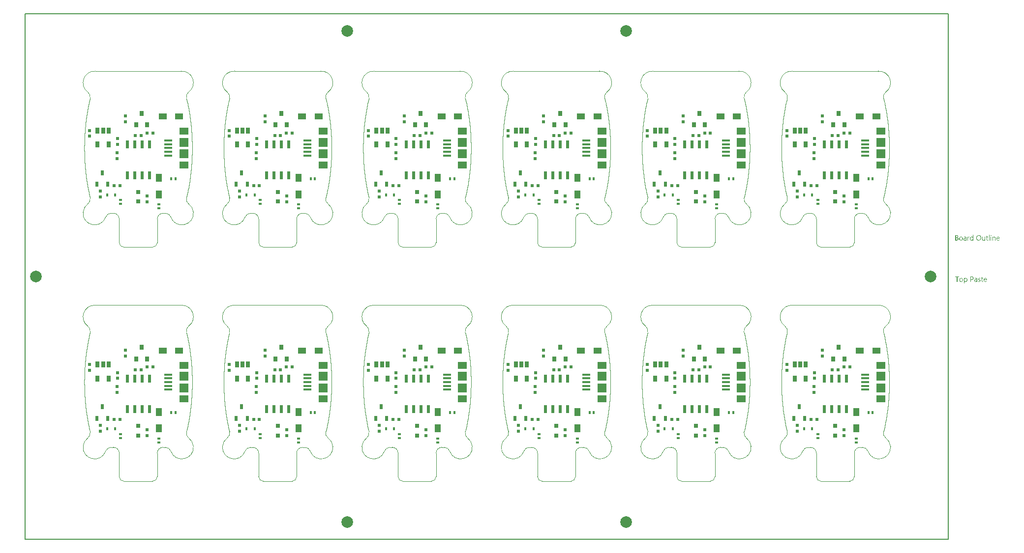
<source format=gtp>
G04*
G04 #@! TF.GenerationSoftware,Altium Limited,Altium Designer,21.9.2 (33)*
G04*
G04 Layer_Color=8421504*
%FSAX25Y25*%
%MOIN*%
G70*
G04*
G04 #@! TF.SameCoordinates,476D7ECA-494C-4FA8-9E70-EA0A9B0123F1*
G04*
G04*
G04 #@! TF.FilePolarity,Positive*
G04*
G01*
G75*
%ADD10C,0.07874*%
%ADD14R,0.02362X0.05512*%
%ADD15R,0.05315X0.01575*%
%ADD16R,0.06102X0.05906*%
%ADD17R,0.02756X0.03937*%
%ADD19R,0.04331X0.05315*%
%ADD21R,0.02165X0.01968*%
%ADD23R,0.05315X0.04331*%
%ADD25R,0.02165X0.01968*%
%ADD26R,0.01968X0.02165*%
%ADD28R,0.02362X0.03543*%
%ADD29R,0.01968X0.02165*%
%ADD30R,0.03150X0.03543*%
%ADD38R,0.06102X0.04724*%
%ADD39R,0.06102X0.04724*%
%ADD40C,0.00787*%
%ADD41C,0.00394*%
%ADD55R,0.01280X0.02461*%
%ADD56R,0.02756X0.02756*%
%ADD57R,0.02461X0.01280*%
%ADD58R,0.01575X0.02362*%
G36*
X0635036Y0186791D02*
X0635061D01*
X0635116Y0186766D01*
X0635147Y0186748D01*
X0635178Y0186723D01*
X0635184Y0186717D01*
X0635191Y0186711D01*
X0635222Y0186673D01*
X0635246Y0186612D01*
X0635253Y0186574D01*
X0635259Y0186537D01*
Y0186531D01*
Y0186519D01*
X0635253Y0186500D01*
X0635246Y0186475D01*
X0635228Y0186414D01*
X0635203Y0186382D01*
X0635178Y0186352D01*
X0635172D01*
X0635166Y0186339D01*
X0635129Y0186314D01*
X0635073Y0186290D01*
X0635036Y0186284D01*
X0634999Y0186277D01*
X0634980D01*
X0634962Y0186284D01*
X0634937D01*
X0634875Y0186308D01*
X0634844Y0186321D01*
X0634813Y0186345D01*
Y0186352D01*
X0634801Y0186358D01*
X0634788Y0186376D01*
X0634776Y0186395D01*
X0634751Y0186457D01*
X0634745Y0186494D01*
X0634739Y0186537D01*
Y0186544D01*
Y0186556D01*
X0634745Y0186574D01*
X0634751Y0186605D01*
X0634770Y0186661D01*
X0634788Y0186692D01*
X0634813Y0186723D01*
X0634819Y0186729D01*
X0634825Y0186735D01*
X0634863Y0186760D01*
X0634924Y0186785D01*
X0634962Y0186797D01*
X0635017D01*
X0635036Y0186791D01*
D02*
G37*
G36*
X0623046Y0183127D02*
X0622644D01*
Y0183547D01*
X0622631D01*
Y0183541D01*
X0622619Y0183529D01*
X0622600Y0183504D01*
X0622582Y0183473D01*
X0622551Y0183436D01*
X0622513Y0183399D01*
X0622470Y0183356D01*
X0622421Y0183312D01*
X0622365Y0183263D01*
X0622297Y0183219D01*
X0622229Y0183182D01*
X0622148Y0183145D01*
X0622068Y0183114D01*
X0621975Y0183089D01*
X0621876Y0183077D01*
X0621771Y0183071D01*
X0621727D01*
X0621690Y0183077D01*
X0621653Y0183083D01*
X0621603Y0183089D01*
X0621498Y0183114D01*
X0621375Y0183151D01*
X0621251Y0183213D01*
X0621183Y0183250D01*
X0621127Y0183294D01*
X0621065Y0183349D01*
X0621009Y0183405D01*
Y0183411D01*
X0620997Y0183424D01*
X0620985Y0183442D01*
X0620966Y0183467D01*
X0620947Y0183498D01*
X0620923Y0183541D01*
X0620898Y0183591D01*
X0620873Y0183647D01*
X0620842Y0183708D01*
X0620817Y0183776D01*
X0620793Y0183851D01*
X0620774Y0183931D01*
X0620755Y0184018D01*
X0620743Y0184117D01*
X0620737Y0184216D01*
X0620731Y0184321D01*
Y0184327D01*
Y0184346D01*
Y0184383D01*
X0620737Y0184426D01*
X0620743Y0184476D01*
X0620749Y0184538D01*
X0620755Y0184606D01*
X0620768Y0184680D01*
X0620805Y0184841D01*
X0620861Y0185008D01*
X0620898Y0185089D01*
X0620941Y0185169D01*
X0620985Y0185244D01*
X0621040Y0185318D01*
X0621046Y0185324D01*
X0621053Y0185336D01*
X0621071Y0185355D01*
X0621096Y0185380D01*
X0621127Y0185405D01*
X0621170Y0185435D01*
X0621214Y0185473D01*
X0621263Y0185510D01*
X0621387Y0185578D01*
X0621529Y0185640D01*
X0621610Y0185658D01*
X0621696Y0185677D01*
X0621783Y0185689D01*
X0621882Y0185695D01*
X0621932D01*
X0621969Y0185689D01*
X0622006Y0185683D01*
X0622055Y0185677D01*
X0622167Y0185646D01*
X0622291Y0185596D01*
X0622353Y0185565D01*
X0622414Y0185522D01*
X0622476Y0185479D01*
X0622532Y0185423D01*
X0622582Y0185361D01*
X0622631Y0185287D01*
X0622644D01*
Y0186847D01*
X0623046D01*
Y0183127D01*
D02*
G37*
G36*
X0637314Y0185689D02*
X0637388Y0185683D01*
X0637481Y0185664D01*
X0637580Y0185634D01*
X0637685Y0185584D01*
X0637790Y0185516D01*
X0637834Y0185479D01*
X0637877Y0185429D01*
X0637889Y0185417D01*
X0637914Y0185380D01*
X0637945Y0185318D01*
X0637989Y0185231D01*
X0638026Y0185126D01*
X0638063Y0184996D01*
X0638088Y0184841D01*
X0638094Y0184662D01*
Y0183127D01*
X0637691D01*
Y0184556D01*
Y0184563D01*
Y0184594D01*
X0637685Y0184631D01*
Y0184680D01*
X0637673Y0184742D01*
X0637660Y0184810D01*
X0637642Y0184885D01*
X0637617Y0184959D01*
X0637586Y0185033D01*
X0637549Y0185101D01*
X0637500Y0185169D01*
X0637444Y0185231D01*
X0637382Y0185281D01*
X0637301Y0185318D01*
X0637215Y0185349D01*
X0637110Y0185355D01*
X0637097D01*
X0637060Y0185349D01*
X0637004Y0185343D01*
X0636936Y0185324D01*
X0636856Y0185299D01*
X0636769Y0185256D01*
X0636689Y0185200D01*
X0636608Y0185126D01*
X0636602Y0185114D01*
X0636577Y0185089D01*
X0636546Y0185039D01*
X0636509Y0184971D01*
X0636472Y0184891D01*
X0636441Y0184792D01*
X0636416Y0184680D01*
X0636410Y0184556D01*
Y0183127D01*
X0636008D01*
Y0185640D01*
X0636410D01*
Y0185219D01*
X0636422D01*
X0636429Y0185225D01*
X0636435Y0185237D01*
X0636453Y0185262D01*
X0636478Y0185293D01*
X0636503Y0185330D01*
X0636540Y0185367D01*
X0636583Y0185411D01*
X0636633Y0185460D01*
X0636689Y0185503D01*
X0636751Y0185547D01*
X0636819Y0185584D01*
X0636893Y0185621D01*
X0636967Y0185652D01*
X0637054Y0185677D01*
X0637147Y0185689D01*
X0637246Y0185695D01*
X0637283D01*
X0637314Y0185689D01*
D02*
G37*
G36*
X0620316Y0185677D02*
X0620390Y0185671D01*
X0620434Y0185658D01*
X0620465Y0185646D01*
Y0185231D01*
X0620458Y0185237D01*
X0620446Y0185244D01*
X0620421Y0185256D01*
X0620390Y0185275D01*
X0620347Y0185287D01*
X0620291Y0185299D01*
X0620229Y0185306D01*
X0620161Y0185312D01*
X0620149D01*
X0620118Y0185306D01*
X0620068Y0185299D01*
X0620013Y0185281D01*
X0619938Y0185250D01*
X0619870Y0185206D01*
X0619796Y0185144D01*
X0619728Y0185064D01*
X0619722Y0185052D01*
X0619703Y0185021D01*
X0619672Y0184965D01*
X0619641Y0184891D01*
X0619610Y0184798D01*
X0619579Y0184680D01*
X0619561Y0184550D01*
X0619555Y0184402D01*
Y0183127D01*
X0619152D01*
Y0185640D01*
X0619555D01*
Y0185120D01*
X0619567D01*
Y0185126D01*
X0619573Y0185132D01*
X0619586Y0185163D01*
X0619604Y0185213D01*
X0619635Y0185275D01*
X0619666Y0185336D01*
X0619716Y0185405D01*
X0619765Y0185473D01*
X0619827Y0185535D01*
X0619833Y0185541D01*
X0619858Y0185559D01*
X0619895Y0185584D01*
X0619945Y0185609D01*
X0620000Y0185634D01*
X0620068Y0185658D01*
X0620143Y0185677D01*
X0620223Y0185683D01*
X0620279D01*
X0620316Y0185677D01*
D02*
G37*
G36*
X0631056Y0183127D02*
X0630653D01*
Y0183523D01*
X0630641D01*
Y0183517D01*
X0630629Y0183504D01*
X0630616Y0183479D01*
X0630591Y0183455D01*
X0630536Y0183380D01*
X0630449Y0183300D01*
X0630400Y0183257D01*
X0630344Y0183213D01*
X0630282Y0183176D01*
X0630208Y0183139D01*
X0630133Y0183114D01*
X0630053Y0183089D01*
X0629960Y0183077D01*
X0629867Y0183071D01*
X0629830D01*
X0629787Y0183077D01*
X0629725Y0183089D01*
X0629657Y0183102D01*
X0629583Y0183127D01*
X0629502Y0183158D01*
X0629422Y0183207D01*
X0629335Y0183263D01*
X0629254Y0183331D01*
X0629180Y0183417D01*
X0629112Y0183523D01*
X0629050Y0183640D01*
X0629007Y0183783D01*
X0628982Y0183950D01*
X0628970Y0184037D01*
Y0184135D01*
Y0185640D01*
X0629366D01*
Y0184197D01*
Y0184191D01*
Y0184167D01*
X0629372Y0184123D01*
X0629378Y0184074D01*
X0629384Y0184012D01*
X0629397Y0183950D01*
X0629415Y0183876D01*
X0629440Y0183801D01*
X0629477Y0183727D01*
X0629514Y0183659D01*
X0629564Y0183591D01*
X0629626Y0183529D01*
X0629694Y0183479D01*
X0629774Y0183442D01*
X0629873Y0183411D01*
X0629979Y0183405D01*
X0629991D01*
X0630028Y0183411D01*
X0630084Y0183417D01*
X0630146Y0183430D01*
X0630226Y0183461D01*
X0630307Y0183498D01*
X0630387Y0183547D01*
X0630461Y0183622D01*
X0630468Y0183634D01*
X0630492Y0183659D01*
X0630523Y0183708D01*
X0630560Y0183776D01*
X0630591Y0183857D01*
X0630622Y0183956D01*
X0630647Y0184067D01*
X0630653Y0184191D01*
Y0185640D01*
X0631056D01*
Y0183127D01*
D02*
G37*
G36*
X0635191D02*
X0634788D01*
Y0185640D01*
X0635191D01*
Y0183127D01*
D02*
G37*
G36*
X0633971D02*
X0633569D01*
Y0186847D01*
X0633971D01*
Y0183127D01*
D02*
G37*
G36*
X0617592Y0185689D02*
X0617648Y0185683D01*
X0617716Y0185664D01*
X0617791Y0185646D01*
X0617871Y0185615D01*
X0617958Y0185578D01*
X0618038Y0185528D01*
X0618119Y0185466D01*
X0618193Y0185392D01*
X0618261Y0185299D01*
X0618317Y0185194D01*
X0618360Y0185070D01*
X0618385Y0184928D01*
X0618397Y0184761D01*
Y0183127D01*
X0617995D01*
Y0183517D01*
X0617982D01*
Y0183510D01*
X0617970Y0183498D01*
X0617958Y0183473D01*
X0617933Y0183449D01*
X0617871Y0183374D01*
X0617791Y0183294D01*
X0617679Y0183213D01*
X0617549Y0183139D01*
X0617469Y0183114D01*
X0617388Y0183089D01*
X0617302Y0183077D01*
X0617209Y0183071D01*
X0617171D01*
X0617147Y0183077D01*
X0617079Y0183083D01*
X0616998Y0183096D01*
X0616899Y0183120D01*
X0616806Y0183151D01*
X0616707Y0183201D01*
X0616621Y0183263D01*
X0616614Y0183275D01*
X0616590Y0183300D01*
X0616552Y0183343D01*
X0616515Y0183405D01*
X0616478Y0183479D01*
X0616441Y0183566D01*
X0616416Y0183671D01*
X0616410Y0183789D01*
Y0183795D01*
Y0183820D01*
X0616416Y0183857D01*
X0616423Y0183900D01*
X0616435Y0183956D01*
X0616454Y0184018D01*
X0616478Y0184086D01*
X0616515Y0184154D01*
X0616559Y0184228D01*
X0616614Y0184303D01*
X0616682Y0184371D01*
X0616763Y0184433D01*
X0616856Y0184495D01*
X0616967Y0184544D01*
X0617091Y0184581D01*
X0617240Y0184612D01*
X0617995Y0184717D01*
Y0184724D01*
Y0184742D01*
X0617989Y0184779D01*
Y0184817D01*
X0617976Y0184866D01*
X0617970Y0184922D01*
X0617933Y0185039D01*
X0617902Y0185095D01*
X0617871Y0185151D01*
X0617828Y0185206D01*
X0617778Y0185256D01*
X0617716Y0185299D01*
X0617648Y0185330D01*
X0617568Y0185349D01*
X0617475Y0185355D01*
X0617431D01*
X0617401Y0185349D01*
X0617357D01*
X0617314Y0185336D01*
X0617203Y0185318D01*
X0617079Y0185281D01*
X0616943Y0185225D01*
X0616868Y0185188D01*
X0616800Y0185151D01*
X0616726Y0185101D01*
X0616658Y0185046D01*
Y0185460D01*
X0616664D01*
X0616676Y0185473D01*
X0616695Y0185485D01*
X0616726Y0185497D01*
X0616757Y0185516D01*
X0616800Y0185535D01*
X0616850Y0185553D01*
X0616905Y0185578D01*
X0617029Y0185621D01*
X0617178Y0185658D01*
X0617339Y0185683D01*
X0617512Y0185695D01*
X0617549D01*
X0617592Y0185689D01*
D02*
G37*
G36*
X0611904Y0186636D02*
X0611947D01*
X0611990Y0186630D01*
X0612089Y0186618D01*
X0612207Y0186587D01*
X0612331Y0186550D01*
X0612449Y0186494D01*
X0612554Y0186420D01*
X0612560D01*
X0612566Y0186407D01*
X0612597Y0186382D01*
X0612640Y0186333D01*
X0612690Y0186265D01*
X0612733Y0186178D01*
X0612777Y0186079D01*
X0612808Y0185968D01*
X0612820Y0185906D01*
Y0185838D01*
Y0185832D01*
Y0185825D01*
Y0185788D01*
X0612814Y0185733D01*
X0612801Y0185664D01*
X0612783Y0185578D01*
X0612752Y0185491D01*
X0612715Y0185405D01*
X0612659Y0185318D01*
X0612653Y0185306D01*
X0612628Y0185281D01*
X0612591Y0185244D01*
X0612541Y0185194D01*
X0612479Y0185144D01*
X0612405Y0185089D01*
X0612312Y0185046D01*
X0612213Y0185002D01*
Y0184996D01*
X0612232D01*
X0612251Y0184990D01*
X0612269Y0184984D01*
X0612337Y0184971D01*
X0612418Y0184946D01*
X0612504Y0184909D01*
X0612597Y0184866D01*
X0612690Y0184804D01*
X0612777Y0184724D01*
X0612789Y0184711D01*
X0612814Y0184680D01*
X0612845Y0184637D01*
X0612888Y0184569D01*
X0612925Y0184482D01*
X0612962Y0184383D01*
X0612987Y0184265D01*
X0612993Y0184135D01*
Y0184129D01*
Y0184117D01*
Y0184092D01*
X0612987Y0184061D01*
X0612981Y0184024D01*
X0612975Y0183981D01*
X0612950Y0183876D01*
X0612913Y0183758D01*
X0612857Y0183634D01*
X0612820Y0183578D01*
X0612777Y0183517D01*
X0612721Y0183461D01*
X0612665Y0183405D01*
X0612659D01*
X0612653Y0183393D01*
X0612634Y0183380D01*
X0612609Y0183362D01*
X0612578Y0183343D01*
X0612535Y0183318D01*
X0612442Y0183269D01*
X0612325Y0183213D01*
X0612189Y0183170D01*
X0612028Y0183139D01*
X0611947Y0183133D01*
X0611854Y0183127D01*
X0610827D01*
Y0186643D01*
X0611873D01*
X0611904Y0186636D01*
D02*
G37*
G36*
X0632399Y0185640D02*
X0633037D01*
Y0185293D01*
X0632399D01*
Y0183876D01*
Y0183863D01*
Y0183832D01*
X0632405Y0183789D01*
X0632411Y0183733D01*
X0632436Y0183616D01*
X0632455Y0183560D01*
X0632486Y0183517D01*
X0632492Y0183510D01*
X0632504Y0183498D01*
X0632523Y0183486D01*
X0632554Y0183467D01*
X0632591Y0183442D01*
X0632640Y0183430D01*
X0632702Y0183417D01*
X0632770Y0183411D01*
X0632795D01*
X0632826Y0183417D01*
X0632863Y0183424D01*
X0632950Y0183449D01*
X0632993Y0183467D01*
X0633037Y0183492D01*
Y0183145D01*
X0633030D01*
X0633012Y0183133D01*
X0632981Y0183127D01*
X0632937Y0183114D01*
X0632882Y0183102D01*
X0632820Y0183089D01*
X0632746Y0183083D01*
X0632659Y0183077D01*
X0632628D01*
X0632597Y0183083D01*
X0632554Y0183089D01*
X0632504Y0183102D01*
X0632448Y0183114D01*
X0632393Y0183139D01*
X0632331Y0183170D01*
X0632269Y0183207D01*
X0632207Y0183257D01*
X0632151Y0183312D01*
X0632102Y0183387D01*
X0632058Y0183467D01*
X0632027Y0183566D01*
X0632003Y0183677D01*
X0631997Y0183808D01*
Y0185293D01*
X0631569D01*
Y0185640D01*
X0631997D01*
Y0186252D01*
X0632399Y0186382D01*
Y0185640D01*
D02*
G37*
G36*
X0639926Y0185689D02*
X0639969Y0185683D01*
X0640013Y0185677D01*
X0640124Y0185658D01*
X0640248Y0185615D01*
X0640372Y0185559D01*
X0640434Y0185522D01*
X0640495Y0185479D01*
X0640551Y0185429D01*
X0640607Y0185374D01*
X0640613Y0185367D01*
X0640619Y0185361D01*
X0640632Y0185343D01*
X0640650Y0185318D01*
X0640669Y0185281D01*
X0640694Y0185244D01*
X0640718Y0185200D01*
X0640743Y0185144D01*
X0640768Y0185083D01*
X0640793Y0185021D01*
X0640817Y0184946D01*
X0640836Y0184866D01*
X0640854Y0184779D01*
X0640867Y0184693D01*
X0640879Y0184594D01*
Y0184488D01*
Y0184278D01*
X0639103D01*
Y0184272D01*
Y0184259D01*
Y0184241D01*
X0639109Y0184210D01*
X0639115Y0184173D01*
Y0184135D01*
X0639134Y0184037D01*
X0639165Y0183938D01*
X0639202Y0183826D01*
X0639257Y0183721D01*
X0639326Y0183628D01*
X0639338Y0183616D01*
X0639363Y0183591D01*
X0639412Y0183560D01*
X0639480Y0183517D01*
X0639567Y0183473D01*
X0639666Y0183442D01*
X0639784Y0183417D01*
X0639920Y0183405D01*
X0639963D01*
X0639994Y0183411D01*
X0640031D01*
X0640074Y0183417D01*
X0640180Y0183442D01*
X0640297Y0183473D01*
X0640427Y0183523D01*
X0640563Y0183591D01*
X0640632Y0183634D01*
X0640700Y0183684D01*
Y0183306D01*
X0640694D01*
X0640687Y0183294D01*
X0640669Y0183288D01*
X0640638Y0183269D01*
X0640607Y0183250D01*
X0640570Y0183232D01*
X0640520Y0183213D01*
X0640471Y0183188D01*
X0640409Y0183164D01*
X0640341Y0183145D01*
X0640192Y0183108D01*
X0640019Y0183083D01*
X0639827Y0183071D01*
X0639777D01*
X0639740Y0183077D01*
X0639697Y0183083D01*
X0639641Y0183089D01*
X0639524Y0183114D01*
X0639387Y0183151D01*
X0639251Y0183213D01*
X0639183Y0183257D01*
X0639115Y0183300D01*
X0639053Y0183349D01*
X0638991Y0183411D01*
X0638985Y0183417D01*
X0638979Y0183430D01*
X0638967Y0183449D01*
X0638942Y0183473D01*
X0638923Y0183510D01*
X0638898Y0183554D01*
X0638868Y0183603D01*
X0638843Y0183659D01*
X0638812Y0183721D01*
X0638787Y0183795D01*
X0638756Y0183876D01*
X0638737Y0183962D01*
X0638719Y0184055D01*
X0638700Y0184154D01*
X0638694Y0184259D01*
X0638688Y0184371D01*
Y0184377D01*
Y0184396D01*
Y0184426D01*
X0638694Y0184470D01*
X0638700Y0184519D01*
X0638706Y0184575D01*
X0638713Y0184643D01*
X0638731Y0184711D01*
X0638768Y0184860D01*
X0638824Y0185021D01*
X0638861Y0185101D01*
X0638911Y0185176D01*
X0638960Y0185256D01*
X0639016Y0185324D01*
X0639022Y0185330D01*
X0639035Y0185343D01*
X0639053Y0185361D01*
X0639078Y0185380D01*
X0639109Y0185411D01*
X0639146Y0185442D01*
X0639195Y0185473D01*
X0639245Y0185510D01*
X0639363Y0185578D01*
X0639505Y0185640D01*
X0639585Y0185658D01*
X0639666Y0185677D01*
X0639753Y0185689D01*
X0639846Y0185695D01*
X0639895D01*
X0639926Y0185689D01*
D02*
G37*
G36*
X0626884Y0186698D02*
X0626945Y0186692D01*
X0627020Y0186680D01*
X0627100Y0186661D01*
X0627187Y0186643D01*
X0627274Y0186618D01*
X0627373Y0186587D01*
X0627465Y0186544D01*
X0627564Y0186494D01*
X0627664Y0186438D01*
X0627756Y0186370D01*
X0627849Y0186296D01*
X0627936Y0186209D01*
X0627942Y0186203D01*
X0627954Y0186184D01*
X0627979Y0186160D01*
X0628004Y0186123D01*
X0628041Y0186073D01*
X0628078Y0186011D01*
X0628115Y0185943D01*
X0628159Y0185869D01*
X0628202Y0185776D01*
X0628239Y0185683D01*
X0628276Y0185578D01*
X0628313Y0185460D01*
X0628338Y0185343D01*
X0628363Y0185213D01*
X0628375Y0185070D01*
X0628382Y0184928D01*
Y0184915D01*
Y0184891D01*
Y0184847D01*
X0628375Y0184785D01*
X0628369Y0184711D01*
X0628357Y0184631D01*
X0628344Y0184538D01*
X0628326Y0184433D01*
X0628301Y0184327D01*
X0628270Y0184216D01*
X0628233Y0184105D01*
X0628190Y0183993D01*
X0628134Y0183876D01*
X0628072Y0183770D01*
X0628004Y0183665D01*
X0627923Y0183566D01*
X0627917Y0183560D01*
X0627905Y0183547D01*
X0627874Y0183523D01*
X0627843Y0183492D01*
X0627794Y0183449D01*
X0627738Y0183411D01*
X0627676Y0183362D01*
X0627602Y0183318D01*
X0627521Y0183275D01*
X0627428Y0183226D01*
X0627329Y0183188D01*
X0627218Y0183151D01*
X0627100Y0183114D01*
X0626976Y0183089D01*
X0626847Y0183077D01*
X0626704Y0183071D01*
X0626673D01*
X0626630Y0183077D01*
X0626580D01*
X0626518Y0183083D01*
X0626444Y0183096D01*
X0626364Y0183114D01*
X0626271Y0183133D01*
X0626178Y0183158D01*
X0626079Y0183188D01*
X0625980Y0183232D01*
X0625881Y0183275D01*
X0625782Y0183331D01*
X0625683Y0183399D01*
X0625590Y0183473D01*
X0625503Y0183560D01*
X0625497Y0183566D01*
X0625485Y0183585D01*
X0625460Y0183609D01*
X0625435Y0183647D01*
X0625398Y0183696D01*
X0625361Y0183758D01*
X0625324Y0183826D01*
X0625280Y0183906D01*
X0625237Y0183993D01*
X0625200Y0184086D01*
X0625163Y0184191D01*
X0625126Y0184309D01*
X0625101Y0184426D01*
X0625076Y0184556D01*
X0625064Y0184699D01*
X0625058Y0184841D01*
Y0184854D01*
Y0184878D01*
X0625064Y0184922D01*
Y0184984D01*
X0625070Y0185052D01*
X0625082Y0185138D01*
X0625095Y0185231D01*
X0625113Y0185330D01*
X0625138Y0185435D01*
X0625169Y0185547D01*
X0625206Y0185658D01*
X0625249Y0185770D01*
X0625305Y0185881D01*
X0625367Y0185993D01*
X0625435Y0186098D01*
X0625516Y0186197D01*
X0625522Y0186203D01*
X0625534Y0186222D01*
X0625565Y0186246D01*
X0625602Y0186277D01*
X0625646Y0186314D01*
X0625701Y0186358D01*
X0625769Y0186401D01*
X0625844Y0186451D01*
X0625930Y0186500D01*
X0626023Y0186544D01*
X0626122Y0186587D01*
X0626234Y0186624D01*
X0626358Y0186655D01*
X0626487Y0186686D01*
X0626624Y0186698D01*
X0626766Y0186704D01*
X0626834D01*
X0626884Y0186698D01*
D02*
G37*
G36*
X0614856Y0185689D02*
X0614900Y0185683D01*
X0614956Y0185677D01*
X0615079Y0185652D01*
X0615222Y0185609D01*
X0615364Y0185547D01*
X0615438Y0185510D01*
X0615506Y0185466D01*
X0615575Y0185411D01*
X0615636Y0185349D01*
X0615643Y0185343D01*
X0615649Y0185330D01*
X0615667Y0185312D01*
X0615686Y0185287D01*
X0615711Y0185250D01*
X0615735Y0185206D01*
X0615766Y0185157D01*
X0615797Y0185101D01*
X0615822Y0185033D01*
X0615853Y0184965D01*
X0615878Y0184885D01*
X0615903Y0184798D01*
X0615921Y0184705D01*
X0615940Y0184606D01*
X0615946Y0184501D01*
X0615952Y0184389D01*
Y0184383D01*
Y0184365D01*
Y0184334D01*
X0615946Y0184290D01*
X0615940Y0184241D01*
X0615934Y0184179D01*
X0615921Y0184117D01*
X0615909Y0184043D01*
X0615872Y0183894D01*
X0615810Y0183733D01*
X0615773Y0183653D01*
X0615723Y0183572D01*
X0615673Y0183498D01*
X0615612Y0183430D01*
X0615605Y0183424D01*
X0615593Y0183417D01*
X0615575Y0183399D01*
X0615550Y0183374D01*
X0615513Y0183349D01*
X0615476Y0183318D01*
X0615426Y0183281D01*
X0615370Y0183250D01*
X0615308Y0183219D01*
X0615240Y0183182D01*
X0615166Y0183151D01*
X0615086Y0183127D01*
X0614999Y0183102D01*
X0614906Y0183089D01*
X0614807Y0183077D01*
X0614702Y0183071D01*
X0614646D01*
X0614609Y0183077D01*
X0614566Y0183083D01*
X0614510Y0183089D01*
X0614448Y0183102D01*
X0614380Y0183114D01*
X0614237Y0183158D01*
X0614089Y0183219D01*
X0614015Y0183257D01*
X0613946Y0183306D01*
X0613878Y0183356D01*
X0613810Y0183417D01*
X0613804Y0183424D01*
X0613798Y0183436D01*
X0613779Y0183455D01*
X0613761Y0183479D01*
X0613736Y0183517D01*
X0613705Y0183560D01*
X0613674Y0183609D01*
X0613649Y0183665D01*
X0613619Y0183733D01*
X0613588Y0183801D01*
X0613556Y0183876D01*
X0613532Y0183962D01*
X0613495Y0184148D01*
X0613488Y0184247D01*
X0613482Y0184352D01*
Y0184358D01*
Y0184383D01*
Y0184414D01*
X0613488Y0184457D01*
X0613495Y0184507D01*
X0613501Y0184569D01*
X0613513Y0184637D01*
X0613526Y0184711D01*
X0613563Y0184872D01*
X0613625Y0185033D01*
X0613668Y0185114D01*
X0613711Y0185194D01*
X0613761Y0185268D01*
X0613823Y0185336D01*
X0613829Y0185343D01*
X0613841Y0185355D01*
X0613860Y0185367D01*
X0613885Y0185392D01*
X0613922Y0185417D01*
X0613965Y0185448D01*
X0614015Y0185485D01*
X0614070Y0185516D01*
X0614132Y0185547D01*
X0614207Y0185584D01*
X0614281Y0185615D01*
X0614367Y0185640D01*
X0614454Y0185664D01*
X0614553Y0185683D01*
X0614658Y0185689D01*
X0614764Y0185695D01*
X0614819D01*
X0614856Y0185689D01*
D02*
G37*
G36*
X0618069Y0157651D02*
X0618112Y0157645D01*
X0618156Y0157639D01*
X0618267Y0157614D01*
X0618391Y0157577D01*
X0618515Y0157515D01*
X0618577Y0157478D01*
X0618639Y0157428D01*
X0618694Y0157379D01*
X0618750Y0157317D01*
X0618756Y0157311D01*
X0618762Y0157304D01*
X0618775Y0157280D01*
X0618793Y0157255D01*
X0618812Y0157224D01*
X0618837Y0157181D01*
X0618861Y0157131D01*
X0618886Y0157081D01*
X0618911Y0157020D01*
X0618936Y0156951D01*
X0618960Y0156877D01*
X0618979Y0156797D01*
X0619010Y0156617D01*
X0619022Y0156518D01*
Y0156413D01*
Y0156407D01*
Y0156388D01*
Y0156351D01*
X0619016Y0156308D01*
Y0156258D01*
X0619004Y0156196D01*
X0618998Y0156128D01*
X0618985Y0156054D01*
X0618948Y0155893D01*
X0618892Y0155726D01*
X0618855Y0155646D01*
X0618818Y0155565D01*
X0618769Y0155484D01*
X0618713Y0155410D01*
X0618707Y0155404D01*
X0618700Y0155392D01*
X0618682Y0155373D01*
X0618657Y0155354D01*
X0618626Y0155324D01*
X0618589Y0155293D01*
X0618546Y0155255D01*
X0618496Y0155225D01*
X0618440Y0155187D01*
X0618379Y0155150D01*
X0618230Y0155095D01*
X0618150Y0155070D01*
X0618069Y0155051D01*
X0617976Y0155039D01*
X0617877Y0155033D01*
X0617828D01*
X0617797Y0155039D01*
X0617753Y0155045D01*
X0617710Y0155057D01*
X0617599Y0155082D01*
X0617481Y0155132D01*
X0617413Y0155169D01*
X0617351Y0155206D01*
X0617289Y0155255D01*
X0617233Y0155311D01*
X0617171Y0155373D01*
X0617122Y0155447D01*
X0617110D01*
Y0153937D01*
X0616707D01*
Y0157601D01*
X0617110D01*
Y0157156D01*
X0617122D01*
X0617128Y0157162D01*
X0617134Y0157181D01*
X0617153Y0157205D01*
X0617178Y0157236D01*
X0617209Y0157273D01*
X0617246Y0157317D01*
X0617289Y0157360D01*
X0617345Y0157410D01*
X0617401Y0157453D01*
X0617462Y0157496D01*
X0617537Y0157540D01*
X0617611Y0157577D01*
X0617698Y0157614D01*
X0617791Y0157639D01*
X0617883Y0157651D01*
X0617989Y0157657D01*
X0618038D01*
X0618069Y0157651D01*
D02*
G37*
G36*
X0627342D02*
X0627422Y0157645D01*
X0627509Y0157632D01*
X0627608Y0157608D01*
X0627707Y0157583D01*
X0627806Y0157546D01*
Y0157137D01*
X0627794Y0157143D01*
X0627756Y0157168D01*
X0627701Y0157193D01*
X0627626Y0157230D01*
X0627534Y0157261D01*
X0627422Y0157292D01*
X0627298Y0157311D01*
X0627168Y0157317D01*
X0627100D01*
X0627038Y0157304D01*
X0626964Y0157292D01*
X0626958D01*
X0626952Y0157286D01*
X0626915Y0157273D01*
X0626865Y0157249D01*
X0626809Y0157218D01*
X0626797Y0157211D01*
X0626772Y0157187D01*
X0626741Y0157150D01*
X0626710Y0157106D01*
X0626704Y0157094D01*
X0626692Y0157063D01*
X0626679Y0157020D01*
X0626673Y0156964D01*
Y0156958D01*
Y0156945D01*
Y0156927D01*
X0626679Y0156908D01*
X0626692Y0156852D01*
X0626710Y0156797D01*
X0626717Y0156784D01*
X0626735Y0156760D01*
X0626772Y0156722D01*
X0626816Y0156679D01*
X0626822D01*
X0626828Y0156673D01*
X0626865Y0156648D01*
X0626915Y0156617D01*
X0626983Y0156586D01*
X0626989D01*
X0627001Y0156580D01*
X0627020Y0156574D01*
X0627051Y0156562D01*
X0627119Y0156537D01*
X0627206Y0156500D01*
X0627212D01*
X0627236Y0156487D01*
X0627267Y0156475D01*
X0627305Y0156463D01*
X0627404Y0156419D01*
X0627503Y0156370D01*
X0627509D01*
X0627527Y0156357D01*
X0627552Y0156345D01*
X0627583Y0156326D01*
X0627657Y0156277D01*
X0627732Y0156215D01*
X0627738Y0156209D01*
X0627750Y0156202D01*
X0627763Y0156184D01*
X0627787Y0156159D01*
X0627831Y0156097D01*
X0627874Y0156017D01*
Y0156011D01*
X0627880Y0155998D01*
X0627893Y0155973D01*
X0627899Y0155943D01*
X0627911Y0155905D01*
X0627917Y0155862D01*
X0627923Y0155757D01*
Y0155751D01*
Y0155726D01*
X0627917Y0155689D01*
X0627911Y0155646D01*
X0627905Y0155596D01*
X0627886Y0155540D01*
X0627868Y0155491D01*
X0627837Y0155435D01*
X0627831Y0155429D01*
X0627824Y0155410D01*
X0627806Y0155385D01*
X0627781Y0155354D01*
X0627750Y0155317D01*
X0627713Y0155280D01*
X0627620Y0155206D01*
X0627614Y0155200D01*
X0627596Y0155194D01*
X0627571Y0155175D01*
X0627527Y0155156D01*
X0627484Y0155132D01*
X0627428Y0155113D01*
X0627373Y0155095D01*
X0627305Y0155076D01*
X0627298D01*
X0627274Y0155070D01*
X0627236Y0155064D01*
X0627193Y0155057D01*
X0627131Y0155045D01*
X0627069Y0155039D01*
X0626927Y0155033D01*
X0626865D01*
X0626791Y0155039D01*
X0626698Y0155051D01*
X0626593Y0155070D01*
X0626481Y0155095D01*
X0626370Y0155125D01*
X0626258Y0155175D01*
Y0155608D01*
X0626265D01*
X0626271Y0155596D01*
X0626289Y0155584D01*
X0626314Y0155571D01*
X0626382Y0155534D01*
X0626475Y0155491D01*
X0626580Y0155441D01*
X0626704Y0155404D01*
X0626840Y0155379D01*
X0626983Y0155367D01*
X0627032D01*
X0627063Y0155373D01*
X0627150Y0155385D01*
X0627249Y0155410D01*
X0627342Y0155454D01*
X0627385Y0155484D01*
X0627428Y0155516D01*
X0627459Y0155559D01*
X0627484Y0155602D01*
X0627503Y0155658D01*
X0627509Y0155720D01*
Y0155726D01*
Y0155738D01*
Y0155757D01*
X0627503Y0155775D01*
X0627490Y0155831D01*
X0627465Y0155887D01*
Y0155893D01*
X0627459Y0155899D01*
X0627434Y0155930D01*
X0627397Y0155973D01*
X0627342Y0156011D01*
X0627336D01*
X0627329Y0156023D01*
X0627292Y0156042D01*
X0627236Y0156079D01*
X0627162Y0156110D01*
X0627156D01*
X0627144Y0156116D01*
X0627125Y0156128D01*
X0627094Y0156141D01*
X0627026Y0156165D01*
X0626939Y0156202D01*
X0626933D01*
X0626908Y0156215D01*
X0626877Y0156227D01*
X0626840Y0156240D01*
X0626741Y0156283D01*
X0626642Y0156333D01*
X0626636Y0156339D01*
X0626624Y0156345D01*
X0626599Y0156357D01*
X0626568Y0156376D01*
X0626500Y0156425D01*
X0626432Y0156481D01*
X0626426Y0156487D01*
X0626419Y0156493D01*
X0626401Y0156512D01*
X0626382Y0156537D01*
X0626339Y0156599D01*
X0626302Y0156673D01*
Y0156679D01*
X0626296Y0156692D01*
X0626289Y0156716D01*
X0626283Y0156747D01*
X0626277Y0156784D01*
X0626271Y0156828D01*
X0626265Y0156933D01*
Y0156939D01*
Y0156964D01*
X0626271Y0156995D01*
X0626277Y0157038D01*
X0626283Y0157088D01*
X0626302Y0157137D01*
X0626320Y0157193D01*
X0626345Y0157243D01*
X0626351Y0157249D01*
X0626358Y0157267D01*
X0626376Y0157292D01*
X0626401Y0157323D01*
X0626469Y0157397D01*
X0626556Y0157472D01*
X0626562Y0157478D01*
X0626580Y0157484D01*
X0626605Y0157502D01*
X0626648Y0157521D01*
X0626692Y0157546D01*
X0626741Y0157571D01*
X0626865Y0157608D01*
X0626871D01*
X0626896Y0157614D01*
X0626927Y0157626D01*
X0626976Y0157632D01*
X0627026Y0157645D01*
X0627088Y0157651D01*
X0627224Y0157657D01*
X0627280D01*
X0627342Y0157651D01*
D02*
G37*
G36*
X0624847D02*
X0624903Y0157645D01*
X0624971Y0157626D01*
X0625045Y0157608D01*
X0625126Y0157577D01*
X0625212Y0157540D01*
X0625293Y0157490D01*
X0625373Y0157428D01*
X0625448Y0157354D01*
X0625516Y0157261D01*
X0625571Y0157156D01*
X0625615Y0157032D01*
X0625639Y0156890D01*
X0625652Y0156722D01*
Y0155088D01*
X0625249D01*
Y0155478D01*
X0625237D01*
Y0155472D01*
X0625225Y0155460D01*
X0625212Y0155435D01*
X0625188Y0155410D01*
X0625126Y0155336D01*
X0625045Y0155255D01*
X0624934Y0155175D01*
X0624804Y0155101D01*
X0624723Y0155076D01*
X0624643Y0155051D01*
X0624556Y0155039D01*
X0624463Y0155033D01*
X0624426D01*
X0624401Y0155039D01*
X0624333Y0155045D01*
X0624253Y0155057D01*
X0624154Y0155082D01*
X0624061Y0155113D01*
X0623962Y0155163D01*
X0623875Y0155225D01*
X0623869Y0155237D01*
X0623844Y0155262D01*
X0623807Y0155305D01*
X0623770Y0155367D01*
X0623733Y0155441D01*
X0623696Y0155528D01*
X0623671Y0155633D01*
X0623665Y0155751D01*
Y0155757D01*
Y0155782D01*
X0623671Y0155819D01*
X0623677Y0155862D01*
X0623690Y0155918D01*
X0623708Y0155980D01*
X0623733Y0156048D01*
X0623770Y0156116D01*
X0623813Y0156190D01*
X0623869Y0156264D01*
X0623937Y0156333D01*
X0624018Y0156394D01*
X0624111Y0156456D01*
X0624222Y0156506D01*
X0624346Y0156543D01*
X0624494Y0156574D01*
X0625249Y0156679D01*
Y0156685D01*
Y0156704D01*
X0625243Y0156741D01*
Y0156778D01*
X0625231Y0156828D01*
X0625225Y0156883D01*
X0625188Y0157001D01*
X0625157Y0157057D01*
X0625126Y0157113D01*
X0625082Y0157168D01*
X0625033Y0157218D01*
X0624971Y0157261D01*
X0624903Y0157292D01*
X0624822Y0157311D01*
X0624729Y0157317D01*
X0624686D01*
X0624655Y0157311D01*
X0624612D01*
X0624569Y0157298D01*
X0624457Y0157280D01*
X0624333Y0157243D01*
X0624197Y0157187D01*
X0624123Y0157150D01*
X0624055Y0157113D01*
X0623981Y0157063D01*
X0623912Y0157007D01*
Y0157422D01*
X0623919D01*
X0623931Y0157434D01*
X0623950Y0157447D01*
X0623981Y0157459D01*
X0624012Y0157478D01*
X0624055Y0157496D01*
X0624104Y0157515D01*
X0624160Y0157540D01*
X0624284Y0157583D01*
X0624432Y0157620D01*
X0624593Y0157645D01*
X0624767Y0157657D01*
X0624804D01*
X0624847Y0157651D01*
D02*
G37*
G36*
X0622148Y0158598D02*
X0622198D01*
X0622247Y0158592D01*
X0622377Y0158567D01*
X0622513Y0158536D01*
X0622662Y0158487D01*
X0622804Y0158419D01*
X0622866Y0158375D01*
X0622928Y0158326D01*
X0622934D01*
X0622941Y0158313D01*
X0622959Y0158295D01*
X0622978Y0158276D01*
X0623027Y0158214D01*
X0623089Y0158128D01*
X0623145Y0158016D01*
X0623194Y0157886D01*
X0623232Y0157731D01*
X0623238Y0157645D01*
X0623244Y0157552D01*
Y0157546D01*
Y0157527D01*
Y0157502D01*
X0623238Y0157472D01*
X0623232Y0157428D01*
X0623225Y0157379D01*
X0623201Y0157261D01*
X0623157Y0157131D01*
X0623095Y0156995D01*
X0623058Y0156927D01*
X0623015Y0156859D01*
X0622959Y0156791D01*
X0622897Y0156729D01*
X0622891Y0156722D01*
X0622879Y0156716D01*
X0622860Y0156698D01*
X0622835Y0156679D01*
X0622798Y0156654D01*
X0622755Y0156630D01*
X0622705Y0156599D01*
X0622650Y0156574D01*
X0622588Y0156543D01*
X0622520Y0156512D01*
X0622439Y0156487D01*
X0622359Y0156463D01*
X0622173Y0156425D01*
X0622074Y0156419D01*
X0621969Y0156413D01*
X0621504D01*
Y0155088D01*
X0621090D01*
Y0158604D01*
X0622111D01*
X0622148Y0158598D01*
D02*
G37*
G36*
X0613266Y0158233D02*
X0612251D01*
Y0155088D01*
X0611842D01*
Y0158233D01*
X0610827D01*
Y0158604D01*
X0613266D01*
Y0158233D01*
D02*
G37*
G36*
X0629075Y0157601D02*
X0629712D01*
Y0157255D01*
X0629075D01*
Y0155837D01*
Y0155825D01*
Y0155794D01*
X0629081Y0155751D01*
X0629087Y0155695D01*
X0629112Y0155577D01*
X0629131Y0155522D01*
X0629162Y0155478D01*
X0629168Y0155472D01*
X0629180Y0155460D01*
X0629199Y0155447D01*
X0629230Y0155429D01*
X0629267Y0155404D01*
X0629316Y0155392D01*
X0629378Y0155379D01*
X0629446Y0155373D01*
X0629471D01*
X0629502Y0155379D01*
X0629539Y0155385D01*
X0629626Y0155410D01*
X0629669Y0155429D01*
X0629712Y0155454D01*
Y0155107D01*
X0629706D01*
X0629688Y0155095D01*
X0629657Y0155088D01*
X0629613Y0155076D01*
X0629558Y0155064D01*
X0629496Y0155051D01*
X0629422Y0155045D01*
X0629335Y0155039D01*
X0629304D01*
X0629273Y0155045D01*
X0629230Y0155051D01*
X0629180Y0155064D01*
X0629124Y0155076D01*
X0629069Y0155101D01*
X0629007Y0155132D01*
X0628945Y0155169D01*
X0628883Y0155218D01*
X0628827Y0155274D01*
X0628778Y0155348D01*
X0628734Y0155429D01*
X0628703Y0155528D01*
X0628679Y0155639D01*
X0628673Y0155769D01*
Y0157255D01*
X0628245D01*
Y0157601D01*
X0628673D01*
Y0158214D01*
X0629075Y0158344D01*
Y0157601D01*
D02*
G37*
G36*
X0631316Y0157651D02*
X0631359Y0157645D01*
X0631402Y0157639D01*
X0631514Y0157620D01*
X0631637Y0157577D01*
X0631761Y0157521D01*
X0631823Y0157484D01*
X0631885Y0157441D01*
X0631941Y0157391D01*
X0631997Y0157335D01*
X0632003Y0157329D01*
X0632009Y0157323D01*
X0632021Y0157304D01*
X0632040Y0157280D01*
X0632058Y0157243D01*
X0632083Y0157205D01*
X0632108Y0157162D01*
X0632133Y0157106D01*
X0632158Y0157044D01*
X0632182Y0156983D01*
X0632207Y0156908D01*
X0632226Y0156828D01*
X0632244Y0156741D01*
X0632257Y0156654D01*
X0632269Y0156555D01*
Y0156450D01*
Y0156240D01*
X0630492D01*
Y0156234D01*
Y0156221D01*
Y0156202D01*
X0630499Y0156172D01*
X0630505Y0156134D01*
Y0156097D01*
X0630523Y0155998D01*
X0630554Y0155899D01*
X0630591Y0155788D01*
X0630647Y0155683D01*
X0630715Y0155590D01*
X0630728Y0155577D01*
X0630752Y0155553D01*
X0630802Y0155522D01*
X0630870Y0155478D01*
X0630957Y0155435D01*
X0631056Y0155404D01*
X0631173Y0155379D01*
X0631310Y0155367D01*
X0631353D01*
X0631384Y0155373D01*
X0631421D01*
X0631464Y0155379D01*
X0631569Y0155404D01*
X0631687Y0155435D01*
X0631817Y0155484D01*
X0631953Y0155553D01*
X0632021Y0155596D01*
X0632089Y0155646D01*
Y0155268D01*
X0632083D01*
X0632077Y0155255D01*
X0632058Y0155249D01*
X0632027Y0155231D01*
X0631997Y0155212D01*
X0631959Y0155194D01*
X0631910Y0155175D01*
X0631860Y0155150D01*
X0631799Y0155125D01*
X0631730Y0155107D01*
X0631582Y0155070D01*
X0631409Y0155045D01*
X0631217Y0155033D01*
X0631167D01*
X0631130Y0155039D01*
X0631087Y0155045D01*
X0631031Y0155051D01*
X0630913Y0155076D01*
X0630777Y0155113D01*
X0630641Y0155175D01*
X0630573Y0155218D01*
X0630505Y0155262D01*
X0630443Y0155311D01*
X0630381Y0155373D01*
X0630375Y0155379D01*
X0630369Y0155392D01*
X0630356Y0155410D01*
X0630332Y0155435D01*
X0630313Y0155472D01*
X0630288Y0155516D01*
X0630257Y0155565D01*
X0630232Y0155621D01*
X0630201Y0155683D01*
X0630177Y0155757D01*
X0630146Y0155837D01*
X0630127Y0155924D01*
X0630109Y0156017D01*
X0630090Y0156116D01*
X0630084Y0156221D01*
X0630078Y0156333D01*
Y0156339D01*
Y0156357D01*
Y0156388D01*
X0630084Y0156432D01*
X0630090Y0156481D01*
X0630096Y0156537D01*
X0630102Y0156605D01*
X0630121Y0156673D01*
X0630158Y0156822D01*
X0630214Y0156983D01*
X0630251Y0157063D01*
X0630301Y0157137D01*
X0630350Y0157218D01*
X0630406Y0157286D01*
X0630412Y0157292D01*
X0630424Y0157304D01*
X0630443Y0157323D01*
X0630468Y0157342D01*
X0630499Y0157372D01*
X0630536Y0157403D01*
X0630585Y0157434D01*
X0630635Y0157472D01*
X0630752Y0157540D01*
X0630895Y0157601D01*
X0630975Y0157620D01*
X0631056Y0157639D01*
X0631142Y0157651D01*
X0631235Y0157657D01*
X0631285D01*
X0631316Y0157651D01*
D02*
G37*
G36*
X0614968D02*
X0615011Y0157645D01*
X0615067Y0157639D01*
X0615191Y0157614D01*
X0615333Y0157571D01*
X0615476Y0157509D01*
X0615550Y0157472D01*
X0615618Y0157428D01*
X0615686Y0157372D01*
X0615748Y0157311D01*
X0615754Y0157304D01*
X0615760Y0157292D01*
X0615779Y0157273D01*
X0615797Y0157249D01*
X0615822Y0157211D01*
X0615847Y0157168D01*
X0615878Y0157119D01*
X0615909Y0157063D01*
X0615934Y0156995D01*
X0615965Y0156927D01*
X0615989Y0156846D01*
X0616014Y0156760D01*
X0616033Y0156667D01*
X0616051Y0156568D01*
X0616057Y0156463D01*
X0616063Y0156351D01*
Y0156345D01*
Y0156326D01*
Y0156295D01*
X0616057Y0156252D01*
X0616051Y0156202D01*
X0616045Y0156141D01*
X0616033Y0156079D01*
X0616020Y0156005D01*
X0615983Y0155856D01*
X0615921Y0155695D01*
X0615884Y0155614D01*
X0615835Y0155534D01*
X0615785Y0155460D01*
X0615723Y0155392D01*
X0615717Y0155385D01*
X0615704Y0155379D01*
X0615686Y0155361D01*
X0615661Y0155336D01*
X0615624Y0155311D01*
X0615587Y0155280D01*
X0615537Y0155243D01*
X0615482Y0155212D01*
X0615420Y0155181D01*
X0615352Y0155144D01*
X0615277Y0155113D01*
X0615197Y0155088D01*
X0615110Y0155064D01*
X0615017Y0155051D01*
X0614918Y0155039D01*
X0614813Y0155033D01*
X0614757D01*
X0614720Y0155039D01*
X0614677Y0155045D01*
X0614621Y0155051D01*
X0614559Y0155064D01*
X0614491Y0155076D01*
X0614349Y0155119D01*
X0614200Y0155181D01*
X0614126Y0155218D01*
X0614058Y0155268D01*
X0613990Y0155317D01*
X0613922Y0155379D01*
X0613916Y0155385D01*
X0613909Y0155398D01*
X0613891Y0155416D01*
X0613872Y0155441D01*
X0613847Y0155478D01*
X0613816Y0155522D01*
X0613786Y0155571D01*
X0613761Y0155627D01*
X0613730Y0155695D01*
X0613699Y0155763D01*
X0613668Y0155837D01*
X0613643Y0155924D01*
X0613606Y0156110D01*
X0613600Y0156209D01*
X0613594Y0156314D01*
Y0156320D01*
Y0156345D01*
Y0156376D01*
X0613600Y0156419D01*
X0613606Y0156469D01*
X0613612Y0156531D01*
X0613625Y0156599D01*
X0613637Y0156673D01*
X0613674Y0156834D01*
X0613736Y0156995D01*
X0613779Y0157075D01*
X0613823Y0157156D01*
X0613872Y0157230D01*
X0613934Y0157298D01*
X0613940Y0157304D01*
X0613953Y0157317D01*
X0613971Y0157329D01*
X0613996Y0157354D01*
X0614033Y0157379D01*
X0614077Y0157410D01*
X0614126Y0157447D01*
X0614182Y0157478D01*
X0614244Y0157509D01*
X0614318Y0157546D01*
X0614392Y0157577D01*
X0614479Y0157601D01*
X0614566Y0157626D01*
X0614665Y0157645D01*
X0614770Y0157651D01*
X0614875Y0157657D01*
X0614931D01*
X0614968Y0157651D01*
D02*
G37*
%LPC*%
G36*
X0621932Y0185355D02*
X0621895D01*
X0621870Y0185349D01*
X0621802Y0185343D01*
X0621721Y0185324D01*
X0621628Y0185287D01*
X0621529Y0185237D01*
X0621436Y0185176D01*
X0621393Y0185132D01*
X0621350Y0185083D01*
X0621344Y0185070D01*
X0621319Y0185033D01*
X0621282Y0184971D01*
X0621244Y0184891D01*
X0621207Y0184785D01*
X0621170Y0184655D01*
X0621145Y0184507D01*
X0621139Y0184340D01*
Y0184334D01*
Y0184321D01*
Y0184297D01*
X0621145Y0184265D01*
Y0184235D01*
X0621152Y0184191D01*
X0621164Y0184092D01*
X0621189Y0183981D01*
X0621226Y0183869D01*
X0621276Y0183758D01*
X0621344Y0183653D01*
X0621356Y0183640D01*
X0621381Y0183616D01*
X0621424Y0183572D01*
X0621486Y0183529D01*
X0621566Y0183486D01*
X0621659Y0183442D01*
X0621765Y0183417D01*
X0621888Y0183405D01*
X0621919D01*
X0621944Y0183411D01*
X0622006Y0183417D01*
X0622080Y0183436D01*
X0622167Y0183467D01*
X0622260Y0183504D01*
X0622346Y0183566D01*
X0622433Y0183647D01*
X0622439Y0183659D01*
X0622464Y0183690D01*
X0622501Y0183746D01*
X0622538Y0183814D01*
X0622575Y0183900D01*
X0622612Y0184006D01*
X0622637Y0184129D01*
X0622644Y0184259D01*
Y0184631D01*
Y0184637D01*
Y0184643D01*
Y0184680D01*
X0622631Y0184736D01*
X0622619Y0184810D01*
X0622594Y0184891D01*
X0622557Y0184977D01*
X0622507Y0185064D01*
X0622439Y0185144D01*
X0622433Y0185151D01*
X0622402Y0185176D01*
X0622359Y0185213D01*
X0622303Y0185250D01*
X0622229Y0185287D01*
X0622142Y0185324D01*
X0622043Y0185349D01*
X0621932Y0185355D01*
D02*
G37*
G36*
X0617995Y0184396D02*
X0617388Y0184309D01*
X0617376D01*
X0617345Y0184303D01*
X0617295Y0184290D01*
X0617233Y0184278D01*
X0617165Y0184259D01*
X0617091Y0184235D01*
X0617029Y0184210D01*
X0616967Y0184173D01*
X0616961Y0184167D01*
X0616943Y0184154D01*
X0616924Y0184129D01*
X0616899Y0184092D01*
X0616868Y0184043D01*
X0616850Y0183981D01*
X0616831Y0183906D01*
X0616825Y0183820D01*
Y0183814D01*
Y0183789D01*
X0616831Y0183758D01*
X0616843Y0183715D01*
X0616856Y0183665D01*
X0616881Y0183616D01*
X0616912Y0183566D01*
X0616955Y0183517D01*
X0616961Y0183510D01*
X0616980Y0183498D01*
X0617011Y0183479D01*
X0617048Y0183461D01*
X0617097Y0183442D01*
X0617159Y0183424D01*
X0617227Y0183411D01*
X0617308Y0183405D01*
X0617320D01*
X0617357Y0183411D01*
X0617413Y0183417D01*
X0617481Y0183430D01*
X0617555Y0183455D01*
X0617642Y0183492D01*
X0617722Y0183547D01*
X0617797Y0183616D01*
X0617803Y0183628D01*
X0617828Y0183653D01*
X0617859Y0183696D01*
X0617896Y0183758D01*
X0617933Y0183838D01*
X0617964Y0183925D01*
X0617989Y0184030D01*
X0617995Y0184142D01*
Y0184396D01*
D02*
G37*
G36*
X0611712Y0186271D02*
X0611241D01*
Y0185132D01*
X0611718D01*
X0611780Y0185138D01*
X0611854Y0185151D01*
X0611941Y0185169D01*
X0612034Y0185200D01*
X0612114Y0185237D01*
X0612195Y0185293D01*
X0612201Y0185299D01*
X0612226Y0185324D01*
X0612257Y0185361D01*
X0612294Y0185417D01*
X0612325Y0185479D01*
X0612356Y0185559D01*
X0612381Y0185652D01*
X0612387Y0185757D01*
Y0185764D01*
Y0185782D01*
X0612381Y0185807D01*
X0612374Y0185838D01*
X0612350Y0185918D01*
X0612331Y0185968D01*
X0612300Y0186017D01*
X0612269Y0186061D01*
X0612219Y0186110D01*
X0612170Y0186153D01*
X0612102Y0186191D01*
X0612028Y0186222D01*
X0611935Y0186246D01*
X0611830Y0186265D01*
X0611712Y0186271D01*
D02*
G37*
G36*
Y0184761D02*
X0611241D01*
Y0183498D01*
X0611861D01*
X0611922Y0183504D01*
X0612009Y0183517D01*
X0612096Y0183541D01*
X0612189Y0183566D01*
X0612281Y0183609D01*
X0612362Y0183665D01*
X0612368Y0183671D01*
X0612393Y0183696D01*
X0612424Y0183733D01*
X0612461Y0183789D01*
X0612498Y0183857D01*
X0612529Y0183938D01*
X0612554Y0184037D01*
X0612560Y0184142D01*
Y0184148D01*
Y0184167D01*
X0612554Y0184197D01*
X0612548Y0184241D01*
X0612535Y0184284D01*
X0612517Y0184340D01*
X0612492Y0184396D01*
X0612455Y0184451D01*
X0612411Y0184507D01*
X0612356Y0184563D01*
X0612288Y0184618D01*
X0612201Y0184662D01*
X0612108Y0184705D01*
X0611990Y0184736D01*
X0611861Y0184755D01*
X0611712Y0184761D01*
D02*
G37*
G36*
X0639839Y0185355D02*
X0639790D01*
X0639740Y0185343D01*
X0639672Y0185330D01*
X0639598Y0185306D01*
X0639511Y0185268D01*
X0639431Y0185219D01*
X0639350Y0185151D01*
X0639344Y0185144D01*
X0639319Y0185114D01*
X0639288Y0185070D01*
X0639245Y0185008D01*
X0639202Y0184934D01*
X0639165Y0184841D01*
X0639134Y0184736D01*
X0639109Y0184618D01*
X0640464D01*
Y0184625D01*
Y0184637D01*
Y0184649D01*
Y0184674D01*
X0640458Y0184742D01*
X0640446Y0184817D01*
X0640421Y0184909D01*
X0640396Y0184996D01*
X0640353Y0185083D01*
X0640297Y0185163D01*
X0640291Y0185169D01*
X0640266Y0185194D01*
X0640229Y0185225D01*
X0640180Y0185262D01*
X0640112Y0185293D01*
X0640031Y0185324D01*
X0639945Y0185349D01*
X0639839Y0185355D01*
D02*
G37*
G36*
X0626735Y0186327D02*
X0626679D01*
X0626642Y0186321D01*
X0626593Y0186314D01*
X0626543Y0186308D01*
X0626481Y0186296D01*
X0626413Y0186277D01*
X0626271Y0186228D01*
X0626196Y0186197D01*
X0626116Y0186160D01*
X0626042Y0186110D01*
X0625968Y0186054D01*
X0625899Y0185993D01*
X0625831Y0185924D01*
X0625825Y0185918D01*
X0625819Y0185906D01*
X0625800Y0185881D01*
X0625776Y0185850D01*
X0625751Y0185813D01*
X0625726Y0185764D01*
X0625695Y0185708D01*
X0625664Y0185646D01*
X0625627Y0185572D01*
X0625596Y0185497D01*
X0625571Y0185411D01*
X0625547Y0185318D01*
X0625522Y0185219D01*
X0625503Y0185107D01*
X0625497Y0184996D01*
X0625491Y0184878D01*
Y0184872D01*
Y0184847D01*
Y0184817D01*
X0625497Y0184773D01*
X0625503Y0184717D01*
X0625509Y0184649D01*
X0625522Y0184581D01*
X0625534Y0184507D01*
X0625571Y0184340D01*
X0625633Y0184160D01*
X0625670Y0184074D01*
X0625714Y0183993D01*
X0625769Y0183906D01*
X0625825Y0183832D01*
X0625831Y0183826D01*
X0625844Y0183814D01*
X0625862Y0183795D01*
X0625887Y0183770D01*
X0625918Y0183739D01*
X0625961Y0183708D01*
X0626011Y0183671D01*
X0626060Y0183634D01*
X0626122Y0183597D01*
X0626190Y0183560D01*
X0626339Y0183498D01*
X0626426Y0183473D01*
X0626512Y0183455D01*
X0626605Y0183442D01*
X0626704Y0183436D01*
X0626760D01*
X0626803Y0183442D01*
X0626847Y0183449D01*
X0626908Y0183455D01*
X0626970Y0183467D01*
X0627038Y0183486D01*
X0627181Y0183529D01*
X0627261Y0183560D01*
X0627336Y0183597D01*
X0627410Y0183640D01*
X0627484Y0183690D01*
X0627552Y0183746D01*
X0627620Y0183814D01*
X0627626Y0183820D01*
X0627633Y0183832D01*
X0627651Y0183851D01*
X0627670Y0183882D01*
X0627701Y0183925D01*
X0627726Y0183968D01*
X0627756Y0184024D01*
X0627787Y0184086D01*
X0627818Y0184160D01*
X0627849Y0184241D01*
X0627880Y0184327D01*
X0627905Y0184420D01*
X0627923Y0184519D01*
X0627942Y0184631D01*
X0627948Y0184748D01*
X0627954Y0184872D01*
Y0184878D01*
Y0184903D01*
Y0184940D01*
X0627948Y0184984D01*
X0627942Y0185046D01*
X0627936Y0185114D01*
X0627930Y0185188D01*
X0627911Y0185268D01*
X0627874Y0185435D01*
X0627818Y0185615D01*
X0627781Y0185702D01*
X0627738Y0185788D01*
X0627682Y0185869D01*
X0627626Y0185943D01*
X0627620Y0185949D01*
X0627614Y0185962D01*
X0627596Y0185980D01*
X0627564Y0186005D01*
X0627534Y0186030D01*
X0627496Y0186067D01*
X0627447Y0186098D01*
X0627397Y0186135D01*
X0627336Y0186172D01*
X0627267Y0186203D01*
X0627193Y0186240D01*
X0627113Y0186265D01*
X0627026Y0186290D01*
X0626939Y0186308D01*
X0626840Y0186321D01*
X0626735Y0186327D01*
D02*
G37*
G36*
X0614733Y0185355D02*
X0614696D01*
X0614671Y0185349D01*
X0614597Y0185343D01*
X0614510Y0185324D01*
X0614411Y0185293D01*
X0614305Y0185244D01*
X0614207Y0185176D01*
X0614157Y0185138D01*
X0614114Y0185089D01*
X0614101Y0185076D01*
X0614077Y0185039D01*
X0614046Y0184984D01*
X0614002Y0184903D01*
X0613959Y0184798D01*
X0613928Y0184674D01*
X0613903Y0184532D01*
X0613891Y0184365D01*
Y0184358D01*
Y0184346D01*
Y0184321D01*
X0613897Y0184290D01*
Y0184253D01*
X0613903Y0184210D01*
X0613922Y0184111D01*
X0613946Y0183999D01*
X0613990Y0183882D01*
X0614046Y0183764D01*
X0614120Y0183659D01*
X0614132Y0183647D01*
X0614163Y0183622D01*
X0614213Y0183578D01*
X0614281Y0183535D01*
X0614367Y0183486D01*
X0614473Y0183442D01*
X0614597Y0183417D01*
X0614733Y0183405D01*
X0614770D01*
X0614794Y0183411D01*
X0614869Y0183417D01*
X0614956Y0183436D01*
X0615048Y0183467D01*
X0615154Y0183510D01*
X0615246Y0183572D01*
X0615333Y0183653D01*
X0615339Y0183665D01*
X0615364Y0183702D01*
X0615401Y0183758D01*
X0615438Y0183838D01*
X0615476Y0183944D01*
X0615513Y0184067D01*
X0615537Y0184210D01*
X0615544Y0184377D01*
Y0184383D01*
Y0184396D01*
Y0184420D01*
Y0184457D01*
X0615537Y0184495D01*
X0615531Y0184538D01*
X0615519Y0184643D01*
X0615494Y0184761D01*
X0615457Y0184878D01*
X0615401Y0184996D01*
X0615333Y0185101D01*
X0615321Y0185114D01*
X0615296Y0185138D01*
X0615246Y0185182D01*
X0615178Y0185231D01*
X0615092Y0185275D01*
X0614993Y0185318D01*
X0614869Y0185343D01*
X0614733Y0185355D01*
D02*
G37*
G36*
X0617889Y0157317D02*
X0617859D01*
X0617834Y0157311D01*
X0617766Y0157304D01*
X0617685Y0157286D01*
X0617599Y0157255D01*
X0617500Y0157211D01*
X0617407Y0157150D01*
X0617320Y0157069D01*
X0617314Y0157057D01*
X0617289Y0157026D01*
X0617252Y0156976D01*
X0617215Y0156902D01*
X0617178Y0156815D01*
X0617141Y0156710D01*
X0617116Y0156593D01*
X0617110Y0156463D01*
Y0156110D01*
Y0156104D01*
Y0156097D01*
X0617116Y0156060D01*
X0617122Y0155998D01*
X0617134Y0155930D01*
X0617159Y0155843D01*
X0617196Y0155757D01*
X0617246Y0155670D01*
X0617314Y0155584D01*
X0617326Y0155577D01*
X0617351Y0155553D01*
X0617394Y0155516D01*
X0617456Y0155478D01*
X0617530Y0155435D01*
X0617617Y0155404D01*
X0617716Y0155379D01*
X0617828Y0155367D01*
X0617865D01*
X0617889Y0155373D01*
X0617951Y0155379D01*
X0618038Y0155404D01*
X0618125Y0155435D01*
X0618224Y0155484D01*
X0618317Y0155553D01*
X0618360Y0155596D01*
X0618397Y0155646D01*
Y0155652D01*
X0618403Y0155658D01*
X0618416Y0155676D01*
X0618428Y0155695D01*
X0618447Y0155726D01*
X0618465Y0155763D01*
X0618502Y0155850D01*
X0618539Y0155961D01*
X0618577Y0156091D01*
X0618601Y0156246D01*
X0618608Y0156425D01*
Y0156432D01*
Y0156444D01*
Y0156463D01*
Y0156493D01*
X0618601Y0156531D01*
X0618595Y0156568D01*
X0618583Y0156661D01*
X0618558Y0156766D01*
X0618527Y0156877D01*
X0618478Y0156983D01*
X0618416Y0157075D01*
X0618409Y0157088D01*
X0618379Y0157113D01*
X0618335Y0157150D01*
X0618280Y0157199D01*
X0618205Y0157243D01*
X0618112Y0157280D01*
X0618007Y0157304D01*
X0617889Y0157317D01*
D02*
G37*
G36*
X0625249Y0156357D02*
X0624643Y0156271D01*
X0624630D01*
X0624600Y0156264D01*
X0624550Y0156252D01*
X0624488Y0156240D01*
X0624420Y0156221D01*
X0624346Y0156196D01*
X0624284Y0156172D01*
X0624222Y0156134D01*
X0624216Y0156128D01*
X0624197Y0156116D01*
X0624179Y0156091D01*
X0624154Y0156054D01*
X0624123Y0156005D01*
X0624104Y0155943D01*
X0624086Y0155868D01*
X0624080Y0155782D01*
Y0155775D01*
Y0155751D01*
X0624086Y0155720D01*
X0624098Y0155676D01*
X0624111Y0155627D01*
X0624135Y0155577D01*
X0624166Y0155528D01*
X0624209Y0155478D01*
X0624216Y0155472D01*
X0624234Y0155460D01*
X0624265Y0155441D01*
X0624302Y0155423D01*
X0624352Y0155404D01*
X0624414Y0155385D01*
X0624482Y0155373D01*
X0624562Y0155367D01*
X0624575D01*
X0624612Y0155373D01*
X0624668Y0155379D01*
X0624736Y0155392D01*
X0624810Y0155416D01*
X0624897Y0155454D01*
X0624977Y0155509D01*
X0625051Y0155577D01*
X0625058Y0155590D01*
X0625082Y0155614D01*
X0625113Y0155658D01*
X0625150Y0155720D01*
X0625188Y0155800D01*
X0625218Y0155887D01*
X0625243Y0155992D01*
X0625249Y0156104D01*
Y0156357D01*
D02*
G37*
G36*
X0621987Y0158233D02*
X0621504D01*
Y0156791D01*
X0621975D01*
X0622000Y0156797D01*
X0622037D01*
X0622080Y0156803D01*
X0622173Y0156815D01*
X0622278Y0156840D01*
X0622383Y0156871D01*
X0622489Y0156921D01*
X0622582Y0156983D01*
X0622594Y0156995D01*
X0622619Y0157020D01*
X0622656Y0157063D01*
X0622699Y0157125D01*
X0622736Y0157205D01*
X0622774Y0157298D01*
X0622798Y0157410D01*
X0622811Y0157533D01*
Y0157540D01*
Y0157564D01*
X0622804Y0157595D01*
X0622798Y0157645D01*
X0622786Y0157694D01*
X0622767Y0157756D01*
X0622743Y0157818D01*
X0622705Y0157886D01*
X0622662Y0157948D01*
X0622612Y0158010D01*
X0622544Y0158072D01*
X0622464Y0158122D01*
X0622371Y0158171D01*
X0622260Y0158202D01*
X0622130Y0158227D01*
X0621987Y0158233D01*
D02*
G37*
G36*
X0631229Y0157317D02*
X0631180D01*
X0631130Y0157304D01*
X0631062Y0157292D01*
X0630988Y0157267D01*
X0630901Y0157230D01*
X0630821Y0157181D01*
X0630740Y0157113D01*
X0630734Y0157106D01*
X0630709Y0157075D01*
X0630678Y0157032D01*
X0630635Y0156970D01*
X0630591Y0156896D01*
X0630554Y0156803D01*
X0630523Y0156698D01*
X0630499Y0156580D01*
X0631854D01*
Y0156586D01*
Y0156599D01*
Y0156611D01*
Y0156636D01*
X0631848Y0156704D01*
X0631836Y0156778D01*
X0631811Y0156871D01*
X0631786Y0156958D01*
X0631743Y0157044D01*
X0631687Y0157125D01*
X0631681Y0157131D01*
X0631656Y0157156D01*
X0631619Y0157187D01*
X0631569Y0157224D01*
X0631501Y0157255D01*
X0631421Y0157286D01*
X0631334Y0157311D01*
X0631229Y0157317D01*
D02*
G37*
G36*
X0614844D02*
X0614807D01*
X0614782Y0157311D01*
X0614708Y0157304D01*
X0614621Y0157286D01*
X0614522Y0157255D01*
X0614417Y0157205D01*
X0614318Y0157137D01*
X0614268Y0157100D01*
X0614225Y0157051D01*
X0614213Y0157038D01*
X0614188Y0157001D01*
X0614157Y0156945D01*
X0614114Y0156865D01*
X0614070Y0156760D01*
X0614039Y0156636D01*
X0614015Y0156493D01*
X0614002Y0156326D01*
Y0156320D01*
Y0156308D01*
Y0156283D01*
X0614008Y0156252D01*
Y0156215D01*
X0614015Y0156172D01*
X0614033Y0156073D01*
X0614058Y0155961D01*
X0614101Y0155843D01*
X0614157Y0155726D01*
X0614231Y0155621D01*
X0614244Y0155608D01*
X0614275Y0155584D01*
X0614324Y0155540D01*
X0614392Y0155497D01*
X0614479Y0155447D01*
X0614584Y0155404D01*
X0614708Y0155379D01*
X0614844Y0155367D01*
X0614881D01*
X0614906Y0155373D01*
X0614980Y0155379D01*
X0615067Y0155398D01*
X0615160Y0155429D01*
X0615265Y0155472D01*
X0615358Y0155534D01*
X0615445Y0155614D01*
X0615451Y0155627D01*
X0615476Y0155664D01*
X0615513Y0155720D01*
X0615550Y0155800D01*
X0615587Y0155905D01*
X0615624Y0156029D01*
X0615649Y0156172D01*
X0615655Y0156339D01*
Y0156345D01*
Y0156357D01*
Y0156382D01*
Y0156419D01*
X0615649Y0156456D01*
X0615643Y0156500D01*
X0615630Y0156605D01*
X0615605Y0156722D01*
X0615568Y0156840D01*
X0615513Y0156958D01*
X0615445Y0157063D01*
X0615432Y0157075D01*
X0615407Y0157100D01*
X0615358Y0157143D01*
X0615290Y0157193D01*
X0615203Y0157236D01*
X0615104Y0157280D01*
X0614980Y0157304D01*
X0614844Y0157317D01*
D02*
G37*
%LPD*%
D10*
X-0012303Y0158661D02*
D03*
X0594095D02*
D03*
X0198721Y-0007874D02*
D03*
X0387795D02*
D03*
Y0325295D02*
D03*
X0198721D02*
D03*
D14*
X0059587Y0089370D02*
D03*
Y0068504D02*
D03*
X0064587Y0089370D02*
D03*
X0054587D02*
D03*
X0049587D02*
D03*
X0064587Y0068504D02*
D03*
X0054587D02*
D03*
X0049587D02*
D03*
X0154075Y0089370D02*
D03*
Y0068504D02*
D03*
X0159075Y0089370D02*
D03*
X0149075D02*
D03*
X0144075D02*
D03*
X0159075Y0068504D02*
D03*
X0149075D02*
D03*
X0144075D02*
D03*
X0248563Y0089370D02*
D03*
Y0068504D02*
D03*
X0253563Y0089370D02*
D03*
X0243563D02*
D03*
X0238563D02*
D03*
X0253563Y0068504D02*
D03*
X0243563D02*
D03*
X0238563D02*
D03*
X0343052Y0089370D02*
D03*
Y0068504D02*
D03*
X0348052Y0089370D02*
D03*
X0338052D02*
D03*
X0333052D02*
D03*
X0348052Y0068504D02*
D03*
X0338052D02*
D03*
X0333052D02*
D03*
X0437540Y0089370D02*
D03*
Y0068504D02*
D03*
X0442540Y0089370D02*
D03*
X0432540D02*
D03*
X0427540D02*
D03*
X0442540Y0068504D02*
D03*
X0432540D02*
D03*
X0427540D02*
D03*
X0532029Y0089370D02*
D03*
Y0068504D02*
D03*
X0537029Y0089370D02*
D03*
X0527029D02*
D03*
X0522029D02*
D03*
X0537029Y0068504D02*
D03*
X0527029D02*
D03*
X0522029D02*
D03*
X0059587Y0248228D02*
D03*
Y0227362D02*
D03*
X0064587Y0248228D02*
D03*
X0054587D02*
D03*
X0049587D02*
D03*
X0064587Y0227362D02*
D03*
X0054587D02*
D03*
X0049587D02*
D03*
X0154075Y0248228D02*
D03*
Y0227362D02*
D03*
X0159075Y0248228D02*
D03*
X0149075D02*
D03*
X0144075D02*
D03*
X0159075Y0227362D02*
D03*
X0149075D02*
D03*
X0144075D02*
D03*
X0248563Y0248228D02*
D03*
Y0227362D02*
D03*
X0253563Y0248228D02*
D03*
X0243563D02*
D03*
X0238563D02*
D03*
X0253563Y0227362D02*
D03*
X0243563D02*
D03*
X0238563D02*
D03*
X0343052Y0248228D02*
D03*
Y0227362D02*
D03*
X0348052Y0248228D02*
D03*
X0338052D02*
D03*
X0333052D02*
D03*
X0348052Y0227362D02*
D03*
X0338052D02*
D03*
X0333052D02*
D03*
X0437540Y0248228D02*
D03*
Y0227362D02*
D03*
X0442540Y0248228D02*
D03*
X0432540D02*
D03*
X0427540D02*
D03*
X0442540Y0227362D02*
D03*
X0432540D02*
D03*
X0427540D02*
D03*
X0532029Y0248228D02*
D03*
Y0227362D02*
D03*
X0537029Y0248228D02*
D03*
X0527029D02*
D03*
X0522029D02*
D03*
X0537029Y0227362D02*
D03*
X0527029D02*
D03*
X0522029D02*
D03*
D15*
X0077284Y0081890D02*
D03*
Y0084449D02*
D03*
Y0087008D02*
D03*
Y0089567D02*
D03*
Y0092126D02*
D03*
X0171772Y0081890D02*
D03*
Y0084449D02*
D03*
Y0087008D02*
D03*
Y0089567D02*
D03*
Y0092126D02*
D03*
X0266260Y0081890D02*
D03*
Y0084449D02*
D03*
Y0087008D02*
D03*
Y0089567D02*
D03*
Y0092126D02*
D03*
X0360749Y0081890D02*
D03*
Y0084449D02*
D03*
Y0087008D02*
D03*
Y0089567D02*
D03*
Y0092126D02*
D03*
X0455237Y0081890D02*
D03*
Y0084449D02*
D03*
Y0087008D02*
D03*
Y0089567D02*
D03*
Y0092126D02*
D03*
X0549725Y0081890D02*
D03*
Y0084449D02*
D03*
Y0087008D02*
D03*
Y0089567D02*
D03*
Y0092126D02*
D03*
X0077284Y0240748D02*
D03*
Y0243307D02*
D03*
Y0245866D02*
D03*
Y0248425D02*
D03*
Y0250984D02*
D03*
X0171772Y0240748D02*
D03*
Y0243307D02*
D03*
Y0245866D02*
D03*
Y0248425D02*
D03*
Y0250984D02*
D03*
X0266260Y0240748D02*
D03*
Y0243307D02*
D03*
Y0245866D02*
D03*
Y0248425D02*
D03*
Y0250984D02*
D03*
X0360749Y0240748D02*
D03*
Y0243307D02*
D03*
Y0245866D02*
D03*
Y0248425D02*
D03*
Y0250984D02*
D03*
X0455237Y0240748D02*
D03*
Y0243307D02*
D03*
Y0245866D02*
D03*
Y0248425D02*
D03*
Y0250984D02*
D03*
X0549725Y0240748D02*
D03*
Y0243307D02*
D03*
Y0245866D02*
D03*
Y0248425D02*
D03*
Y0250984D02*
D03*
D16*
X0087913Y0083071D02*
D03*
Y0090945D02*
D03*
X0182402Y0083071D02*
D03*
Y0090945D02*
D03*
X0276890Y0083071D02*
D03*
Y0090945D02*
D03*
X0371379Y0083071D02*
D03*
Y0090945D02*
D03*
X0465867Y0083071D02*
D03*
Y0090945D02*
D03*
X0560355Y0083071D02*
D03*
Y0090945D02*
D03*
X0087913Y0241929D02*
D03*
Y0249803D02*
D03*
X0182402Y0241929D02*
D03*
Y0249803D02*
D03*
X0276890Y0241929D02*
D03*
Y0249803D02*
D03*
X0371379Y0241929D02*
D03*
Y0249803D02*
D03*
X0465867Y0241929D02*
D03*
Y0249803D02*
D03*
X0560355Y0241929D02*
D03*
Y0249803D02*
D03*
D17*
X0037008Y0098917D02*
D03*
X0033268Y0098917D02*
D03*
X0029528Y0098917D02*
D03*
Y0089468D02*
D03*
X0037008Y0089468D02*
D03*
X0131496Y0098917D02*
D03*
X0127756Y0098917D02*
D03*
X0124016Y0098917D02*
D03*
Y0089468D02*
D03*
X0131496Y0089468D02*
D03*
X0225985Y0098917D02*
D03*
X0222245Y0098917D02*
D03*
X0218504Y0098917D02*
D03*
Y0089468D02*
D03*
X0225985Y0089468D02*
D03*
X0320473Y0098917D02*
D03*
X0316733Y0098917D02*
D03*
X0312993Y0098917D02*
D03*
Y0089468D02*
D03*
X0320473Y0089468D02*
D03*
X0414961Y0098917D02*
D03*
X0411221Y0098917D02*
D03*
X0407481Y0098917D02*
D03*
Y0089468D02*
D03*
X0414961Y0089468D02*
D03*
X0509450Y0098917D02*
D03*
X0505710Y0098917D02*
D03*
X0501969Y0098917D02*
D03*
Y0089468D02*
D03*
X0509450Y0089468D02*
D03*
X0037008Y0257776D02*
D03*
X0033268Y0257776D02*
D03*
X0029528Y0257776D02*
D03*
Y0248327D02*
D03*
X0037008Y0248327D02*
D03*
X0131496Y0257776D02*
D03*
X0127756Y0257776D02*
D03*
X0124016Y0257776D02*
D03*
Y0248327D02*
D03*
X0131496Y0248327D02*
D03*
X0225985Y0257776D02*
D03*
X0222245Y0257776D02*
D03*
X0218504Y0257776D02*
D03*
Y0248327D02*
D03*
X0225985Y0248327D02*
D03*
X0320473Y0257776D02*
D03*
X0316733Y0257776D02*
D03*
X0312993Y0257776D02*
D03*
Y0248327D02*
D03*
X0320473Y0248327D02*
D03*
X0414961Y0257776D02*
D03*
X0411221Y0257776D02*
D03*
X0407481Y0257776D02*
D03*
Y0248327D02*
D03*
X0414961Y0248327D02*
D03*
X0509450Y0257776D02*
D03*
X0505710Y0257776D02*
D03*
X0501969Y0257776D02*
D03*
Y0248327D02*
D03*
X0509450Y0248327D02*
D03*
D19*
X0071161Y0066797D02*
D03*
Y0055576D02*
D03*
X0165650Y0066797D02*
D03*
Y0055576D02*
D03*
X0260138Y0066797D02*
D03*
Y0055576D02*
D03*
X0354627Y0066797D02*
D03*
Y0055576D02*
D03*
X0449115Y0066797D02*
D03*
Y0055576D02*
D03*
X0543603Y0066797D02*
D03*
Y0055576D02*
D03*
X0071161Y0225655D02*
D03*
Y0214434D02*
D03*
X0165650Y0225655D02*
D03*
Y0214434D02*
D03*
X0260138Y0225655D02*
D03*
Y0214434D02*
D03*
X0354627Y0225655D02*
D03*
Y0214434D02*
D03*
X0449115Y0225655D02*
D03*
Y0214434D02*
D03*
X0543603Y0225655D02*
D03*
Y0214434D02*
D03*
D21*
X0042717Y0079921D02*
D03*
Y0083858D02*
D03*
X0063096Y0050617D02*
D03*
Y0054554D02*
D03*
X0031398Y0053740D02*
D03*
Y0057677D02*
D03*
X0048425Y0104724D02*
D03*
Y0108661D02*
D03*
X0137205Y0079921D02*
D03*
Y0083858D02*
D03*
X0157584Y0050617D02*
D03*
Y0054554D02*
D03*
X0125886Y0053740D02*
D03*
Y0057677D02*
D03*
X0142914Y0104724D02*
D03*
Y0108661D02*
D03*
X0231693Y0079921D02*
D03*
Y0083858D02*
D03*
X0252073Y0050617D02*
D03*
Y0054554D02*
D03*
X0220374Y0053740D02*
D03*
Y0057677D02*
D03*
X0237402Y0104724D02*
D03*
Y0108661D02*
D03*
X0326182Y0079921D02*
D03*
Y0083858D02*
D03*
X0346561Y0050617D02*
D03*
Y0054554D02*
D03*
X0314863Y0053740D02*
D03*
Y0057677D02*
D03*
X0331890Y0104724D02*
D03*
Y0108661D02*
D03*
X0420670Y0079921D02*
D03*
Y0083858D02*
D03*
X0441049Y0050617D02*
D03*
Y0054554D02*
D03*
X0409351Y0053740D02*
D03*
Y0057677D02*
D03*
X0426379Y0104724D02*
D03*
Y0108661D02*
D03*
X0515159Y0079921D02*
D03*
Y0083858D02*
D03*
X0535538Y0050617D02*
D03*
Y0054554D02*
D03*
X0503840Y0053740D02*
D03*
Y0057677D02*
D03*
X0520867Y0104724D02*
D03*
Y0108661D02*
D03*
X0042717Y0238779D02*
D03*
Y0242717D02*
D03*
X0063096Y0209475D02*
D03*
Y0213412D02*
D03*
X0031398Y0212598D02*
D03*
Y0216535D02*
D03*
X0048425Y0263583D02*
D03*
Y0267520D02*
D03*
X0137205Y0238779D02*
D03*
Y0242717D02*
D03*
X0157584Y0209475D02*
D03*
Y0213412D02*
D03*
X0125886Y0212598D02*
D03*
Y0216535D02*
D03*
X0142914Y0263583D02*
D03*
Y0267520D02*
D03*
X0231693Y0238779D02*
D03*
Y0242717D02*
D03*
X0252073Y0209475D02*
D03*
Y0213412D02*
D03*
X0220374Y0212598D02*
D03*
Y0216535D02*
D03*
X0237402Y0263583D02*
D03*
Y0267520D02*
D03*
X0326182Y0238779D02*
D03*
Y0242717D02*
D03*
X0346561Y0209475D02*
D03*
Y0213412D02*
D03*
X0314863Y0212598D02*
D03*
Y0216535D02*
D03*
X0331890Y0263583D02*
D03*
Y0267520D02*
D03*
X0420670Y0238779D02*
D03*
Y0242717D02*
D03*
X0441049Y0209475D02*
D03*
Y0213412D02*
D03*
X0409351Y0212598D02*
D03*
Y0216535D02*
D03*
X0426379Y0263583D02*
D03*
Y0267520D02*
D03*
X0515159Y0238779D02*
D03*
Y0242717D02*
D03*
X0535538Y0209475D02*
D03*
Y0213412D02*
D03*
X0503840Y0212598D02*
D03*
Y0216535D02*
D03*
X0520867Y0263583D02*
D03*
Y0267520D02*
D03*
D23*
X0084842Y0108465D02*
D03*
X0073622D02*
D03*
X0179331D02*
D03*
X0168110D02*
D03*
X0273819D02*
D03*
X0262599D02*
D03*
X0368308D02*
D03*
X0357087D02*
D03*
X0462796D02*
D03*
X0451576D02*
D03*
X0557284D02*
D03*
X0546064D02*
D03*
X0084842Y0267323D02*
D03*
X0073622D02*
D03*
X0179331D02*
D03*
X0168110D02*
D03*
X0273819D02*
D03*
X0262599D02*
D03*
X0368308D02*
D03*
X0357087D02*
D03*
X0462796D02*
D03*
X0451576D02*
D03*
X0557284D02*
D03*
X0546064D02*
D03*
D25*
X0042913Y0089508D02*
D03*
Y0093445D02*
D03*
X0024143Y0098953D02*
D03*
Y0095016D02*
D03*
X0137402Y0089508D02*
D03*
Y0093445D02*
D03*
X0118632Y0098953D02*
D03*
Y0095016D02*
D03*
X0231890Y0089508D02*
D03*
Y0093445D02*
D03*
X0213120Y0098953D02*
D03*
Y0095016D02*
D03*
X0326379Y0089508D02*
D03*
Y0093445D02*
D03*
X0307609Y0098953D02*
D03*
Y0095016D02*
D03*
X0420867Y0089508D02*
D03*
Y0093445D02*
D03*
X0402097Y0098953D02*
D03*
Y0095016D02*
D03*
X0515355Y0089508D02*
D03*
Y0093445D02*
D03*
X0496585Y0098953D02*
D03*
Y0095016D02*
D03*
X0042913Y0248366D02*
D03*
Y0252303D02*
D03*
X0024143Y0257811D02*
D03*
Y0253874D02*
D03*
X0137402Y0248366D02*
D03*
Y0252303D02*
D03*
X0118632Y0257811D02*
D03*
Y0253874D02*
D03*
X0231890Y0248366D02*
D03*
Y0252303D02*
D03*
X0213120Y0257811D02*
D03*
Y0253874D02*
D03*
X0326379Y0248366D02*
D03*
Y0252303D02*
D03*
X0307609Y0257811D02*
D03*
Y0253874D02*
D03*
X0420867Y0248366D02*
D03*
Y0252303D02*
D03*
X0402097Y0257811D02*
D03*
Y0253874D02*
D03*
X0515355Y0248366D02*
D03*
Y0252303D02*
D03*
X0496585Y0257811D02*
D03*
Y0253874D02*
D03*
D26*
X0040749Y0061580D02*
D03*
X0044686D02*
D03*
X0055118Y0095403D02*
D03*
X0059055D02*
D03*
X0135237Y0061580D02*
D03*
X0139174D02*
D03*
X0149607Y0095403D02*
D03*
X0153543D02*
D03*
X0229726Y0061580D02*
D03*
X0233663D02*
D03*
X0244095Y0095403D02*
D03*
X0248032D02*
D03*
X0324214Y0061580D02*
D03*
X0328151D02*
D03*
X0338583Y0095403D02*
D03*
X0342520D02*
D03*
X0418702Y0061580D02*
D03*
X0422639D02*
D03*
X0433072Y0095403D02*
D03*
X0437009D02*
D03*
X0513191Y0061580D02*
D03*
X0517128D02*
D03*
X0527560Y0095403D02*
D03*
X0531497D02*
D03*
X0040749Y0220438D02*
D03*
X0044686D02*
D03*
X0055118Y0254261D02*
D03*
X0059055D02*
D03*
X0135237Y0220438D02*
D03*
X0139174D02*
D03*
X0149607Y0254261D02*
D03*
X0153543D02*
D03*
X0229726Y0220438D02*
D03*
X0233663D02*
D03*
X0244095Y0254261D02*
D03*
X0248032D02*
D03*
X0324214Y0220438D02*
D03*
X0328151D02*
D03*
X0338583Y0254261D02*
D03*
X0342520D02*
D03*
X0418702Y0220438D02*
D03*
X0422639D02*
D03*
X0433072Y0254261D02*
D03*
X0437009D02*
D03*
X0513191Y0220438D02*
D03*
X0517128D02*
D03*
X0527560Y0254261D02*
D03*
X0531497D02*
D03*
D28*
X0028937Y0062303D02*
D03*
X0036417D02*
D03*
X0032677Y0070177D02*
D03*
X0123425Y0062303D02*
D03*
X0130906D02*
D03*
X0127166Y0070177D02*
D03*
X0217914Y0062303D02*
D03*
X0225394D02*
D03*
X0221654Y0070177D02*
D03*
X0312402Y0062303D02*
D03*
X0319882D02*
D03*
X0316142Y0070177D02*
D03*
X0406891Y0062303D02*
D03*
X0414371D02*
D03*
X0410631Y0070177D02*
D03*
X0501379Y0062303D02*
D03*
X0508859D02*
D03*
X0505119Y0070177D02*
D03*
X0028937Y0221161D02*
D03*
X0036417D02*
D03*
X0032677Y0229035D02*
D03*
X0123425Y0221161D02*
D03*
X0130906D02*
D03*
X0127166Y0229035D02*
D03*
X0217914Y0221161D02*
D03*
X0225394D02*
D03*
X0221654Y0229035D02*
D03*
X0312402Y0221161D02*
D03*
X0319882D02*
D03*
X0316142Y0229035D02*
D03*
X0406891Y0221161D02*
D03*
X0414371D02*
D03*
X0410631Y0229035D02*
D03*
X0501379Y0221161D02*
D03*
X0508859D02*
D03*
X0505119Y0229035D02*
D03*
D29*
X0066929Y0097244D02*
D03*
X0062992D02*
D03*
X0161417D02*
D03*
X0157481D02*
D03*
X0255906D02*
D03*
X0251969D02*
D03*
X0350394D02*
D03*
X0346457D02*
D03*
X0444883D02*
D03*
X0440946D02*
D03*
X0539371D02*
D03*
X0535434D02*
D03*
X0066929Y0256102D02*
D03*
X0062992D02*
D03*
X0161417D02*
D03*
X0157481D02*
D03*
X0255906D02*
D03*
X0251969D02*
D03*
X0350394D02*
D03*
X0346457D02*
D03*
X0444883D02*
D03*
X0440946D02*
D03*
X0539371D02*
D03*
X0535434D02*
D03*
D30*
X0055709Y0102657D02*
D03*
X0063189D02*
D03*
X0059449Y0110531D02*
D03*
X0150197Y0102657D02*
D03*
X0157677D02*
D03*
X0153937Y0110531D02*
D03*
X0244685Y0102657D02*
D03*
X0252166D02*
D03*
X0248426Y0110531D02*
D03*
X0339174Y0102657D02*
D03*
X0346654D02*
D03*
X0342914Y0110531D02*
D03*
X0433662Y0102657D02*
D03*
X0441143D02*
D03*
X0437402Y0110531D02*
D03*
X0528151Y0102657D02*
D03*
X0535631D02*
D03*
X0531891Y0110531D02*
D03*
X0055709Y0261516D02*
D03*
X0063189D02*
D03*
X0059449Y0269390D02*
D03*
X0150197Y0261516D02*
D03*
X0157677D02*
D03*
X0153937Y0269390D02*
D03*
X0244685Y0261516D02*
D03*
X0252166D02*
D03*
X0248426Y0269390D02*
D03*
X0339174Y0261516D02*
D03*
X0346654D02*
D03*
X0342914Y0269390D02*
D03*
X0433662Y0261516D02*
D03*
X0441143D02*
D03*
X0437402Y0269390D02*
D03*
X0528151Y0261516D02*
D03*
X0535631D02*
D03*
X0531891Y0269390D02*
D03*
D38*
X0087913Y0075591D02*
D03*
X0182402D02*
D03*
X0276890D02*
D03*
X0371378D02*
D03*
X0465867D02*
D03*
X0560355D02*
D03*
X0087913Y0234449D02*
D03*
X0182402D02*
D03*
X0276890D02*
D03*
X0371378D02*
D03*
X0465867D02*
D03*
X0560355D02*
D03*
D39*
X0087913Y0098425D02*
D03*
X0182402D02*
D03*
X0276890D02*
D03*
X0371378D02*
D03*
X0465867D02*
D03*
X0560355D02*
D03*
X0087913Y0257284D02*
D03*
X0182402D02*
D03*
X0276890D02*
D03*
X0371378D02*
D03*
X0465867D02*
D03*
X0560355D02*
D03*
D40*
X-0019685Y-0019685D02*
Y0337106D01*
X0605905D02*
X0605906Y-0019685D01*
X-0019685D02*
X0605905D01*
X-0019685Y0337106D02*
X0605905D01*
D41*
X0022934Y0049089D02*
G03*
X0024447Y0053211I-0002312J0003187D01*
G01*
X0022934Y0049089D02*
G03*
X0019713Y0043376I0004625J-0006373D01*
G01*
Y0043374D02*
G03*
X0034982Y0040092I0007846J-0000658D01*
G01*
X0038694Y0042716D02*
G03*
X0034982Y0040092I0000000J-0003937D01*
G01*
X0044213Y0038779D02*
G03*
X0040276Y0042716I-0003937J0000000D01*
G01*
X0044213Y0022830D02*
G03*
X0047358Y0019685I0003145J0000000D01*
G01*
X0066815D02*
G03*
X0069961Y0022830I0000000J0003145D01*
G01*
X0073898Y0042716D02*
G03*
X0069961Y0038779I0000000J-0003937D01*
G01*
X0079191Y0040092D02*
G03*
X0075479Y0042716I-0003712J-0001312D01*
G01*
X0079191Y0040092D02*
G03*
X0094454Y0043448I0007423J0002625D01*
G01*
Y0043450D02*
G03*
X0091239Y0049089I-0007840J-0000734D01*
G01*
X0089727Y0053211D02*
G03*
X0091239Y0049089I0003824J-0000935D01*
G01*
X0028052Y0139158D02*
G03*
X0022935Y0124926I-0000493J-0007859D01*
G01*
X0024447Y0120805D02*
G03*
X0022935Y0124926I-0003824J0000935D01*
G01*
X0091239D02*
G03*
X0089727Y0120805I0002312J-0003187D01*
G01*
X0091239Y0124926D02*
G03*
X0086122Y0139158I-0004625J0006373D01*
G01*
X0024295Y0120177D02*
X0024447Y0120805D01*
X0024146Y0119546D02*
X0024295Y0120177D01*
X0024000Y0118913D02*
X0024146Y0119546D01*
X0023857Y0118277D02*
X0024000Y0118913D01*
X0023717Y0117638D02*
X0023857Y0118277D01*
X0023580Y0116996D02*
X0023717Y0117638D01*
X0023445Y0116352D02*
X0023580Y0116996D01*
X0023314Y0115705D02*
X0023445Y0116352D01*
X0023185Y0115056D02*
X0023314Y0115705D01*
X0023060Y0114404D02*
X0023185Y0115056D01*
X0022937Y0113750D02*
X0023060Y0114404D01*
X0022817Y0113094D02*
X0022937Y0113750D01*
X0022701Y0112435D02*
X0022817Y0113094D01*
X0022587Y0111775D02*
X0022701Y0112435D01*
X0022476Y0111111D02*
X0022587Y0111775D01*
X0022369Y0110446D02*
X0022476Y0111111D01*
X0022264Y0109779D02*
X0022369Y0110446D01*
X0022162Y0109110D02*
X0022264Y0109779D01*
X0022064Y0108439D02*
X0022162Y0109110D01*
X0021968Y0107766D02*
X0022064Y0108439D01*
X0021876Y0107091D02*
X0021968Y0107766D01*
X0021786Y0106415D02*
X0021876Y0107091D01*
X0021700Y0105737D02*
X0021786Y0106415D01*
X0021617Y0105057D02*
X0021700Y0105737D01*
X0021536Y0104376D02*
X0021617Y0105057D01*
X0021459Y0103693D02*
X0021536Y0104376D01*
X0021385Y0103009D02*
X0021459Y0103693D01*
X0021314Y0102323D02*
X0021385Y0103009D01*
X0021246Y0101636D02*
X0021314Y0102323D01*
X0021182Y0100948D02*
X0021246Y0101636D01*
X0021120Y0100258D02*
X0021182Y0100948D01*
X0021062Y0099568D02*
X0021120Y0100258D01*
X0021006Y0098876D02*
X0021062Y0099568D01*
X0020954Y0098183D02*
X0021006Y0098876D01*
X0020905Y0097489D02*
X0020954Y0098183D01*
X0020859Y0096795D02*
X0020905Y0097489D01*
X0020816Y0096099D02*
X0020859Y0096795D01*
X0020777Y0095403D02*
X0020816Y0096099D01*
X0020740Y0094706D02*
X0020777Y0095403D01*
X0020707Y0094008D02*
X0020740Y0094706D01*
X0020677Y0093310D02*
X0020707Y0094008D01*
X0020650Y0092611D02*
X0020677Y0093310D01*
X0020626Y0091912D02*
X0020650Y0092611D01*
X0020605Y0091212D02*
X0020626Y0091912D01*
X0020588Y0090512D02*
X0020605Y0091212D01*
X0020574Y0089811D02*
X0020588Y0090512D01*
X0020563Y0089111D02*
X0020574Y0089811D01*
X0020555Y0088410D02*
X0020563Y0089111D01*
X0020550Y0087709D02*
X0020555Y0088410D01*
X0020548Y0087008D02*
X0020550Y0087709D01*
X0020548Y0087008D02*
X0020550Y0086307D01*
X0020555Y0085606D01*
X0020563Y0084905D01*
X0020574Y0084204D01*
X0020588Y0083504D01*
X0020605Y0082804D01*
X0020626Y0082104D01*
X0020650Y0081405D01*
X0020677Y0080706D01*
X0020707Y0080007D01*
X0020740Y0079310D01*
X0020777Y0078613D01*
X0020816Y0077916D01*
X0020859Y0077221D01*
X0020905Y0076526D01*
X0020954Y0075832D01*
X0021006Y0075140D01*
X0021062Y0074448D01*
X0021120Y0073757D01*
X0021182Y0073068D01*
X0021246Y0072379D01*
X0021314Y0071692D01*
X0021385Y0071007D01*
X0021459Y0070323D01*
X0021536Y0069640D01*
X0021617Y0068958D01*
X0021700Y0068278D01*
X0021786Y0067600D01*
X0021876Y0066924D01*
X0021968Y0066249D01*
X0022064Y0065576D01*
X0022162Y0064905D01*
X0022264Y0064236D01*
X0022369Y0063569D01*
X0022476Y0062904D01*
X0022587Y0062241D01*
X0022701Y0061580D01*
X0022817Y0060922D01*
X0022937Y0060265D01*
X0023060Y0059611D01*
X0023185Y0058959D01*
X0023314Y0058310D01*
X0023445Y0057663D01*
X0023580Y0057019D01*
X0023717Y0056378D01*
X0023857Y0055739D01*
X0024000Y0055102D01*
X0024146Y0054469D01*
X0024295Y0053838D01*
X0024447Y0053211D01*
X0019713Y0043374D02*
Y0043376D01*
X0038694Y0042716D02*
X0040276D01*
X0044213Y0022830D02*
Y0038779D01*
X0069961Y0022830D02*
Y0038779D01*
X0073898Y0042716D02*
X0075479D01*
X0094454Y0043448D02*
Y0043450D01*
X0089727Y0053211D02*
X0089878Y0053838D01*
X0090027Y0054469D01*
X0090173Y0055102D01*
X0090316Y0055739D01*
X0090456Y0056378D01*
X0090594Y0057019D01*
X0090728Y0057663D01*
X0090860Y0058310D01*
X0090988Y0058959D01*
X0091114Y0059611D01*
X0091236Y0060265D01*
X0091356Y0060922D01*
X0091473Y0061580D01*
X0091586Y0062241D01*
X0091697Y0062904D01*
X0091805Y0063569D01*
X0091909Y0064236D01*
X0092011Y0064905D01*
X0092110Y0065576D01*
X0092205Y0066249D01*
X0092298Y0066924D01*
X0092387Y0067600D01*
X0092474Y0068278D01*
X0092557Y0068958D01*
X0092637Y0069640D01*
X0092714Y0070323D01*
X0092788Y0071007D01*
X0092859Y0071692D01*
X0092927Y0072379D01*
X0092992Y0073068D01*
X0093053Y0073757D01*
X0093112Y0074448D01*
X0093167Y0075140D01*
X0093219Y0075832D01*
X0093268Y0076526D01*
X0093314Y0077221D01*
X0093357Y0077916D01*
X0093397Y0078613D01*
X0093433Y0079310D01*
X0093466Y0080007D01*
X0093496Y0080706D01*
X0093523Y0081405D01*
X0093547Y0082104D01*
X0093568Y0082804D01*
X0093585Y0083504D01*
X0093599Y0084204D01*
X0093611Y0084905D01*
X0093619Y0085606D01*
X0093623Y0086307D01*
X0093625Y0087008D01*
X0093623Y0087709D02*
X0093625Y0087008D01*
X0093619Y0088410D02*
X0093623Y0087709D01*
X0093611Y0089111D02*
X0093619Y0088410D01*
X0093599Y0089811D02*
X0093611Y0089111D01*
X0093585Y0090512D02*
X0093599Y0089811D01*
X0093568Y0091212D02*
X0093585Y0090512D01*
X0093547Y0091912D02*
X0093568Y0091212D01*
X0093523Y0092611D02*
X0093547Y0091912D01*
X0093496Y0093310D02*
X0093523Y0092611D01*
X0093466Y0094008D02*
X0093496Y0093310D01*
X0093433Y0094706D02*
X0093466Y0094008D01*
X0093397Y0095403D02*
X0093433Y0094706D01*
X0093357Y0096099D02*
X0093397Y0095403D01*
X0093314Y0096795D02*
X0093357Y0096099D01*
X0093268Y0097489D02*
X0093314Y0096795D01*
X0093219Y0098183D02*
X0093268Y0097489D01*
X0093167Y0098876D02*
X0093219Y0098183D01*
X0093112Y0099568D02*
X0093167Y0098876D01*
X0093053Y0100258D02*
X0093112Y0099568D01*
X0092992Y0100948D02*
X0093053Y0100258D01*
X0092927Y0101636D02*
X0092992Y0100948D01*
X0092859Y0102323D02*
X0092927Y0101636D01*
X0092788Y0103009D02*
X0092859Y0102323D01*
X0092714Y0103693D02*
X0092788Y0103009D01*
X0092637Y0104376D02*
X0092714Y0103693D01*
X0092557Y0105057D02*
X0092637Y0104376D01*
X0092474Y0105737D02*
X0092557Y0105057D01*
X0092387Y0106415D02*
X0092474Y0105737D01*
X0092298Y0107091D02*
X0092387Y0106415D01*
X0092205Y0107766D02*
X0092298Y0107091D01*
X0092110Y0108439D02*
X0092205Y0107766D01*
X0092011Y0109110D02*
X0092110Y0108439D01*
X0091909Y0109779D02*
X0092011Y0109110D01*
X0091805Y0110446D02*
X0091909Y0109779D01*
X0091697Y0111111D02*
X0091805Y0110446D01*
X0091586Y0111775D02*
X0091697Y0111111D01*
X0091473Y0112435D02*
X0091586Y0111775D01*
X0091356Y0113094D02*
X0091473Y0112435D01*
X0091236Y0113750D02*
X0091356Y0113094D01*
X0091114Y0114404D02*
X0091236Y0113750D01*
X0090988Y0115056D02*
X0091114Y0114404D01*
X0090860Y0115705D02*
X0090988Y0115056D01*
X0090728Y0116352D02*
X0090860Y0115705D01*
X0090594Y0116996D02*
X0090728Y0116352D01*
X0090456Y0117638D02*
X0090594Y0116996D01*
X0090316Y0118277D02*
X0090456Y0117638D01*
X0090173Y0118913D02*
X0090316Y0118277D01*
X0090027Y0119546D02*
X0090173Y0118913D01*
X0089878Y0120177D02*
X0090027Y0119546D01*
X0089727Y0120805D02*
X0089878Y0120177D01*
X0047362Y0019685D02*
X0066811D01*
X0028059Y0139157D02*
X0086122D01*
X0117423Y0049089D02*
G03*
X0118935Y0053211I-0002312J0003187D01*
G01*
X0117423Y0049089D02*
G03*
X0114201Y0043376I0004625J-0006373D01*
G01*
Y0043374D02*
G03*
X0129471Y0040092I0007846J-0000658D01*
G01*
X0133183Y0042716D02*
G03*
X0129471Y0040092I0000000J-0003937D01*
G01*
X0138701Y0038779D02*
G03*
X0134764Y0042716I-0003937J0000000D01*
G01*
X0138701Y0022830D02*
G03*
X0141846Y0019685I0003145J0000000D01*
G01*
X0161304D02*
G03*
X0164449Y0022830I0000000J0003145D01*
G01*
X0168386Y0042716D02*
G03*
X0164449Y0038779I0000000J-0003937D01*
G01*
X0173679Y0040092D02*
G03*
X0169967Y0042716I-0003712J-0001312D01*
G01*
X0173679Y0040092D02*
G03*
X0188943Y0043448I0007423J0002625D01*
G01*
Y0043450D02*
G03*
X0185727Y0049089I-0007840J-0000734D01*
G01*
X0184215Y0053211D02*
G03*
X0185727Y0049089I0003824J-0000935D01*
G01*
X0122540Y0139158D02*
G03*
X0117423Y0124926I-0000493J-0007859D01*
G01*
X0118935Y0120805D02*
G03*
X0117423Y0124926I-0003824J0000935D01*
G01*
X0185727D02*
G03*
X0184215Y0120805I0002312J-0003187D01*
G01*
X0185727Y0124926D02*
G03*
X0180610Y0139158I-0004625J0006373D01*
G01*
X0118783Y0120177D02*
X0118935Y0120805D01*
X0118635Y0119546D02*
X0118783Y0120177D01*
X0118489Y0118913D02*
X0118635Y0119546D01*
X0118345Y0118277D02*
X0118489Y0118913D01*
X0118205Y0117638D02*
X0118345Y0118277D01*
X0118068Y0116996D02*
X0118205Y0117638D01*
X0117934Y0116352D02*
X0118068Y0116996D01*
X0117802Y0115705D02*
X0117934Y0116352D01*
X0117674Y0115056D02*
X0117802Y0115705D01*
X0117548Y0114404D02*
X0117674Y0115056D01*
X0117425Y0113750D02*
X0117548Y0114404D01*
X0117306Y0113094D02*
X0117425Y0113750D01*
X0117189Y0112435D02*
X0117306Y0113094D01*
X0117075Y0111775D02*
X0117189Y0112435D01*
X0116965Y0111111D02*
X0117075Y0111775D01*
X0116857Y0110446D02*
X0116965Y0111111D01*
X0116752Y0109779D02*
X0116857Y0110446D01*
X0116651Y0109110D02*
X0116752Y0109779D01*
X0116552Y0108439D02*
X0116651Y0109110D01*
X0116456Y0107766D02*
X0116552Y0108439D01*
X0116364Y0107091D02*
X0116456Y0107766D01*
X0116274Y0106415D02*
X0116364Y0107091D01*
X0116188Y0105737D02*
X0116274Y0106415D01*
X0116105Y0105057D02*
X0116188Y0105737D01*
X0116025Y0104376D02*
X0116105Y0105057D01*
X0115947Y0103693D02*
X0116025Y0104376D01*
X0115874Y0103009D02*
X0115947Y0103693D01*
X0115803Y0102323D02*
X0115874Y0103009D01*
X0115735Y0101636D02*
X0115803Y0102323D01*
X0115670Y0100948D02*
X0115735Y0101636D01*
X0115608Y0100258D02*
X0115670Y0100948D01*
X0115550Y0099568D02*
X0115608Y0100258D01*
X0115495Y0098876D02*
X0115550Y0099568D01*
X0115442Y0098183D02*
X0115495Y0098876D01*
X0115393Y0097489D02*
X0115442Y0098183D01*
X0115348Y0096795D02*
X0115393Y0097489D01*
X0115305Y0096099D02*
X0115348Y0096795D01*
X0115265Y0095403D02*
X0115305Y0096099D01*
X0115229Y0094706D02*
X0115265Y0095403D01*
X0115195Y0094008D02*
X0115229Y0094706D01*
X0115165Y0093310D02*
X0115195Y0094008D01*
X0115138Y0092611D02*
X0115165Y0093310D01*
X0115114Y0091912D02*
X0115138Y0092611D01*
X0115094Y0091212D02*
X0115114Y0091912D01*
X0115076Y0090512D02*
X0115094Y0091212D01*
X0115062Y0089811D02*
X0115076Y0090512D01*
X0115051Y0089111D02*
X0115062Y0089811D01*
X0115043Y0088410D02*
X0115051Y0089111D01*
X0115038Y0087709D02*
X0115043Y0088410D01*
X0115037Y0087008D02*
X0115038Y0087709D01*
X0115037Y0087008D02*
X0115038Y0086307D01*
X0115043Y0085606D01*
X0115051Y0084905D01*
X0115062Y0084204D01*
X0115076Y0083504D01*
X0115094Y0082804D01*
X0115114Y0082104D01*
X0115138Y0081405D01*
X0115165Y0080706D01*
X0115195Y0080007D01*
X0115229Y0079310D01*
X0115265Y0078613D01*
X0115305Y0077916D01*
X0115348Y0077221D01*
X0115393Y0076526D01*
X0115442Y0075832D01*
X0115495Y0075140D01*
X0115550Y0074448D01*
X0115608Y0073757D01*
X0115670Y0073068D01*
X0115735Y0072379D01*
X0115803Y0071692D01*
X0115874Y0071007D01*
X0115947Y0070323D01*
X0116025Y0069640D01*
X0116105Y0068958D01*
X0116188Y0068278D01*
X0116274Y0067600D01*
X0116364Y0066924D01*
X0116456Y0066249D01*
X0116552Y0065576D01*
X0116651Y0064905D01*
X0116752Y0064236D01*
X0116857Y0063569D01*
X0116965Y0062904D01*
X0117075Y0062241D01*
X0117189Y0061580D01*
X0117306Y0060922D01*
X0117425Y0060265D01*
X0117548Y0059611D01*
X0117674Y0058959D01*
X0117802Y0058310D01*
X0117934Y0057663D01*
X0118068Y0057019D01*
X0118205Y0056378D01*
X0118345Y0055739D01*
X0118489Y0055102D01*
X0118635Y0054469D01*
X0118783Y0053838D01*
X0118935Y0053211D01*
X0114201Y0043374D02*
Y0043376D01*
X0133183Y0042716D02*
X0134764D01*
X0138701Y0022830D02*
Y0038779D01*
X0164449Y0022830D02*
Y0038779D01*
X0168386Y0042716D02*
X0169967D01*
X0188943Y0043448D02*
Y0043450D01*
X0184215Y0053211D02*
X0184367Y0053838D01*
X0184516Y0054469D01*
X0184661Y0055102D01*
X0184804Y0055739D01*
X0184945Y0056378D01*
X0185082Y0057019D01*
X0185216Y0057663D01*
X0185348Y0058310D01*
X0185476Y0058959D01*
X0185602Y0059611D01*
X0185725Y0060265D01*
X0185844Y0060922D01*
X0185961Y0061580D01*
X0186075Y0062241D01*
X0186185Y0062904D01*
X0186293Y0063569D01*
X0186398Y0064236D01*
X0186499Y0064905D01*
X0186598Y0065576D01*
X0186694Y0066249D01*
X0186786Y0066924D01*
X0186875Y0067600D01*
X0186962Y0068278D01*
X0187045Y0068958D01*
X0187125Y0069640D01*
X0187203Y0070323D01*
X0187277Y0071007D01*
X0187347Y0071692D01*
X0187415Y0072379D01*
X0187480Y0073068D01*
X0187542Y0073757D01*
X0187600Y0074448D01*
X0187655Y0075140D01*
X0187708Y0075832D01*
X0187757Y0076526D01*
X0187803Y0077221D01*
X0187845Y0077916D01*
X0187885Y0078613D01*
X0187921Y0079310D01*
X0187955Y0080007D01*
X0187985Y0080706D01*
X0188012Y0081405D01*
X0188036Y0082104D01*
X0188056Y0082804D01*
X0188074Y0083504D01*
X0188088Y0084204D01*
X0188099Y0084905D01*
X0188107Y0085606D01*
X0188112Y0086307D01*
X0188113Y0087008D01*
X0188112Y0087709D02*
X0188113Y0087008D01*
X0188107Y0088410D02*
X0188112Y0087709D01*
X0188099Y0089111D02*
X0188107Y0088410D01*
X0188088Y0089811D02*
X0188099Y0089111D01*
X0188074Y0090512D02*
X0188088Y0089811D01*
X0188056Y0091212D02*
X0188074Y0090512D01*
X0188036Y0091912D02*
X0188056Y0091212D01*
X0188012Y0092611D02*
X0188036Y0091912D01*
X0187985Y0093310D02*
X0188012Y0092611D01*
X0187955Y0094008D02*
X0187985Y0093310D01*
X0187921Y0094706D02*
X0187955Y0094008D01*
X0187885Y0095403D02*
X0187921Y0094706D01*
X0187845Y0096099D02*
X0187885Y0095403D01*
X0187803Y0096795D02*
X0187845Y0096099D01*
X0187757Y0097489D02*
X0187803Y0096795D01*
X0187708Y0098183D02*
X0187757Y0097489D01*
X0187655Y0098876D02*
X0187708Y0098183D01*
X0187600Y0099568D02*
X0187655Y0098876D01*
X0187542Y0100258D02*
X0187600Y0099568D01*
X0187480Y0100948D02*
X0187542Y0100258D01*
X0187415Y0101636D02*
X0187480Y0100948D01*
X0187347Y0102323D02*
X0187415Y0101636D01*
X0187277Y0103009D02*
X0187347Y0102323D01*
X0187203Y0103693D02*
X0187277Y0103009D01*
X0187125Y0104376D02*
X0187203Y0103693D01*
X0187045Y0105057D02*
X0187125Y0104376D01*
X0186962Y0105737D02*
X0187045Y0105057D01*
X0186875Y0106415D02*
X0186962Y0105737D01*
X0186786Y0107091D02*
X0186875Y0106415D01*
X0186694Y0107766D02*
X0186786Y0107091D01*
X0186598Y0108439D02*
X0186694Y0107766D01*
X0186499Y0109110D02*
X0186598Y0108439D01*
X0186398Y0109779D02*
X0186499Y0109110D01*
X0186293Y0110446D02*
X0186398Y0109779D01*
X0186185Y0111111D02*
X0186293Y0110446D01*
X0186075Y0111775D02*
X0186185Y0111111D01*
X0185961Y0112435D02*
X0186075Y0111775D01*
X0185844Y0113094D02*
X0185961Y0112435D01*
X0185725Y0113750D02*
X0185844Y0113094D01*
X0185602Y0114404D02*
X0185725Y0113750D01*
X0185476Y0115056D02*
X0185602Y0114404D01*
X0185348Y0115705D02*
X0185476Y0115056D01*
X0185216Y0116352D02*
X0185348Y0115705D01*
X0185082Y0116996D02*
X0185216Y0116352D01*
X0184945Y0117638D02*
X0185082Y0116996D01*
X0184804Y0118277D02*
X0184945Y0117638D01*
X0184661Y0118913D02*
X0184804Y0118277D01*
X0184516Y0119546D02*
X0184661Y0118913D01*
X0184367Y0120177D02*
X0184516Y0119546D01*
X0184215Y0120805D02*
X0184367Y0120177D01*
X0141851Y0019685D02*
X0161299D01*
X0122547Y0139157D02*
X0180610D01*
X0211911Y0049089D02*
G03*
X0213423Y0053211I-0002312J0003187D01*
G01*
X0211911Y0049089D02*
G03*
X0208689Y0043376I0004625J-0006373D01*
G01*
Y0043374D02*
G03*
X0223959Y0040092I0007846J-0000658D01*
G01*
X0227671Y0042716D02*
G03*
X0223959Y0040092I0000000J-0003937D01*
G01*
X0233189Y0038779D02*
G03*
X0229252Y0042716I-0003937J0000000D01*
G01*
X0233189Y0022830D02*
G03*
X0236335Y0019685I0003145J0000000D01*
G01*
X0255792D02*
G03*
X0258937Y0022830I0000000J0003145D01*
G01*
X0262874Y0042716D02*
G03*
X0258937Y0038779I0000000J-0003937D01*
G01*
X0268167Y0040092D02*
G03*
X0264456Y0042716I-0003712J-0001312D01*
G01*
X0268167Y0040092D02*
G03*
X0283431Y0043448I0007423J0002625D01*
G01*
Y0043450D02*
G03*
X0280216Y0049089I-0007840J-0000734D01*
G01*
X0278703Y0053211D02*
G03*
X0280216Y0049089I0003824J-0000935D01*
G01*
X0217028Y0139158D02*
G03*
X0211911Y0124926I-0000493J-0007859D01*
G01*
X0213424Y0120805D02*
G03*
X0211911Y0124926I-0003824J0000935D01*
G01*
X0280216D02*
G03*
X0278703Y0120805I0002312J-0003187D01*
G01*
X0280216Y0124926D02*
G03*
X0275098Y0139158I-0004625J0006373D01*
G01*
X0213272Y0120177D02*
X0213423Y0120805D01*
X0213123Y0119546D02*
X0213272Y0120177D01*
X0212977Y0118913D02*
X0213123Y0119546D01*
X0212834Y0118277D02*
X0212977Y0118913D01*
X0212694Y0117638D02*
X0212834Y0118277D01*
X0212556Y0116996D02*
X0212694Y0117638D01*
X0212422Y0116352D02*
X0212556Y0116996D01*
X0212291Y0115705D02*
X0212422Y0116352D01*
X0212162Y0115056D02*
X0212291Y0115705D01*
X0212036Y0114404D02*
X0212162Y0115056D01*
X0211914Y0113750D02*
X0212036Y0114404D01*
X0211794Y0113094D02*
X0211914Y0113750D01*
X0211677Y0112435D02*
X0211794Y0113094D01*
X0211564Y0111775D02*
X0211677Y0112435D01*
X0211453Y0111111D02*
X0211564Y0111775D01*
X0211345Y0110446D02*
X0211453Y0111111D01*
X0211241Y0109779D02*
X0211345Y0110446D01*
X0211139Y0109110D02*
X0211241Y0109779D01*
X0211040Y0108439D02*
X0211139Y0109110D01*
X0210945Y0107766D02*
X0211040Y0108439D01*
X0210852Y0107091D02*
X0210945Y0107766D01*
X0210763Y0106415D02*
X0210852Y0107091D01*
X0210677Y0105737D02*
X0210763Y0106415D01*
X0210593Y0105057D02*
X0210677Y0105737D01*
X0210513Y0104376D02*
X0210593Y0105057D01*
X0210436Y0103693D02*
X0210513Y0104376D01*
X0210362Y0103009D02*
X0210436Y0103693D01*
X0210291Y0102323D02*
X0210362Y0103009D01*
X0210223Y0101636D02*
X0210291Y0102323D01*
X0210158Y0100948D02*
X0210223Y0101636D01*
X0210097Y0100258D02*
X0210158Y0100948D01*
X0210038Y0099568D02*
X0210097Y0100258D01*
X0209983Y0098876D02*
X0210038Y0099568D01*
X0209931Y0098183D02*
X0209983Y0098876D01*
X0209882Y0097489D02*
X0209931Y0098183D01*
X0209836Y0096795D02*
X0209882Y0097489D01*
X0209793Y0096099D02*
X0209836Y0096795D01*
X0209753Y0095403D02*
X0209793Y0096099D01*
X0209717Y0094706D02*
X0209753Y0095403D01*
X0209684Y0094008D02*
X0209717Y0094706D01*
X0209654Y0093310D02*
X0209684Y0094008D01*
X0209627Y0092611D02*
X0209654Y0093310D01*
X0209603Y0091912D02*
X0209627Y0092611D01*
X0209582Y0091212D02*
X0209603Y0091912D01*
X0209565Y0090512D02*
X0209582Y0091212D01*
X0209550Y0089811D02*
X0209565Y0090512D01*
X0209539Y0089111D02*
X0209550Y0089811D01*
X0209531Y0088410D02*
X0209539Y0089111D01*
X0209527Y0087709D02*
X0209531Y0088410D01*
X0209525Y0087008D02*
X0209527Y0087709D01*
X0209525Y0087008D02*
X0209527Y0086307D01*
X0209531Y0085606D01*
X0209539Y0084905D01*
X0209550Y0084204D01*
X0209565Y0083504D01*
X0209582Y0082804D01*
X0209603Y0082104D01*
X0209627Y0081405D01*
X0209654Y0080706D01*
X0209684Y0080007D01*
X0209717Y0079310D01*
X0209753Y0078613D01*
X0209793Y0077916D01*
X0209836Y0077221D01*
X0209882Y0076526D01*
X0209931Y0075832D01*
X0209983Y0075140D01*
X0210038Y0074448D01*
X0210097Y0073757D01*
X0210158Y0073068D01*
X0210223Y0072379D01*
X0210291Y0071692D01*
X0210362Y0071007D01*
X0210436Y0070323D01*
X0210513Y0069640D01*
X0210593Y0068958D01*
X0210677Y0068278D01*
X0210763Y0067600D01*
X0210852Y0066924D01*
X0210945Y0066249D01*
X0211040Y0065576D01*
X0211139Y0064905D01*
X0211241Y0064236D01*
X0211345Y0063569D01*
X0211453Y0062904D01*
X0211564Y0062241D01*
X0211677Y0061580D01*
X0211794Y0060922D01*
X0211914Y0060265D01*
X0212036Y0059611D01*
X0212162Y0058959D01*
X0212291Y0058310D01*
X0212422Y0057663D01*
X0212556Y0057019D01*
X0212694Y0056378D01*
X0212834Y0055739D01*
X0212977Y0055102D01*
X0213123Y0054469D01*
X0213272Y0053838D01*
X0213423Y0053211D01*
X0208689Y0043374D02*
Y0043376D01*
X0227671Y0042716D02*
X0229252D01*
X0233189Y0022830D02*
Y0038779D01*
X0258937Y0022830D02*
Y0038779D01*
X0262874Y0042716D02*
X0264456D01*
X0283431Y0043448D02*
Y0043450D01*
X0278703Y0053211D02*
X0278855Y0053838D01*
X0279004Y0054469D01*
X0279150Y0055102D01*
X0279293Y0055739D01*
X0279433Y0056378D01*
X0279570Y0057019D01*
X0279705Y0057663D01*
X0279836Y0058310D01*
X0279965Y0058959D01*
X0280090Y0059611D01*
X0280213Y0060265D01*
X0280333Y0060922D01*
X0280449Y0061580D01*
X0280563Y0062241D01*
X0280674Y0062904D01*
X0280781Y0063569D01*
X0280886Y0064236D01*
X0280988Y0064905D01*
X0281086Y0065576D01*
X0281182Y0066249D01*
X0281274Y0066924D01*
X0281364Y0067600D01*
X0281450Y0068278D01*
X0281534Y0068958D01*
X0281614Y0069640D01*
X0281691Y0070323D01*
X0281765Y0071007D01*
X0281836Y0071692D01*
X0281904Y0072379D01*
X0281968Y0073068D01*
X0282030Y0073757D01*
X0282088Y0074448D01*
X0282144Y0075140D01*
X0282196Y0075832D01*
X0282245Y0076526D01*
X0282291Y0077221D01*
X0282334Y0077916D01*
X0282373Y0078613D01*
X0282410Y0079310D01*
X0282443Y0080007D01*
X0282473Y0080706D01*
X0282500Y0081405D01*
X0282524Y0082104D01*
X0282545Y0082804D01*
X0282562Y0083504D01*
X0282576Y0084204D01*
X0282587Y0084905D01*
X0282595Y0085606D01*
X0282600Y0086307D01*
X0282602Y0087008D01*
X0282600Y0087709D02*
X0282602Y0087008D01*
X0282595Y0088410D02*
X0282600Y0087709D01*
X0282587Y0089111D02*
X0282595Y0088410D01*
X0282576Y0089811D02*
X0282587Y0089111D01*
X0282562Y0090512D02*
X0282576Y0089811D01*
X0282545Y0091212D02*
X0282562Y0090512D01*
X0282524Y0091912D02*
X0282545Y0091212D01*
X0282500Y0092611D02*
X0282524Y0091912D01*
X0282473Y0093310D02*
X0282500Y0092611D01*
X0282443Y0094008D02*
X0282473Y0093310D01*
X0282410Y0094706D02*
X0282443Y0094008D01*
X0282373Y0095403D02*
X0282410Y0094706D01*
X0282334Y0096099D02*
X0282373Y0095403D01*
X0282291Y0096795D02*
X0282334Y0096099D01*
X0282245Y0097489D02*
X0282291Y0096795D01*
X0282196Y0098183D02*
X0282245Y0097489D01*
X0282144Y0098876D02*
X0282196Y0098183D01*
X0282088Y0099568D02*
X0282144Y0098876D01*
X0282030Y0100258D02*
X0282088Y0099568D01*
X0281968Y0100948D02*
X0282030Y0100258D01*
X0281904Y0101636D02*
X0281968Y0100948D01*
X0281836Y0102323D02*
X0281904Y0101636D01*
X0281765Y0103009D02*
X0281836Y0102323D01*
X0281691Y0103693D02*
X0281765Y0103009D01*
X0281614Y0104376D02*
X0281691Y0103693D01*
X0281534Y0105057D02*
X0281614Y0104376D01*
X0281450Y0105737D02*
X0281534Y0105057D01*
X0281364Y0106415D02*
X0281450Y0105737D01*
X0281274Y0107091D02*
X0281364Y0106415D01*
X0281182Y0107766D02*
X0281274Y0107091D01*
X0281086Y0108439D02*
X0281182Y0107766D01*
X0280988Y0109110D02*
X0281086Y0108439D01*
X0280886Y0109779D02*
X0280988Y0109110D01*
X0280781Y0110446D02*
X0280886Y0109779D01*
X0280674Y0111111D02*
X0280781Y0110446D01*
X0280563Y0111775D02*
X0280674Y0111111D01*
X0280449Y0112435D02*
X0280563Y0111775D01*
X0280333Y0113094D02*
X0280449Y0112435D01*
X0280213Y0113750D02*
X0280333Y0113094D01*
X0280090Y0114404D02*
X0280213Y0113750D01*
X0279965Y0115056D02*
X0280090Y0114404D01*
X0279836Y0115705D02*
X0279965Y0115056D01*
X0279705Y0116352D02*
X0279836Y0115705D01*
X0279570Y0116996D02*
X0279705Y0116352D01*
X0279433Y0117638D02*
X0279570Y0116996D01*
X0279293Y0118277D02*
X0279433Y0117638D01*
X0279150Y0118913D02*
X0279293Y0118277D01*
X0279004Y0119546D02*
X0279150Y0118913D01*
X0278855Y0120177D02*
X0279004Y0119546D01*
X0278703Y0120805D02*
X0278855Y0120177D01*
X0236339Y0019685D02*
X0255788D01*
X0217036Y0139157D02*
X0275098D01*
X0306400Y0049089D02*
G03*
X0307912Y0053211I-0002312J0003187D01*
G01*
X0306400Y0049089D02*
G03*
X0303178Y0043376I0004625J-0006373D01*
G01*
Y0043374D02*
G03*
X0318448Y0040092I0007846J-0000658D01*
G01*
X0322160Y0042716D02*
G03*
X0318448Y0040092I0000000J-0003937D01*
G01*
X0327678Y0038779D02*
G03*
X0323741Y0042716I-0003937J0000000D01*
G01*
X0327678Y0022830D02*
G03*
X0330823Y0019685I0003145J0000000D01*
G01*
X0350280D02*
G03*
X0353426Y0022830I0000000J0003145D01*
G01*
X0357363Y0042716D02*
G03*
X0353426Y0038779I0000000J-0003937D01*
G01*
X0362656Y0040092D02*
G03*
X0358944Y0042716I-0003712J-0001312D01*
G01*
X0362656Y0040092D02*
G03*
X0377919Y0043448I0007423J0002625D01*
G01*
Y0043450D02*
G03*
X0374704Y0049089I-0007840J-0000734D01*
G01*
X0373192Y0053211D02*
G03*
X0374704Y0049089I0003824J-0000935D01*
G01*
X0311517Y0139158D02*
G03*
X0306400Y0124926I-0000493J-0007859D01*
G01*
X0307912Y0120805D02*
G03*
X0306400Y0124926I-0003824J0000935D01*
G01*
X0374704D02*
G03*
X0373192Y0120805I0002312J-0003187D01*
G01*
X0374704Y0124926D02*
G03*
X0369587Y0139158I-0004625J0006373D01*
G01*
X0307760Y0120177D02*
X0307912Y0120805D01*
X0307611Y0119546D02*
X0307760Y0120177D01*
X0307465Y0118913D02*
X0307611Y0119546D01*
X0307322Y0118277D02*
X0307465Y0118913D01*
X0307182Y0117638D02*
X0307322Y0118277D01*
X0307045Y0116996D02*
X0307182Y0117638D01*
X0306910Y0116352D02*
X0307045Y0116996D01*
X0306779Y0115705D02*
X0306910Y0116352D01*
X0306650Y0115056D02*
X0306779Y0115705D01*
X0306525Y0114404D02*
X0306650Y0115056D01*
X0306402Y0113750D02*
X0306525Y0114404D01*
X0306282Y0113094D02*
X0306402Y0113750D01*
X0306166Y0112435D02*
X0306282Y0113094D01*
X0306052Y0111775D02*
X0306166Y0112435D01*
X0305941Y0111111D02*
X0306052Y0111775D01*
X0305834Y0110446D02*
X0305941Y0111111D01*
X0305729Y0109779D02*
X0305834Y0110446D01*
X0305627Y0109110D02*
X0305729Y0109779D01*
X0305529Y0108439D02*
X0305627Y0109110D01*
X0305433Y0107766D02*
X0305529Y0108439D01*
X0305341Y0107091D02*
X0305433Y0107766D01*
X0305251Y0106415D02*
X0305341Y0107091D01*
X0305165Y0105737D02*
X0305251Y0106415D01*
X0305082Y0105057D02*
X0305165Y0105737D01*
X0305001Y0104376D02*
X0305082Y0105057D01*
X0304924Y0103693D02*
X0305001Y0104376D01*
X0304850Y0103009D02*
X0304924Y0103693D01*
X0304779Y0102323D02*
X0304850Y0103009D01*
X0304712Y0101636D02*
X0304779Y0102323D01*
X0304647Y0100948D02*
X0304712Y0101636D01*
X0304585Y0100258D02*
X0304647Y0100948D01*
X0304527Y0099568D02*
X0304585Y0100258D01*
X0304471Y0098876D02*
X0304527Y0099568D01*
X0304419Y0098183D02*
X0304471Y0098876D01*
X0304370Y0097489D02*
X0304419Y0098183D01*
X0304324Y0096795D02*
X0304370Y0097489D01*
X0304281Y0096099D02*
X0304324Y0096795D01*
X0304242Y0095403D02*
X0304281Y0096099D01*
X0304205Y0094706D02*
X0304242Y0095403D01*
X0304172Y0094008D02*
X0304205Y0094706D01*
X0304142Y0093310D02*
X0304172Y0094008D01*
X0304115Y0092611D02*
X0304142Y0093310D01*
X0304091Y0091912D02*
X0304115Y0092611D01*
X0304071Y0091212D02*
X0304091Y0091912D01*
X0304053Y0090512D02*
X0304071Y0091212D01*
X0304039Y0089811D02*
X0304053Y0090512D01*
X0304028Y0089111D02*
X0304039Y0089811D01*
X0304020Y0088410D02*
X0304028Y0089111D01*
X0304015Y0087709D02*
X0304020Y0088410D01*
X0304013Y0087008D02*
X0304015Y0087709D01*
X0304013Y0087008D02*
X0304015Y0086307D01*
X0304020Y0085606D01*
X0304028Y0084905D01*
X0304039Y0084204D01*
X0304053Y0083504D01*
X0304071Y0082804D01*
X0304091Y0082104D01*
X0304115Y0081405D01*
X0304142Y0080706D01*
X0304172Y0080007D01*
X0304205Y0079310D01*
X0304242Y0078613D01*
X0304281Y0077916D01*
X0304324Y0077221D01*
X0304370Y0076526D01*
X0304419Y0075832D01*
X0304471Y0075140D01*
X0304527Y0074448D01*
X0304585Y0073757D01*
X0304647Y0073068D01*
X0304712Y0072379D01*
X0304779Y0071692D01*
X0304850Y0071007D01*
X0304924Y0070323D01*
X0305001Y0069640D01*
X0305082Y0068958D01*
X0305165Y0068278D01*
X0305251Y0067600D01*
X0305341Y0066924D01*
X0305433Y0066249D01*
X0305529Y0065576D01*
X0305627Y0064905D01*
X0305729Y0064236D01*
X0305834Y0063569D01*
X0305941Y0062904D01*
X0306052Y0062241D01*
X0306166Y0061580D01*
X0306282Y0060922D01*
X0306402Y0060265D01*
X0306525Y0059611D01*
X0306650Y0058959D01*
X0306779Y0058310D01*
X0306910Y0057663D01*
X0307045Y0057019D01*
X0307182Y0056378D01*
X0307322Y0055739D01*
X0307465Y0055102D01*
X0307611Y0054469D01*
X0307760Y0053838D01*
X0307912Y0053211D01*
X0303178Y0043374D02*
Y0043376D01*
X0322160Y0042716D02*
X0323741D01*
X0327678Y0022830D02*
Y0038779D01*
X0353426Y0022830D02*
Y0038779D01*
X0357363Y0042716D02*
X0358944D01*
X0377919Y0043448D02*
Y0043450D01*
X0373192Y0053211D02*
X0373343Y0053838D01*
X0373492Y0054469D01*
X0373638Y0055102D01*
X0373781Y0055739D01*
X0373921Y0056378D01*
X0374059Y0057019D01*
X0374193Y0057663D01*
X0374325Y0058310D01*
X0374453Y0058959D01*
X0374579Y0059611D01*
X0374701Y0060265D01*
X0374821Y0060922D01*
X0374938Y0061580D01*
X0375051Y0062241D01*
X0375162Y0062904D01*
X0375270Y0063569D01*
X0375375Y0064236D01*
X0375476Y0064905D01*
X0375575Y0065576D01*
X0375670Y0066249D01*
X0375763Y0066924D01*
X0375852Y0067600D01*
X0375939Y0068278D01*
X0376022Y0068958D01*
X0376102Y0069640D01*
X0376179Y0070323D01*
X0376253Y0071007D01*
X0376324Y0071692D01*
X0376392Y0072379D01*
X0376457Y0073068D01*
X0376518Y0073757D01*
X0376577Y0074448D01*
X0376632Y0075140D01*
X0376684Y0075832D01*
X0376733Y0076526D01*
X0376779Y0077221D01*
X0376822Y0077916D01*
X0376862Y0078613D01*
X0376898Y0079310D01*
X0376931Y0080007D01*
X0376962Y0080706D01*
X0376989Y0081405D01*
X0377012Y0082104D01*
X0377033Y0082804D01*
X0377050Y0083504D01*
X0377065Y0084204D01*
X0377076Y0084905D01*
X0377084Y0085606D01*
X0377088Y0086307D01*
X0377090Y0087008D01*
X0377088Y0087709D02*
X0377090Y0087008D01*
X0377084Y0088410D02*
X0377088Y0087709D01*
X0377076Y0089111D02*
X0377084Y0088410D01*
X0377065Y0089811D02*
X0377076Y0089111D01*
X0377050Y0090512D02*
X0377065Y0089811D01*
X0377033Y0091212D02*
X0377050Y0090512D01*
X0377012Y0091912D02*
X0377033Y0091212D01*
X0376989Y0092611D02*
X0377012Y0091912D01*
X0376962Y0093310D02*
X0376989Y0092611D01*
X0376931Y0094008D02*
X0376962Y0093310D01*
X0376898Y0094706D02*
X0376931Y0094008D01*
X0376862Y0095403D02*
X0376898Y0094706D01*
X0376822Y0096099D02*
X0376862Y0095403D01*
X0376779Y0096795D02*
X0376822Y0096099D01*
X0376733Y0097489D02*
X0376779Y0096795D01*
X0376684Y0098183D02*
X0376733Y0097489D01*
X0376632Y0098876D02*
X0376684Y0098183D01*
X0376577Y0099568D02*
X0376632Y0098876D01*
X0376518Y0100258D02*
X0376577Y0099568D01*
X0376457Y0100948D02*
X0376518Y0100258D01*
X0376392Y0101636D02*
X0376457Y0100948D01*
X0376324Y0102323D02*
X0376392Y0101636D01*
X0376253Y0103009D02*
X0376324Y0102323D01*
X0376179Y0103693D02*
X0376253Y0103009D01*
X0376102Y0104376D02*
X0376179Y0103693D01*
X0376022Y0105057D02*
X0376102Y0104376D01*
X0375939Y0105737D02*
X0376022Y0105057D01*
X0375852Y0106415D02*
X0375939Y0105737D01*
X0375763Y0107091D02*
X0375852Y0106415D01*
X0375670Y0107766D02*
X0375763Y0107091D01*
X0375575Y0108439D02*
X0375670Y0107766D01*
X0375476Y0109110D02*
X0375575Y0108439D01*
X0375375Y0109779D02*
X0375476Y0109110D01*
X0375270Y0110446D02*
X0375375Y0109779D01*
X0375162Y0111111D02*
X0375270Y0110446D01*
X0375051Y0111775D02*
X0375162Y0111111D01*
X0374938Y0112435D02*
X0375051Y0111775D01*
X0374821Y0113094D02*
X0374938Y0112435D01*
X0374701Y0113750D02*
X0374821Y0113094D01*
X0374579Y0114404D02*
X0374701Y0113750D01*
X0374453Y0115056D02*
X0374579Y0114404D01*
X0374325Y0115705D02*
X0374453Y0115056D01*
X0374193Y0116352D02*
X0374325Y0115705D01*
X0374059Y0116996D02*
X0374193Y0116352D01*
X0373921Y0117638D02*
X0374059Y0116996D01*
X0373781Y0118277D02*
X0373921Y0117638D01*
X0373638Y0118913D02*
X0373781Y0118277D01*
X0373492Y0119546D02*
X0373638Y0118913D01*
X0373343Y0120177D02*
X0373492Y0119546D01*
X0373192Y0120805D02*
X0373343Y0120177D01*
X0330827Y0019685D02*
X0350276D01*
X0311524Y0139157D02*
X0369587D01*
X0400888Y0049089D02*
G03*
X0402400Y0053211I-0002312J0003187D01*
G01*
X0400888Y0049089D02*
G03*
X0397666Y0043376I0004625J-0006373D01*
G01*
Y0043374D02*
G03*
X0412936Y0040092I0007846J-0000658D01*
G01*
X0416648Y0042716D02*
G03*
X0412936Y0040092I0000000J-0003937D01*
G01*
X0422166Y0038779D02*
G03*
X0418229Y0042716I-0003937J0000000D01*
G01*
X0422166Y0022830D02*
G03*
X0425312Y0019685I0003145J0000000D01*
G01*
X0444769D02*
G03*
X0447914Y0022830I0000000J0003145D01*
G01*
X0451851Y0042716D02*
G03*
X0447914Y0038779I0000000J-0003937D01*
G01*
X0457144Y0040092D02*
G03*
X0453433Y0042716I-0003712J-0001312D01*
G01*
X0457144Y0040092D02*
G03*
X0472408Y0043448I0007423J0002625D01*
G01*
Y0043450D02*
G03*
X0469192Y0049089I-0007840J-0000734D01*
G01*
X0467680Y0053211D02*
G03*
X0469192Y0049089I0003824J-0000935D01*
G01*
X0406005Y0139158D02*
G03*
X0400888Y0124926I-0000493J-0007859D01*
G01*
X0402400Y0120805D02*
G03*
X0400888Y0124926I-0003824J0000935D01*
G01*
X0469192D02*
G03*
X0467680Y0120805I0002312J-0003187D01*
G01*
X0469192Y0124926D02*
G03*
X0464075Y0139158I-0004625J0006373D01*
G01*
X0402249Y0120177D02*
X0402400Y0120805D01*
X0402100Y0119546D02*
X0402249Y0120177D01*
X0401954Y0118913D02*
X0402100Y0119546D01*
X0401811Y0118277D02*
X0401954Y0118913D01*
X0401671Y0117638D02*
X0401811Y0118277D01*
X0401533Y0116996D02*
X0401671Y0117638D01*
X0401399Y0116352D02*
X0401533Y0116996D01*
X0401267Y0115705D02*
X0401399Y0116352D01*
X0401139Y0115056D02*
X0401267Y0115705D01*
X0401013Y0114404D02*
X0401139Y0115056D01*
X0400891Y0113750D02*
X0401013Y0114404D01*
X0400771Y0113094D02*
X0400891Y0113750D01*
X0400654Y0112435D02*
X0400771Y0113094D01*
X0400540Y0111775D02*
X0400654Y0112435D01*
X0400430Y0111111D02*
X0400540Y0111775D01*
X0400322Y0110446D02*
X0400430Y0111111D01*
X0400217Y0109779D02*
X0400322Y0110446D01*
X0400116Y0109110D02*
X0400217Y0109779D01*
X0400017Y0108439D02*
X0400116Y0109110D01*
X0399922Y0107766D02*
X0400017Y0108439D01*
X0399829Y0107091D02*
X0399922Y0107766D01*
X0399740Y0106415D02*
X0399829Y0107091D01*
X0399653Y0105737D02*
X0399740Y0106415D01*
X0399570Y0105057D02*
X0399653Y0105737D01*
X0399490Y0104376D02*
X0399570Y0105057D01*
X0399413Y0103693D02*
X0399490Y0104376D01*
X0399339Y0103009D02*
X0399413Y0103693D01*
X0399268Y0102323D02*
X0399339Y0103009D01*
X0399200Y0101636D02*
X0399268Y0102323D01*
X0399135Y0100948D02*
X0399200Y0101636D01*
X0399074Y0100258D02*
X0399135Y0100948D01*
X0399015Y0099568D02*
X0399074Y0100258D01*
X0398960Y0098876D02*
X0399015Y0099568D01*
X0398908Y0098183D02*
X0398960Y0098876D01*
X0398859Y0097489D02*
X0398908Y0098183D01*
X0398813Y0096795D02*
X0398859Y0097489D01*
X0398770Y0096099D02*
X0398813Y0096795D01*
X0398730Y0095403D02*
X0398770Y0096099D01*
X0398694Y0094706D02*
X0398730Y0095403D01*
X0398660Y0094008D02*
X0398694Y0094706D01*
X0398630Y0093310D02*
X0398660Y0094008D01*
X0398603Y0092611D02*
X0398630Y0093310D01*
X0398580Y0091912D02*
X0398603Y0092611D01*
X0398559Y0091212D02*
X0398580Y0091912D01*
X0398542Y0090512D02*
X0398559Y0091212D01*
X0398527Y0089811D02*
X0398542Y0090512D01*
X0398516Y0089111D02*
X0398527Y0089811D01*
X0398508Y0088410D02*
X0398516Y0089111D01*
X0398503Y0087709D02*
X0398508Y0088410D01*
X0398502Y0087008D02*
X0398503Y0087709D01*
X0398502Y0087008D02*
X0398503Y0086307D01*
X0398508Y0085606D01*
X0398516Y0084905D01*
X0398527Y0084204D01*
X0398542Y0083504D01*
X0398559Y0082804D01*
X0398580Y0082104D01*
X0398603Y0081405D01*
X0398630Y0080706D01*
X0398660Y0080007D01*
X0398694Y0079310D01*
X0398730Y0078613D01*
X0398770Y0077916D01*
X0398813Y0077221D01*
X0398859Y0076526D01*
X0398908Y0075832D01*
X0398960Y0075140D01*
X0399015Y0074448D01*
X0399074Y0073757D01*
X0399135Y0073068D01*
X0399200Y0072379D01*
X0399268Y0071692D01*
X0399339Y0071007D01*
X0399413Y0070323D01*
X0399490Y0069640D01*
X0399570Y0068958D01*
X0399653Y0068278D01*
X0399740Y0067600D01*
X0399829Y0066924D01*
X0399922Y0066249D01*
X0400017Y0065576D01*
X0400116Y0064905D01*
X0400217Y0064236D01*
X0400322Y0063569D01*
X0400430Y0062904D01*
X0400540Y0062241D01*
X0400654Y0061580D01*
X0400771Y0060922D01*
X0400891Y0060265D01*
X0401013Y0059611D01*
X0401139Y0058959D01*
X0401267Y0058310D01*
X0401399Y0057663D01*
X0401533Y0057019D01*
X0401671Y0056378D01*
X0401811Y0055739D01*
X0401954Y0055102D01*
X0402100Y0054469D01*
X0402249Y0053838D01*
X0402400Y0053211D01*
X0397666Y0043374D02*
Y0043376D01*
X0416648Y0042716D02*
X0418229D01*
X0422166Y0022830D02*
Y0038779D01*
X0447914Y0022830D02*
Y0038779D01*
X0451851Y0042716D02*
X0453433D01*
X0472408Y0043448D02*
Y0043450D01*
X0467680Y0053211D02*
X0467832Y0053838D01*
X0467981Y0054469D01*
X0468127Y0055102D01*
X0468270Y0055739D01*
X0468410Y0056378D01*
X0468547Y0057019D01*
X0468682Y0057663D01*
X0468813Y0058310D01*
X0468942Y0058959D01*
X0469067Y0059611D01*
X0469190Y0060265D01*
X0469310Y0060922D01*
X0469426Y0061580D01*
X0469540Y0062241D01*
X0469651Y0062904D01*
X0469758Y0063569D01*
X0469863Y0064236D01*
X0469965Y0064905D01*
X0470063Y0065576D01*
X0470159Y0066249D01*
X0470251Y0066924D01*
X0470341Y0067600D01*
X0470427Y0068278D01*
X0470510Y0068958D01*
X0470591Y0069640D01*
X0470668Y0070323D01*
X0470742Y0071007D01*
X0470813Y0071692D01*
X0470881Y0072379D01*
X0470945Y0073068D01*
X0471007Y0073757D01*
X0471065Y0074448D01*
X0471121Y0075140D01*
X0471173Y0075832D01*
X0471222Y0076526D01*
X0471268Y0077221D01*
X0471311Y0077916D01*
X0471350Y0078613D01*
X0471386Y0079310D01*
X0471420Y0080007D01*
X0471450Y0080706D01*
X0471477Y0081405D01*
X0471501Y0082104D01*
X0471521Y0082804D01*
X0471539Y0083504D01*
X0471553Y0084204D01*
X0471564Y0084905D01*
X0471572Y0085606D01*
X0471577Y0086307D01*
X0471579Y0087008D01*
X0471577Y0087709D02*
X0471579Y0087008D01*
X0471572Y0088410D02*
X0471577Y0087709D01*
X0471564Y0089111D02*
X0471572Y0088410D01*
X0471553Y0089811D02*
X0471564Y0089111D01*
X0471539Y0090512D02*
X0471553Y0089811D01*
X0471521Y0091212D02*
X0471539Y0090512D01*
X0471501Y0091912D02*
X0471521Y0091212D01*
X0471477Y0092611D02*
X0471501Y0091912D01*
X0471450Y0093310D02*
X0471477Y0092611D01*
X0471420Y0094008D02*
X0471450Y0093310D01*
X0471386Y0094706D02*
X0471420Y0094008D01*
X0471350Y0095403D02*
X0471386Y0094706D01*
X0471311Y0096099D02*
X0471350Y0095403D01*
X0471268Y0096795D02*
X0471311Y0096099D01*
X0471222Y0097489D02*
X0471268Y0096795D01*
X0471173Y0098183D02*
X0471222Y0097489D01*
X0471121Y0098876D02*
X0471173Y0098183D01*
X0471065Y0099568D02*
X0471121Y0098876D01*
X0471007Y0100258D02*
X0471065Y0099568D01*
X0470945Y0100948D02*
X0471007Y0100258D01*
X0470881Y0101636D02*
X0470945Y0100948D01*
X0470813Y0102323D02*
X0470881Y0101636D01*
X0470742Y0103009D02*
X0470813Y0102323D01*
X0470668Y0103693D02*
X0470742Y0103009D01*
X0470591Y0104376D02*
X0470668Y0103693D01*
X0470510Y0105057D02*
X0470591Y0104376D01*
X0470427Y0105737D02*
X0470510Y0105057D01*
X0470341Y0106415D02*
X0470427Y0105737D01*
X0470251Y0107091D02*
X0470341Y0106415D01*
X0470159Y0107766D02*
X0470251Y0107091D01*
X0470063Y0108439D02*
X0470159Y0107766D01*
X0469965Y0109110D02*
X0470063Y0108439D01*
X0469863Y0109779D02*
X0469965Y0109110D01*
X0469758Y0110446D02*
X0469863Y0109779D01*
X0469651Y0111111D02*
X0469758Y0110446D01*
X0469540Y0111775D02*
X0469651Y0111111D01*
X0469426Y0112435D02*
X0469540Y0111775D01*
X0469310Y0113094D02*
X0469426Y0112435D01*
X0469190Y0113750D02*
X0469310Y0113094D01*
X0469067Y0114404D02*
X0469190Y0113750D01*
X0468942Y0115056D02*
X0469067Y0114404D01*
X0468813Y0115705D02*
X0468942Y0115056D01*
X0468682Y0116352D02*
X0468813Y0115705D01*
X0468547Y0116996D02*
X0468682Y0116352D01*
X0468410Y0117638D02*
X0468547Y0116996D01*
X0468270Y0118277D02*
X0468410Y0117638D01*
X0468127Y0118913D02*
X0468270Y0118277D01*
X0467981Y0119546D02*
X0468127Y0118913D01*
X0467832Y0120177D02*
X0467981Y0119546D01*
X0467680Y0120805D02*
X0467832Y0120177D01*
X0425316Y0019685D02*
X0444765D01*
X0406013Y0139157D02*
X0464075D01*
X0495376Y0049089D02*
G03*
X0496889Y0053211I-0002312J0003187D01*
G01*
X0495376Y0049089D02*
G03*
X0492155Y0043376I0004625J-0006373D01*
G01*
Y0043374D02*
G03*
X0507424Y0040092I0007846J-0000658D01*
G01*
X0511136Y0042716D02*
G03*
X0507424Y0040092I0000000J-0003937D01*
G01*
X0516655Y0038779D02*
G03*
X0512718Y0042716I-0003937J0000000D01*
G01*
X0516655Y0022830D02*
G03*
X0519800Y0019685I0003145J0000000D01*
G01*
X0539257D02*
G03*
X0542403Y0022830I0000000J0003145D01*
G01*
X0546340Y0042716D02*
G03*
X0542403Y0038779I0000000J-0003937D01*
G01*
X0551633Y0040092D02*
G03*
X0547921Y0042716I-0003712J-0001312D01*
G01*
X0551633Y0040092D02*
G03*
X0566896Y0043448I0007423J0002625D01*
G01*
Y0043450D02*
G03*
X0563681Y0049089I-0007840J-0000734D01*
G01*
X0562169Y0053211D02*
G03*
X0563681Y0049089I0003824J-0000935D01*
G01*
X0500494Y0139158D02*
G03*
X0495377Y0124926I-0000493J-0007859D01*
G01*
X0496889Y0120805D02*
G03*
X0495377Y0124926I-0003824J0000935D01*
G01*
X0563681D02*
G03*
X0562169Y0120805I0002312J-0003187D01*
G01*
X0563681Y0124926D02*
G03*
X0558564Y0139158I-0004625J0006373D01*
G01*
X0496737Y0120177D02*
X0496889Y0120805D01*
X0496588Y0119546D02*
X0496737Y0120177D01*
X0496442Y0118913D02*
X0496588Y0119546D01*
X0496299Y0118277D02*
X0496442Y0118913D01*
X0496159Y0117638D02*
X0496299Y0118277D01*
X0496022Y0116996D02*
X0496159Y0117638D01*
X0495887Y0116352D02*
X0496022Y0116996D01*
X0495756Y0115705D02*
X0495887Y0116352D01*
X0495627Y0115056D02*
X0495756Y0115705D01*
X0495502Y0114404D02*
X0495627Y0115056D01*
X0495379Y0113750D02*
X0495502Y0114404D01*
X0495259Y0113094D02*
X0495379Y0113750D01*
X0495143Y0112435D02*
X0495259Y0113094D01*
X0495029Y0111775D02*
X0495143Y0112435D01*
X0494918Y0111111D02*
X0495029Y0111775D01*
X0494810Y0110446D02*
X0494918Y0111111D01*
X0494706Y0109779D02*
X0494810Y0110446D01*
X0494604Y0109110D02*
X0494706Y0109779D01*
X0494506Y0108439D02*
X0494604Y0109110D01*
X0494410Y0107766D02*
X0494506Y0108439D01*
X0494318Y0107091D02*
X0494410Y0107766D01*
X0494228Y0106415D02*
X0494318Y0107091D01*
X0494142Y0105737D02*
X0494228Y0106415D01*
X0494058Y0105057D02*
X0494142Y0105737D01*
X0493978Y0104376D02*
X0494058Y0105057D01*
X0493901Y0103693D02*
X0493978Y0104376D01*
X0493827Y0103009D02*
X0493901Y0103693D01*
X0493756Y0102323D02*
X0493827Y0103009D01*
X0493688Y0101636D02*
X0493756Y0102323D01*
X0493624Y0100948D02*
X0493688Y0101636D01*
X0493562Y0100258D02*
X0493624Y0100948D01*
X0493504Y0099568D02*
X0493562Y0100258D01*
X0493448Y0098876D02*
X0493504Y0099568D01*
X0493396Y0098183D02*
X0493448Y0098876D01*
X0493347Y0097489D02*
X0493396Y0098183D01*
X0493301Y0096795D02*
X0493347Y0097489D01*
X0493258Y0096099D02*
X0493301Y0096795D01*
X0493219Y0095403D02*
X0493258Y0096099D01*
X0493182Y0094706D02*
X0493219Y0095403D01*
X0493149Y0094008D02*
X0493182Y0094706D01*
X0493119Y0093310D02*
X0493149Y0094008D01*
X0493092Y0092611D02*
X0493119Y0093310D01*
X0493068Y0091912D02*
X0493092Y0092611D01*
X0493047Y0091212D02*
X0493068Y0091912D01*
X0493030Y0090512D02*
X0493047Y0091212D01*
X0493016Y0089811D02*
X0493030Y0090512D01*
X0493005Y0089111D02*
X0493016Y0089811D01*
X0492997Y0088410D02*
X0493005Y0089111D01*
X0492992Y0087709D02*
X0492997Y0088410D01*
X0492990Y0087008D02*
X0492992Y0087709D01*
X0492990Y0087008D02*
X0492992Y0086307D01*
X0492997Y0085606D01*
X0493005Y0084905D01*
X0493016Y0084204D01*
X0493030Y0083504D01*
X0493047Y0082804D01*
X0493068Y0082104D01*
X0493092Y0081405D01*
X0493119Y0080706D01*
X0493149Y0080007D01*
X0493182Y0079310D01*
X0493219Y0078613D01*
X0493258Y0077916D01*
X0493301Y0077221D01*
X0493347Y0076526D01*
X0493396Y0075832D01*
X0493448Y0075140D01*
X0493504Y0074448D01*
X0493562Y0073757D01*
X0493624Y0073068D01*
X0493688Y0072379D01*
X0493756Y0071692D01*
X0493827Y0071007D01*
X0493901Y0070323D01*
X0493978Y0069640D01*
X0494058Y0068958D01*
X0494142Y0068278D01*
X0494228Y0067600D01*
X0494318Y0066924D01*
X0494410Y0066249D01*
X0494506Y0065576D01*
X0494604Y0064905D01*
X0494706Y0064236D01*
X0494810Y0063569D01*
X0494918Y0062904D01*
X0495029Y0062241D01*
X0495143Y0061580D01*
X0495259Y0060922D01*
X0495379Y0060265D01*
X0495502Y0059611D01*
X0495627Y0058959D01*
X0495756Y0058310D01*
X0495887Y0057663D01*
X0496022Y0057019D01*
X0496159Y0056378D01*
X0496299Y0055739D01*
X0496442Y0055102D01*
X0496588Y0054469D01*
X0496737Y0053838D01*
X0496889Y0053211D01*
X0492155Y0043374D02*
Y0043376D01*
X0511136Y0042716D02*
X0512718D01*
X0516655Y0022830D02*
Y0038779D01*
X0542403Y0022830D02*
Y0038779D01*
X0546340Y0042716D02*
X0547921D01*
X0566896Y0043448D02*
Y0043450D01*
X0562169Y0053211D02*
X0562320Y0053838D01*
X0562469Y0054469D01*
X0562615Y0055102D01*
X0562758Y0055739D01*
X0562898Y0056378D01*
X0563036Y0057019D01*
X0563170Y0057663D01*
X0563302Y0058310D01*
X0563430Y0058959D01*
X0563556Y0059611D01*
X0563678Y0060265D01*
X0563798Y0060922D01*
X0563914Y0061580D01*
X0564028Y0062241D01*
X0564139Y0062904D01*
X0564247Y0063569D01*
X0564351Y0064236D01*
X0564453Y0064905D01*
X0564551Y0065576D01*
X0564647Y0066249D01*
X0564740Y0066924D01*
X0564829Y0067600D01*
X0564915Y0068278D01*
X0564999Y0068958D01*
X0565079Y0069640D01*
X0565156Y0070323D01*
X0565230Y0071007D01*
X0565301Y0071692D01*
X0565369Y0072379D01*
X0565434Y0073068D01*
X0565495Y0073757D01*
X0565554Y0074448D01*
X0565609Y0075140D01*
X0565661Y0075832D01*
X0565710Y0076526D01*
X0565756Y0077221D01*
X0565799Y0077916D01*
X0565838Y0078613D01*
X0565875Y0079310D01*
X0565908Y0080007D01*
X0565938Y0080706D01*
X0565965Y0081405D01*
X0565989Y0082104D01*
X0566010Y0082804D01*
X0566027Y0083504D01*
X0566042Y0084204D01*
X0566053Y0084905D01*
X0566061Y0085606D01*
X0566065Y0086307D01*
X0566067Y0087008D01*
X0566065Y0087709D02*
X0566067Y0087008D01*
X0566061Y0088410D02*
X0566065Y0087709D01*
X0566053Y0089111D02*
X0566061Y0088410D01*
X0566042Y0089811D02*
X0566053Y0089111D01*
X0566027Y0090512D02*
X0566042Y0089811D01*
X0566010Y0091212D02*
X0566027Y0090512D01*
X0565989Y0091912D02*
X0566010Y0091212D01*
X0565965Y0092611D02*
X0565989Y0091912D01*
X0565938Y0093310D02*
X0565965Y0092611D01*
X0565908Y0094008D02*
X0565938Y0093310D01*
X0565875Y0094706D02*
X0565908Y0094008D01*
X0565838Y0095403D02*
X0565875Y0094706D01*
X0565799Y0096099D02*
X0565838Y0095403D01*
X0565756Y0096795D02*
X0565799Y0096099D01*
X0565710Y0097489D02*
X0565756Y0096795D01*
X0565661Y0098183D02*
X0565710Y0097489D01*
X0565609Y0098876D02*
X0565661Y0098183D01*
X0565554Y0099568D02*
X0565609Y0098876D01*
X0565495Y0100258D02*
X0565554Y0099568D01*
X0565434Y0100948D02*
X0565495Y0100258D01*
X0565369Y0101636D02*
X0565434Y0100948D01*
X0565301Y0102323D02*
X0565369Y0101636D01*
X0565230Y0103009D02*
X0565301Y0102323D01*
X0565156Y0103693D02*
X0565230Y0103009D01*
X0565079Y0104376D02*
X0565156Y0103693D01*
X0564999Y0105057D02*
X0565079Y0104376D01*
X0564915Y0105737D02*
X0564999Y0105057D01*
X0564829Y0106415D02*
X0564915Y0105737D01*
X0564740Y0107091D02*
X0564829Y0106415D01*
X0564647Y0107766D02*
X0564740Y0107091D01*
X0564551Y0108439D02*
X0564647Y0107766D01*
X0564453Y0109110D02*
X0564551Y0108439D01*
X0564351Y0109779D02*
X0564453Y0109110D01*
X0564247Y0110446D02*
X0564351Y0109779D01*
X0564139Y0111111D02*
X0564247Y0110446D01*
X0564028Y0111775D02*
X0564139Y0111111D01*
X0563914Y0112435D02*
X0564028Y0111775D01*
X0563798Y0113094D02*
X0563914Y0112435D01*
X0563678Y0113750D02*
X0563798Y0113094D01*
X0563556Y0114404D02*
X0563678Y0113750D01*
X0563430Y0115056D02*
X0563556Y0114404D01*
X0563302Y0115705D02*
X0563430Y0115056D01*
X0563170Y0116352D02*
X0563302Y0115705D01*
X0563036Y0116996D02*
X0563170Y0116352D01*
X0562898Y0117638D02*
X0563036Y0116996D01*
X0562758Y0118277D02*
X0562898Y0117638D01*
X0562615Y0118913D02*
X0562758Y0118277D01*
X0562469Y0119546D02*
X0562615Y0118913D01*
X0562320Y0120177D02*
X0562469Y0119546D01*
X0562169Y0120805D02*
X0562320Y0120177D01*
X0519804Y0019685D02*
X0539253D01*
X0500501Y0139157D02*
X0558564D01*
X0022934Y0207948D02*
G03*
X0024447Y0212069I-0002312J0003187D01*
G01*
X0022934Y0207948D02*
G03*
X0019713Y0202235I0004625J-0006373D01*
G01*
Y0202232D02*
G03*
X0034982Y0198950I0007846J-0000658D01*
G01*
X0038694Y0201575D02*
G03*
X0034982Y0198950I0000000J-0003937D01*
G01*
X0044213Y0197638D02*
G03*
X0040276Y0201575I-0003937J0000000D01*
G01*
X0044213Y0181689D02*
G03*
X0047358Y0178543I0003145J0000000D01*
G01*
X0066815D02*
G03*
X0069961Y0181689I0000000J0003145D01*
G01*
X0073898Y0201575D02*
G03*
X0069961Y0197638I0000000J-0003937D01*
G01*
X0079191Y0198950D02*
G03*
X0075479Y0201575I-0003712J-0001312D01*
G01*
X0079191Y0198950D02*
G03*
X0094454Y0202306I0007423J0002625D01*
G01*
Y0202308D02*
G03*
X0091239Y0207948I-0007840J-0000734D01*
G01*
X0089727Y0212069D02*
G03*
X0091239Y0207948I0003824J-0000935D01*
G01*
X0028052Y0298016D02*
G03*
X0022935Y0283785I-0000493J-0007859D01*
G01*
X0024447Y0279663D02*
G03*
X0022935Y0283785I-0003824J0000935D01*
G01*
X0091239D02*
G03*
X0089727Y0279663I0002312J-0003187D01*
G01*
X0091239Y0283785D02*
G03*
X0086122Y0298016I-0004625J0006373D01*
G01*
X0024295Y0279035D02*
X0024447Y0279663D01*
X0024146Y0278405D02*
X0024295Y0279035D01*
X0024000Y0277771D02*
X0024146Y0278405D01*
X0023857Y0277135D02*
X0024000Y0277771D01*
X0023717Y0276496D02*
X0023857Y0277135D01*
X0023580Y0275854D02*
X0023717Y0276496D01*
X0023445Y0275210D02*
X0023580Y0275854D01*
X0023314Y0274564D02*
X0023445Y0275210D01*
X0023185Y0273914D02*
X0023314Y0274564D01*
X0023060Y0273263D02*
X0023185Y0273914D01*
X0022937Y0272609D02*
X0023060Y0273263D01*
X0022817Y0271952D02*
X0022937Y0272609D01*
X0022701Y0271294D02*
X0022817Y0271952D01*
X0022587Y0270633D02*
X0022701Y0271294D01*
X0022476Y0269970D02*
X0022587Y0270633D01*
X0022369Y0269305D02*
X0022476Y0269970D01*
X0022264Y0268637D02*
X0022369Y0269305D01*
X0022162Y0267968D02*
X0022264Y0268637D01*
X0022064Y0267297D02*
X0022162Y0267968D01*
X0021968Y0266624D02*
X0022064Y0267297D01*
X0021876Y0265950D02*
X0021968Y0266624D01*
X0021786Y0265273D02*
X0021876Y0265950D01*
X0021700Y0264595D02*
X0021786Y0265273D01*
X0021617Y0263915D02*
X0021700Y0264595D01*
X0021536Y0263234D02*
X0021617Y0263915D01*
X0021459Y0262551D02*
X0021536Y0263234D01*
X0021385Y0261867D02*
X0021459Y0262551D01*
X0021314Y0261181D02*
X0021385Y0261867D01*
X0021246Y0260494D02*
X0021314Y0261181D01*
X0021182Y0259806D02*
X0021246Y0260494D01*
X0021120Y0259116D02*
X0021182Y0259806D01*
X0021062Y0258426D02*
X0021120Y0259116D01*
X0021006Y0257734D02*
X0021062Y0258426D01*
X0020954Y0257041D02*
X0021006Y0257734D01*
X0020905Y0256347D02*
X0020954Y0257041D01*
X0020859Y0255653D02*
X0020905Y0256347D01*
X0020816Y0254957D02*
X0020859Y0255653D01*
X0020777Y0254261D02*
X0020816Y0254957D01*
X0020740Y0253564D02*
X0020777Y0254261D01*
X0020707Y0252866D02*
X0020740Y0253564D01*
X0020677Y0252168D02*
X0020707Y0252866D01*
X0020650Y0251469D02*
X0020677Y0252168D01*
X0020626Y0250770D02*
X0020650Y0251469D01*
X0020605Y0250070D02*
X0020626Y0250770D01*
X0020588Y0249370D02*
X0020605Y0250070D01*
X0020574Y0248670D02*
X0020588Y0249370D01*
X0020563Y0247969D02*
X0020574Y0248670D01*
X0020555Y0247268D02*
X0020563Y0247969D01*
X0020550Y0246567D02*
X0020555Y0247268D01*
X0020548Y0245866D02*
X0020550Y0246567D01*
X0020548Y0245866D02*
X0020550Y0245165D01*
X0020555Y0244464D01*
X0020563Y0243763D01*
X0020574Y0243062D01*
X0020588Y0242362D01*
X0020605Y0241662D01*
X0020626Y0240962D01*
X0020650Y0240263D01*
X0020677Y0239564D01*
X0020707Y0238866D01*
X0020740Y0238168D01*
X0020777Y0237471D01*
X0020816Y0236775D01*
X0020859Y0236079D01*
X0020905Y0235384D01*
X0020954Y0234691D01*
X0021006Y0233998D01*
X0021062Y0233306D01*
X0021120Y0232615D01*
X0021182Y0231926D01*
X0021246Y0231238D01*
X0021314Y0230551D01*
X0021385Y0229865D01*
X0021459Y0229181D01*
X0021536Y0228498D01*
X0021617Y0227817D01*
X0021700Y0227137D01*
X0021786Y0226459D01*
X0021876Y0225782D01*
X0021968Y0225108D01*
X0022064Y0224435D01*
X0022162Y0223764D01*
X0022264Y0223095D01*
X0022369Y0222427D01*
X0022476Y0221762D01*
X0022587Y0221099D01*
X0022701Y0220438D01*
X0022817Y0219780D01*
X0022937Y0219123D01*
X0023060Y0218469D01*
X0023185Y0217818D01*
X0023314Y0217168D01*
X0023445Y0216522D01*
X0023580Y0215878D01*
X0023717Y0215236D01*
X0023857Y0214597D01*
X0024000Y0213961D01*
X0024146Y0213327D01*
X0024295Y0212697D01*
X0024447Y0212069D01*
X0019713Y0202233D02*
Y0202235D01*
X0038694Y0201575D02*
X0040276D01*
X0044213Y0181689D02*
Y0197638D01*
X0069961Y0181689D02*
Y0197638D01*
X0073898Y0201575D02*
X0075479D01*
X0094454Y0202306D02*
Y0202308D01*
X0089727Y0212069D02*
X0089878Y0212697D01*
X0090027Y0213327D01*
X0090173Y0213961D01*
X0090316Y0214597D01*
X0090456Y0215236D01*
X0090594Y0215878D01*
X0090728Y0216522D01*
X0090860Y0217168D01*
X0090988Y0217818D01*
X0091114Y0218469D01*
X0091236Y0219123D01*
X0091356Y0219780D01*
X0091473Y0220438D01*
X0091586Y0221099D01*
X0091697Y0221762D01*
X0091805Y0222427D01*
X0091909Y0223095D01*
X0092011Y0223764D01*
X0092110Y0224435D01*
X0092205Y0225108D01*
X0092298Y0225782D01*
X0092387Y0226459D01*
X0092474Y0227137D01*
X0092557Y0227817D01*
X0092637Y0228498D01*
X0092714Y0229181D01*
X0092788Y0229865D01*
X0092859Y0230551D01*
X0092927Y0231238D01*
X0092992Y0231926D01*
X0093053Y0232615D01*
X0093112Y0233306D01*
X0093167Y0233998D01*
X0093219Y0234691D01*
X0093268Y0235384D01*
X0093314Y0236079D01*
X0093357Y0236775D01*
X0093397Y0237471D01*
X0093433Y0238168D01*
X0093466Y0238866D01*
X0093496Y0239564D01*
X0093523Y0240263D01*
X0093547Y0240962D01*
X0093568Y0241662D01*
X0093585Y0242362D01*
X0093599Y0243062D01*
X0093611Y0243763D01*
X0093619Y0244464D01*
X0093623Y0245165D01*
X0093625Y0245866D01*
X0093623Y0246567D02*
X0093625Y0245866D01*
X0093619Y0247268D02*
X0093623Y0246567D01*
X0093611Y0247969D02*
X0093619Y0247268D01*
X0093599Y0248670D02*
X0093611Y0247969D01*
X0093585Y0249370D02*
X0093599Y0248670D01*
X0093568Y0250070D02*
X0093585Y0249370D01*
X0093547Y0250770D02*
X0093568Y0250070D01*
X0093523Y0251469D02*
X0093547Y0250770D01*
X0093496Y0252168D02*
X0093523Y0251469D01*
X0093466Y0252866D02*
X0093496Y0252168D01*
X0093433Y0253564D02*
X0093466Y0252866D01*
X0093397Y0254261D02*
X0093433Y0253564D01*
X0093357Y0254957D02*
X0093397Y0254261D01*
X0093314Y0255653D02*
X0093357Y0254957D01*
X0093268Y0256347D02*
X0093314Y0255653D01*
X0093219Y0257041D02*
X0093268Y0256347D01*
X0093167Y0257734D02*
X0093219Y0257041D01*
X0093112Y0258426D02*
X0093167Y0257734D01*
X0093053Y0259116D02*
X0093112Y0258426D01*
X0092992Y0259806D02*
X0093053Y0259116D01*
X0092927Y0260494D02*
X0092992Y0259806D01*
X0092859Y0261181D02*
X0092927Y0260494D01*
X0092788Y0261867D02*
X0092859Y0261181D01*
X0092714Y0262551D02*
X0092788Y0261867D01*
X0092637Y0263234D02*
X0092714Y0262551D01*
X0092557Y0263915D02*
X0092637Y0263234D01*
X0092474Y0264595D02*
X0092557Y0263915D01*
X0092387Y0265273D02*
X0092474Y0264595D01*
X0092298Y0265950D02*
X0092387Y0265273D01*
X0092205Y0266624D02*
X0092298Y0265950D01*
X0092110Y0267297D02*
X0092205Y0266624D01*
X0092011Y0267968D02*
X0092110Y0267297D01*
X0091909Y0268637D02*
X0092011Y0267968D01*
X0091805Y0269305D02*
X0091909Y0268637D01*
X0091697Y0269970D02*
X0091805Y0269305D01*
X0091586Y0270633D02*
X0091697Y0269970D01*
X0091473Y0271294D02*
X0091586Y0270633D01*
X0091356Y0271952D02*
X0091473Y0271294D01*
X0091236Y0272609D02*
X0091356Y0271952D01*
X0091114Y0273263D02*
X0091236Y0272609D01*
X0090988Y0273914D02*
X0091114Y0273263D01*
X0090860Y0274564D02*
X0090988Y0273914D01*
X0090728Y0275210D02*
X0090860Y0274564D01*
X0090594Y0275854D02*
X0090728Y0275210D01*
X0090456Y0276496D02*
X0090594Y0275854D01*
X0090316Y0277135D02*
X0090456Y0276496D01*
X0090173Y0277771D02*
X0090316Y0277135D01*
X0090027Y0278405D02*
X0090173Y0277771D01*
X0089878Y0279035D02*
X0090027Y0278405D01*
X0089727Y0279663D02*
X0089878Y0279035D01*
X0047362Y0178543D02*
X0066811D01*
X0028059Y0298016D02*
X0086122D01*
X0117423Y0207948D02*
G03*
X0118935Y0212069I-0002312J0003187D01*
G01*
X0117423Y0207948D02*
G03*
X0114201Y0202235I0004625J-0006373D01*
G01*
Y0202232D02*
G03*
X0129471Y0198950I0007846J-0000658D01*
G01*
X0133183Y0201575D02*
G03*
X0129471Y0198950I0000000J-0003937D01*
G01*
X0138701Y0197638D02*
G03*
X0134764Y0201575I-0003937J0000000D01*
G01*
X0138701Y0181689D02*
G03*
X0141846Y0178543I0003145J0000000D01*
G01*
X0161304D02*
G03*
X0164449Y0181689I0000000J0003145D01*
G01*
X0168386Y0201575D02*
G03*
X0164449Y0197638I0000000J-0003937D01*
G01*
X0173679Y0198950D02*
G03*
X0169967Y0201575I-0003712J-0001312D01*
G01*
X0173679Y0198950D02*
G03*
X0188943Y0202306I0007423J0002625D01*
G01*
Y0202308D02*
G03*
X0185727Y0207948I-0007840J-0000734D01*
G01*
X0184215Y0212069D02*
G03*
X0185727Y0207948I0003824J-0000935D01*
G01*
X0122540Y0298016D02*
G03*
X0117423Y0283785I-0000493J-0007859D01*
G01*
X0118935Y0279663D02*
G03*
X0117423Y0283785I-0003824J0000935D01*
G01*
X0185727D02*
G03*
X0184215Y0279663I0002312J-0003187D01*
G01*
X0185727Y0283785D02*
G03*
X0180610Y0298016I-0004625J0006373D01*
G01*
X0118783Y0279035D02*
X0118935Y0279663D01*
X0118635Y0278405D02*
X0118783Y0279035D01*
X0118489Y0277771D02*
X0118635Y0278405D01*
X0118345Y0277135D02*
X0118489Y0277771D01*
X0118205Y0276496D02*
X0118345Y0277135D01*
X0118068Y0275854D02*
X0118205Y0276496D01*
X0117934Y0275210D02*
X0118068Y0275854D01*
X0117802Y0274564D02*
X0117934Y0275210D01*
X0117674Y0273914D02*
X0117802Y0274564D01*
X0117548Y0273263D02*
X0117674Y0273914D01*
X0117425Y0272609D02*
X0117548Y0273263D01*
X0117306Y0271952D02*
X0117425Y0272609D01*
X0117189Y0271294D02*
X0117306Y0271952D01*
X0117075Y0270633D02*
X0117189Y0271294D01*
X0116965Y0269970D02*
X0117075Y0270633D01*
X0116857Y0269305D02*
X0116965Y0269970D01*
X0116752Y0268637D02*
X0116857Y0269305D01*
X0116651Y0267968D02*
X0116752Y0268637D01*
X0116552Y0267297D02*
X0116651Y0267968D01*
X0116456Y0266624D02*
X0116552Y0267297D01*
X0116364Y0265950D02*
X0116456Y0266624D01*
X0116274Y0265273D02*
X0116364Y0265950D01*
X0116188Y0264595D02*
X0116274Y0265273D01*
X0116105Y0263915D02*
X0116188Y0264595D01*
X0116025Y0263234D02*
X0116105Y0263915D01*
X0115947Y0262551D02*
X0116025Y0263234D01*
X0115874Y0261867D02*
X0115947Y0262551D01*
X0115803Y0261181D02*
X0115874Y0261867D01*
X0115735Y0260494D02*
X0115803Y0261181D01*
X0115670Y0259806D02*
X0115735Y0260494D01*
X0115608Y0259116D02*
X0115670Y0259806D01*
X0115550Y0258426D02*
X0115608Y0259116D01*
X0115495Y0257734D02*
X0115550Y0258426D01*
X0115442Y0257041D02*
X0115495Y0257734D01*
X0115393Y0256347D02*
X0115442Y0257041D01*
X0115348Y0255653D02*
X0115393Y0256347D01*
X0115305Y0254957D02*
X0115348Y0255653D01*
X0115265Y0254261D02*
X0115305Y0254957D01*
X0115229Y0253564D02*
X0115265Y0254261D01*
X0115195Y0252866D02*
X0115229Y0253564D01*
X0115165Y0252168D02*
X0115195Y0252866D01*
X0115138Y0251469D02*
X0115165Y0252168D01*
X0115114Y0250770D02*
X0115138Y0251469D01*
X0115094Y0250070D02*
X0115114Y0250770D01*
X0115076Y0249370D02*
X0115094Y0250070D01*
X0115062Y0248670D02*
X0115076Y0249370D01*
X0115051Y0247969D02*
X0115062Y0248670D01*
X0115043Y0247268D02*
X0115051Y0247969D01*
X0115038Y0246567D02*
X0115043Y0247268D01*
X0115037Y0245866D02*
X0115038Y0246567D01*
X0115037Y0245866D02*
X0115038Y0245165D01*
X0115043Y0244464D01*
X0115051Y0243763D01*
X0115062Y0243062D01*
X0115076Y0242362D01*
X0115094Y0241662D01*
X0115114Y0240962D01*
X0115138Y0240263D01*
X0115165Y0239564D01*
X0115195Y0238866D01*
X0115229Y0238168D01*
X0115265Y0237471D01*
X0115305Y0236775D01*
X0115348Y0236079D01*
X0115393Y0235384D01*
X0115442Y0234691D01*
X0115495Y0233998D01*
X0115550Y0233306D01*
X0115608Y0232615D01*
X0115670Y0231926D01*
X0115735Y0231238D01*
X0115803Y0230551D01*
X0115874Y0229865D01*
X0115947Y0229181D01*
X0116025Y0228498D01*
X0116105Y0227817D01*
X0116188Y0227137D01*
X0116274Y0226459D01*
X0116364Y0225782D01*
X0116456Y0225108D01*
X0116552Y0224435D01*
X0116651Y0223764D01*
X0116752Y0223095D01*
X0116857Y0222427D01*
X0116965Y0221762D01*
X0117075Y0221099D01*
X0117189Y0220438D01*
X0117306Y0219780D01*
X0117425Y0219123D01*
X0117548Y0218469D01*
X0117674Y0217818D01*
X0117802Y0217168D01*
X0117934Y0216522D01*
X0118068Y0215878D01*
X0118205Y0215236D01*
X0118345Y0214597D01*
X0118489Y0213961D01*
X0118635Y0213327D01*
X0118783Y0212697D01*
X0118935Y0212069D01*
X0114201Y0202233D02*
Y0202235D01*
X0133183Y0201575D02*
X0134764D01*
X0138701Y0181689D02*
Y0197638D01*
X0164449Y0181689D02*
Y0197638D01*
X0168386Y0201575D02*
X0169967D01*
X0188943Y0202306D02*
Y0202308D01*
X0184215Y0212069D02*
X0184367Y0212697D01*
X0184516Y0213327D01*
X0184661Y0213961D01*
X0184804Y0214597D01*
X0184945Y0215236D01*
X0185082Y0215878D01*
X0185216Y0216522D01*
X0185348Y0217168D01*
X0185476Y0217818D01*
X0185602Y0218469D01*
X0185725Y0219123D01*
X0185844Y0219780D01*
X0185961Y0220438D01*
X0186075Y0221099D01*
X0186185Y0221762D01*
X0186293Y0222427D01*
X0186398Y0223095D01*
X0186499Y0223764D01*
X0186598Y0224435D01*
X0186694Y0225108D01*
X0186786Y0225782D01*
X0186875Y0226459D01*
X0186962Y0227137D01*
X0187045Y0227817D01*
X0187125Y0228498D01*
X0187203Y0229181D01*
X0187277Y0229865D01*
X0187347Y0230551D01*
X0187415Y0231238D01*
X0187480Y0231926D01*
X0187542Y0232615D01*
X0187600Y0233306D01*
X0187655Y0233998D01*
X0187708Y0234691D01*
X0187757Y0235384D01*
X0187803Y0236079D01*
X0187845Y0236775D01*
X0187885Y0237471D01*
X0187921Y0238168D01*
X0187955Y0238866D01*
X0187985Y0239564D01*
X0188012Y0240263D01*
X0188036Y0240962D01*
X0188056Y0241662D01*
X0188074Y0242362D01*
X0188088Y0243062D01*
X0188099Y0243763D01*
X0188107Y0244464D01*
X0188112Y0245165D01*
X0188113Y0245866D01*
X0188112Y0246567D02*
X0188113Y0245866D01*
X0188107Y0247268D02*
X0188112Y0246567D01*
X0188099Y0247969D02*
X0188107Y0247268D01*
X0188088Y0248670D02*
X0188099Y0247969D01*
X0188074Y0249370D02*
X0188088Y0248670D01*
X0188056Y0250070D02*
X0188074Y0249370D01*
X0188036Y0250770D02*
X0188056Y0250070D01*
X0188012Y0251469D02*
X0188036Y0250770D01*
X0187985Y0252168D02*
X0188012Y0251469D01*
X0187955Y0252866D02*
X0187985Y0252168D01*
X0187921Y0253564D02*
X0187955Y0252866D01*
X0187885Y0254261D02*
X0187921Y0253564D01*
X0187845Y0254957D02*
X0187885Y0254261D01*
X0187803Y0255653D02*
X0187845Y0254957D01*
X0187757Y0256347D02*
X0187803Y0255653D01*
X0187708Y0257041D02*
X0187757Y0256347D01*
X0187655Y0257734D02*
X0187708Y0257041D01*
X0187600Y0258426D02*
X0187655Y0257734D01*
X0187542Y0259116D02*
X0187600Y0258426D01*
X0187480Y0259806D02*
X0187542Y0259116D01*
X0187415Y0260494D02*
X0187480Y0259806D01*
X0187347Y0261181D02*
X0187415Y0260494D01*
X0187277Y0261867D02*
X0187347Y0261181D01*
X0187203Y0262551D02*
X0187277Y0261867D01*
X0187125Y0263234D02*
X0187203Y0262551D01*
X0187045Y0263915D02*
X0187125Y0263234D01*
X0186962Y0264595D02*
X0187045Y0263915D01*
X0186875Y0265273D02*
X0186962Y0264595D01*
X0186786Y0265950D02*
X0186875Y0265273D01*
X0186694Y0266624D02*
X0186786Y0265950D01*
X0186598Y0267297D02*
X0186694Y0266624D01*
X0186499Y0267968D02*
X0186598Y0267297D01*
X0186398Y0268637D02*
X0186499Y0267968D01*
X0186293Y0269305D02*
X0186398Y0268637D01*
X0186185Y0269970D02*
X0186293Y0269305D01*
X0186075Y0270633D02*
X0186185Y0269970D01*
X0185961Y0271294D02*
X0186075Y0270633D01*
X0185844Y0271952D02*
X0185961Y0271294D01*
X0185725Y0272609D02*
X0185844Y0271952D01*
X0185602Y0273263D02*
X0185725Y0272609D01*
X0185476Y0273914D02*
X0185602Y0273263D01*
X0185348Y0274564D02*
X0185476Y0273914D01*
X0185216Y0275210D02*
X0185348Y0274564D01*
X0185082Y0275854D02*
X0185216Y0275210D01*
X0184945Y0276496D02*
X0185082Y0275854D01*
X0184804Y0277135D02*
X0184945Y0276496D01*
X0184661Y0277771D02*
X0184804Y0277135D01*
X0184516Y0278405D02*
X0184661Y0277771D01*
X0184367Y0279035D02*
X0184516Y0278405D01*
X0184215Y0279663D02*
X0184367Y0279035D01*
X0141851Y0178543D02*
X0161299D01*
X0122547Y0298016D02*
X0180610D01*
X0211911Y0207948D02*
G03*
X0213423Y0212069I-0002312J0003187D01*
G01*
X0211911Y0207948D02*
G03*
X0208689Y0202235I0004625J-0006373D01*
G01*
Y0202232D02*
G03*
X0223959Y0198950I0007846J-0000658D01*
G01*
X0227671Y0201575D02*
G03*
X0223959Y0198950I0000000J-0003937D01*
G01*
X0233189Y0197638D02*
G03*
X0229252Y0201575I-0003937J0000000D01*
G01*
X0233189Y0181689D02*
G03*
X0236335Y0178543I0003145J0000000D01*
G01*
X0255792D02*
G03*
X0258937Y0181689I0000000J0003145D01*
G01*
X0262874Y0201575D02*
G03*
X0258937Y0197638I0000000J-0003937D01*
G01*
X0268167Y0198950D02*
G03*
X0264456Y0201575I-0003712J-0001312D01*
G01*
X0268167Y0198950D02*
G03*
X0283431Y0202306I0007423J0002625D01*
G01*
Y0202308D02*
G03*
X0280216Y0207948I-0007840J-0000734D01*
G01*
X0278703Y0212069D02*
G03*
X0280216Y0207948I0003824J-0000935D01*
G01*
X0217028Y0298016D02*
G03*
X0211911Y0283785I-0000493J-0007859D01*
G01*
X0213424Y0279663D02*
G03*
X0211911Y0283785I-0003824J0000935D01*
G01*
X0280216D02*
G03*
X0278703Y0279663I0002312J-0003187D01*
G01*
X0280216Y0283785D02*
G03*
X0275098Y0298016I-0004625J0006373D01*
G01*
X0213272Y0279035D02*
X0213423Y0279663D01*
X0213123Y0278405D02*
X0213272Y0279035D01*
X0212977Y0277771D02*
X0213123Y0278405D01*
X0212834Y0277135D02*
X0212977Y0277771D01*
X0212694Y0276496D02*
X0212834Y0277135D01*
X0212556Y0275854D02*
X0212694Y0276496D01*
X0212422Y0275210D02*
X0212556Y0275854D01*
X0212291Y0274564D02*
X0212422Y0275210D01*
X0212162Y0273914D02*
X0212291Y0274564D01*
X0212036Y0273263D02*
X0212162Y0273914D01*
X0211914Y0272609D02*
X0212036Y0273263D01*
X0211794Y0271952D02*
X0211914Y0272609D01*
X0211677Y0271294D02*
X0211794Y0271952D01*
X0211564Y0270633D02*
X0211677Y0271294D01*
X0211453Y0269970D02*
X0211564Y0270633D01*
X0211345Y0269305D02*
X0211453Y0269970D01*
X0211241Y0268637D02*
X0211345Y0269305D01*
X0211139Y0267968D02*
X0211241Y0268637D01*
X0211040Y0267297D02*
X0211139Y0267968D01*
X0210945Y0266624D02*
X0211040Y0267297D01*
X0210852Y0265950D02*
X0210945Y0266624D01*
X0210763Y0265273D02*
X0210852Y0265950D01*
X0210677Y0264595D02*
X0210763Y0265273D01*
X0210593Y0263915D02*
X0210677Y0264595D01*
X0210513Y0263234D02*
X0210593Y0263915D01*
X0210436Y0262551D02*
X0210513Y0263234D01*
X0210362Y0261867D02*
X0210436Y0262551D01*
X0210291Y0261181D02*
X0210362Y0261867D01*
X0210223Y0260494D02*
X0210291Y0261181D01*
X0210158Y0259806D02*
X0210223Y0260494D01*
X0210097Y0259116D02*
X0210158Y0259806D01*
X0210038Y0258426D02*
X0210097Y0259116D01*
X0209983Y0257734D02*
X0210038Y0258426D01*
X0209931Y0257041D02*
X0209983Y0257734D01*
X0209882Y0256347D02*
X0209931Y0257041D01*
X0209836Y0255653D02*
X0209882Y0256347D01*
X0209793Y0254957D02*
X0209836Y0255653D01*
X0209753Y0254261D02*
X0209793Y0254957D01*
X0209717Y0253564D02*
X0209753Y0254261D01*
X0209684Y0252866D02*
X0209717Y0253564D01*
X0209654Y0252168D02*
X0209684Y0252866D01*
X0209627Y0251469D02*
X0209654Y0252168D01*
X0209603Y0250770D02*
X0209627Y0251469D01*
X0209582Y0250070D02*
X0209603Y0250770D01*
X0209565Y0249370D02*
X0209582Y0250070D01*
X0209550Y0248670D02*
X0209565Y0249370D01*
X0209539Y0247969D02*
X0209550Y0248670D01*
X0209531Y0247268D02*
X0209539Y0247969D01*
X0209527Y0246567D02*
X0209531Y0247268D01*
X0209525Y0245866D02*
X0209527Y0246567D01*
X0209525Y0245866D02*
X0209527Y0245165D01*
X0209531Y0244464D01*
X0209539Y0243763D01*
X0209550Y0243062D01*
X0209565Y0242362D01*
X0209582Y0241662D01*
X0209603Y0240962D01*
X0209627Y0240263D01*
X0209654Y0239564D01*
X0209684Y0238866D01*
X0209717Y0238168D01*
X0209753Y0237471D01*
X0209793Y0236775D01*
X0209836Y0236079D01*
X0209882Y0235384D01*
X0209931Y0234691D01*
X0209983Y0233998D01*
X0210038Y0233306D01*
X0210097Y0232615D01*
X0210158Y0231926D01*
X0210223Y0231238D01*
X0210291Y0230551D01*
X0210362Y0229865D01*
X0210436Y0229181D01*
X0210513Y0228498D01*
X0210593Y0227817D01*
X0210677Y0227137D01*
X0210763Y0226459D01*
X0210852Y0225782D01*
X0210945Y0225108D01*
X0211040Y0224435D01*
X0211139Y0223764D01*
X0211241Y0223095D01*
X0211345Y0222427D01*
X0211453Y0221762D01*
X0211564Y0221099D01*
X0211677Y0220438D01*
X0211794Y0219780D01*
X0211914Y0219123D01*
X0212036Y0218469D01*
X0212162Y0217818D01*
X0212291Y0217168D01*
X0212422Y0216522D01*
X0212556Y0215878D01*
X0212694Y0215236D01*
X0212834Y0214597D01*
X0212977Y0213961D01*
X0213123Y0213327D01*
X0213272Y0212697D01*
X0213423Y0212069D01*
X0208689Y0202233D02*
Y0202235D01*
X0227671Y0201575D02*
X0229252D01*
X0233189Y0181689D02*
Y0197638D01*
X0258937Y0181689D02*
Y0197638D01*
X0262874Y0201575D02*
X0264456D01*
X0283431Y0202306D02*
Y0202308D01*
X0278703Y0212069D02*
X0278855Y0212697D01*
X0279004Y0213327D01*
X0279150Y0213961D01*
X0279293Y0214597D01*
X0279433Y0215236D01*
X0279570Y0215878D01*
X0279705Y0216522D01*
X0279836Y0217168D01*
X0279965Y0217818D01*
X0280090Y0218469D01*
X0280213Y0219123D01*
X0280333Y0219780D01*
X0280449Y0220438D01*
X0280563Y0221099D01*
X0280674Y0221762D01*
X0280781Y0222427D01*
X0280886Y0223095D01*
X0280988Y0223764D01*
X0281086Y0224435D01*
X0281182Y0225108D01*
X0281274Y0225782D01*
X0281364Y0226459D01*
X0281450Y0227137D01*
X0281534Y0227817D01*
X0281614Y0228498D01*
X0281691Y0229181D01*
X0281765Y0229865D01*
X0281836Y0230551D01*
X0281904Y0231238D01*
X0281968Y0231926D01*
X0282030Y0232615D01*
X0282088Y0233306D01*
X0282144Y0233998D01*
X0282196Y0234691D01*
X0282245Y0235384D01*
X0282291Y0236079D01*
X0282334Y0236775D01*
X0282373Y0237471D01*
X0282410Y0238168D01*
X0282443Y0238866D01*
X0282473Y0239564D01*
X0282500Y0240263D01*
X0282524Y0240962D01*
X0282545Y0241662D01*
X0282562Y0242362D01*
X0282576Y0243062D01*
X0282587Y0243763D01*
X0282595Y0244464D01*
X0282600Y0245165D01*
X0282602Y0245866D01*
X0282600Y0246567D02*
X0282602Y0245866D01*
X0282595Y0247268D02*
X0282600Y0246567D01*
X0282587Y0247969D02*
X0282595Y0247268D01*
X0282576Y0248670D02*
X0282587Y0247969D01*
X0282562Y0249370D02*
X0282576Y0248670D01*
X0282545Y0250070D02*
X0282562Y0249370D01*
X0282524Y0250770D02*
X0282545Y0250070D01*
X0282500Y0251469D02*
X0282524Y0250770D01*
X0282473Y0252168D02*
X0282500Y0251469D01*
X0282443Y0252866D02*
X0282473Y0252168D01*
X0282410Y0253564D02*
X0282443Y0252866D01*
X0282373Y0254261D02*
X0282410Y0253564D01*
X0282334Y0254957D02*
X0282373Y0254261D01*
X0282291Y0255653D02*
X0282334Y0254957D01*
X0282245Y0256347D02*
X0282291Y0255653D01*
X0282196Y0257041D02*
X0282245Y0256347D01*
X0282144Y0257734D02*
X0282196Y0257041D01*
X0282088Y0258426D02*
X0282144Y0257734D01*
X0282030Y0259116D02*
X0282088Y0258426D01*
X0281968Y0259806D02*
X0282030Y0259116D01*
X0281904Y0260494D02*
X0281968Y0259806D01*
X0281836Y0261181D02*
X0281904Y0260494D01*
X0281765Y0261867D02*
X0281836Y0261181D01*
X0281691Y0262551D02*
X0281765Y0261867D01*
X0281614Y0263234D02*
X0281691Y0262551D01*
X0281534Y0263915D02*
X0281614Y0263234D01*
X0281450Y0264595D02*
X0281534Y0263915D01*
X0281364Y0265273D02*
X0281450Y0264595D01*
X0281274Y0265950D02*
X0281364Y0265273D01*
X0281182Y0266624D02*
X0281274Y0265950D01*
X0281086Y0267297D02*
X0281182Y0266624D01*
X0280988Y0267968D02*
X0281086Y0267297D01*
X0280886Y0268637D02*
X0280988Y0267968D01*
X0280781Y0269305D02*
X0280886Y0268637D01*
X0280674Y0269970D02*
X0280781Y0269305D01*
X0280563Y0270633D02*
X0280674Y0269970D01*
X0280449Y0271294D02*
X0280563Y0270633D01*
X0280333Y0271952D02*
X0280449Y0271294D01*
X0280213Y0272609D02*
X0280333Y0271952D01*
X0280090Y0273263D02*
X0280213Y0272609D01*
X0279965Y0273914D02*
X0280090Y0273263D01*
X0279836Y0274564D02*
X0279965Y0273914D01*
X0279705Y0275210D02*
X0279836Y0274564D01*
X0279570Y0275854D02*
X0279705Y0275210D01*
X0279433Y0276496D02*
X0279570Y0275854D01*
X0279293Y0277135D02*
X0279433Y0276496D01*
X0279150Y0277771D02*
X0279293Y0277135D01*
X0279004Y0278405D02*
X0279150Y0277771D01*
X0278855Y0279035D02*
X0279004Y0278405D01*
X0278703Y0279663D02*
X0278855Y0279035D01*
X0236339Y0178543D02*
X0255788D01*
X0217036Y0298016D02*
X0275098D01*
X0306400Y0207948D02*
G03*
X0307912Y0212069I-0002312J0003187D01*
G01*
X0306400Y0207948D02*
G03*
X0303178Y0202235I0004625J-0006373D01*
G01*
Y0202232D02*
G03*
X0318448Y0198950I0007846J-0000658D01*
G01*
X0322160Y0201575D02*
G03*
X0318448Y0198950I0000000J-0003937D01*
G01*
X0327678Y0197638D02*
G03*
X0323741Y0201575I-0003937J0000000D01*
G01*
X0327678Y0181689D02*
G03*
X0330823Y0178543I0003145J0000000D01*
G01*
X0350280D02*
G03*
X0353426Y0181689I0000000J0003145D01*
G01*
X0357363Y0201575D02*
G03*
X0353426Y0197638I0000000J-0003937D01*
G01*
X0362656Y0198950D02*
G03*
X0358944Y0201575I-0003712J-0001312D01*
G01*
X0362656Y0198950D02*
G03*
X0377919Y0202306I0007423J0002625D01*
G01*
Y0202308D02*
G03*
X0374704Y0207948I-0007840J-0000734D01*
G01*
X0373192Y0212069D02*
G03*
X0374704Y0207948I0003824J-0000935D01*
G01*
X0311517Y0298016D02*
G03*
X0306400Y0283785I-0000493J-0007859D01*
G01*
X0307912Y0279663D02*
G03*
X0306400Y0283785I-0003824J0000935D01*
G01*
X0374704D02*
G03*
X0373192Y0279663I0002312J-0003187D01*
G01*
X0374704Y0283785D02*
G03*
X0369587Y0298016I-0004625J0006373D01*
G01*
X0307760Y0279035D02*
X0307912Y0279663D01*
X0307611Y0278405D02*
X0307760Y0279035D01*
X0307465Y0277771D02*
X0307611Y0278405D01*
X0307322Y0277135D02*
X0307465Y0277771D01*
X0307182Y0276496D02*
X0307322Y0277135D01*
X0307045Y0275854D02*
X0307182Y0276496D01*
X0306910Y0275210D02*
X0307045Y0275854D01*
X0306779Y0274564D02*
X0306910Y0275210D01*
X0306650Y0273914D02*
X0306779Y0274564D01*
X0306525Y0273263D02*
X0306650Y0273914D01*
X0306402Y0272609D02*
X0306525Y0273263D01*
X0306282Y0271952D02*
X0306402Y0272609D01*
X0306166Y0271294D02*
X0306282Y0271952D01*
X0306052Y0270633D02*
X0306166Y0271294D01*
X0305941Y0269970D02*
X0306052Y0270633D01*
X0305834Y0269305D02*
X0305941Y0269970D01*
X0305729Y0268637D02*
X0305834Y0269305D01*
X0305627Y0267968D02*
X0305729Y0268637D01*
X0305529Y0267297D02*
X0305627Y0267968D01*
X0305433Y0266624D02*
X0305529Y0267297D01*
X0305341Y0265950D02*
X0305433Y0266624D01*
X0305251Y0265273D02*
X0305341Y0265950D01*
X0305165Y0264595D02*
X0305251Y0265273D01*
X0305082Y0263915D02*
X0305165Y0264595D01*
X0305001Y0263234D02*
X0305082Y0263915D01*
X0304924Y0262551D02*
X0305001Y0263234D01*
X0304850Y0261867D02*
X0304924Y0262551D01*
X0304779Y0261181D02*
X0304850Y0261867D01*
X0304712Y0260494D02*
X0304779Y0261181D01*
X0304647Y0259806D02*
X0304712Y0260494D01*
X0304585Y0259116D02*
X0304647Y0259806D01*
X0304527Y0258426D02*
X0304585Y0259116D01*
X0304471Y0257734D02*
X0304527Y0258426D01*
X0304419Y0257041D02*
X0304471Y0257734D01*
X0304370Y0256347D02*
X0304419Y0257041D01*
X0304324Y0255653D02*
X0304370Y0256347D01*
X0304281Y0254957D02*
X0304324Y0255653D01*
X0304242Y0254261D02*
X0304281Y0254957D01*
X0304205Y0253564D02*
X0304242Y0254261D01*
X0304172Y0252866D02*
X0304205Y0253564D01*
X0304142Y0252168D02*
X0304172Y0252866D01*
X0304115Y0251469D02*
X0304142Y0252168D01*
X0304091Y0250770D02*
X0304115Y0251469D01*
X0304071Y0250070D02*
X0304091Y0250770D01*
X0304053Y0249370D02*
X0304071Y0250070D01*
X0304039Y0248670D02*
X0304053Y0249370D01*
X0304028Y0247969D02*
X0304039Y0248670D01*
X0304020Y0247268D02*
X0304028Y0247969D01*
X0304015Y0246567D02*
X0304020Y0247268D01*
X0304013Y0245866D02*
X0304015Y0246567D01*
X0304013Y0245866D02*
X0304015Y0245165D01*
X0304020Y0244464D01*
X0304028Y0243763D01*
X0304039Y0243062D01*
X0304053Y0242362D01*
X0304071Y0241662D01*
X0304091Y0240962D01*
X0304115Y0240263D01*
X0304142Y0239564D01*
X0304172Y0238866D01*
X0304205Y0238168D01*
X0304242Y0237471D01*
X0304281Y0236775D01*
X0304324Y0236079D01*
X0304370Y0235384D01*
X0304419Y0234691D01*
X0304471Y0233998D01*
X0304527Y0233306D01*
X0304585Y0232615D01*
X0304647Y0231926D01*
X0304712Y0231238D01*
X0304779Y0230551D01*
X0304850Y0229865D01*
X0304924Y0229181D01*
X0305001Y0228498D01*
X0305082Y0227817D01*
X0305165Y0227137D01*
X0305251Y0226459D01*
X0305341Y0225782D01*
X0305433Y0225108D01*
X0305529Y0224435D01*
X0305627Y0223764D01*
X0305729Y0223095D01*
X0305834Y0222427D01*
X0305941Y0221762D01*
X0306052Y0221099D01*
X0306166Y0220438D01*
X0306282Y0219780D01*
X0306402Y0219123D01*
X0306525Y0218469D01*
X0306650Y0217818D01*
X0306779Y0217168D01*
X0306910Y0216522D01*
X0307045Y0215878D01*
X0307182Y0215236D01*
X0307322Y0214597D01*
X0307465Y0213961D01*
X0307611Y0213327D01*
X0307760Y0212697D01*
X0307912Y0212069D01*
X0303178Y0202233D02*
Y0202235D01*
X0322160Y0201575D02*
X0323741D01*
X0327678Y0181689D02*
Y0197638D01*
X0353426Y0181689D02*
Y0197638D01*
X0357363Y0201575D02*
X0358944D01*
X0377919Y0202306D02*
Y0202308D01*
X0373192Y0212069D02*
X0373343Y0212697D01*
X0373492Y0213327D01*
X0373638Y0213961D01*
X0373781Y0214597D01*
X0373921Y0215236D01*
X0374059Y0215878D01*
X0374193Y0216522D01*
X0374325Y0217168D01*
X0374453Y0217818D01*
X0374579Y0218469D01*
X0374701Y0219123D01*
X0374821Y0219780D01*
X0374938Y0220438D01*
X0375051Y0221099D01*
X0375162Y0221762D01*
X0375270Y0222427D01*
X0375375Y0223095D01*
X0375476Y0223764D01*
X0375575Y0224435D01*
X0375670Y0225108D01*
X0375763Y0225782D01*
X0375852Y0226459D01*
X0375939Y0227137D01*
X0376022Y0227817D01*
X0376102Y0228498D01*
X0376179Y0229181D01*
X0376253Y0229865D01*
X0376324Y0230551D01*
X0376392Y0231238D01*
X0376457Y0231926D01*
X0376518Y0232615D01*
X0376577Y0233306D01*
X0376632Y0233998D01*
X0376684Y0234691D01*
X0376733Y0235384D01*
X0376779Y0236079D01*
X0376822Y0236775D01*
X0376862Y0237471D01*
X0376898Y0238168D01*
X0376931Y0238866D01*
X0376962Y0239564D01*
X0376989Y0240263D01*
X0377012Y0240962D01*
X0377033Y0241662D01*
X0377050Y0242362D01*
X0377065Y0243062D01*
X0377076Y0243763D01*
X0377084Y0244464D01*
X0377088Y0245165D01*
X0377090Y0245866D01*
X0377088Y0246567D02*
X0377090Y0245866D01*
X0377084Y0247268D02*
X0377088Y0246567D01*
X0377076Y0247969D02*
X0377084Y0247268D01*
X0377065Y0248670D02*
X0377076Y0247969D01*
X0377050Y0249370D02*
X0377065Y0248670D01*
X0377033Y0250070D02*
X0377050Y0249370D01*
X0377012Y0250770D02*
X0377033Y0250070D01*
X0376989Y0251469D02*
X0377012Y0250770D01*
X0376962Y0252168D02*
X0376989Y0251469D01*
X0376931Y0252866D02*
X0376962Y0252168D01*
X0376898Y0253564D02*
X0376931Y0252866D01*
X0376862Y0254261D02*
X0376898Y0253564D01*
X0376822Y0254957D02*
X0376862Y0254261D01*
X0376779Y0255653D02*
X0376822Y0254957D01*
X0376733Y0256347D02*
X0376779Y0255653D01*
X0376684Y0257041D02*
X0376733Y0256347D01*
X0376632Y0257734D02*
X0376684Y0257041D01*
X0376577Y0258426D02*
X0376632Y0257734D01*
X0376518Y0259116D02*
X0376577Y0258426D01*
X0376457Y0259806D02*
X0376518Y0259116D01*
X0376392Y0260494D02*
X0376457Y0259806D01*
X0376324Y0261181D02*
X0376392Y0260494D01*
X0376253Y0261867D02*
X0376324Y0261181D01*
X0376179Y0262551D02*
X0376253Y0261867D01*
X0376102Y0263234D02*
X0376179Y0262551D01*
X0376022Y0263915D02*
X0376102Y0263234D01*
X0375939Y0264595D02*
X0376022Y0263915D01*
X0375852Y0265273D02*
X0375939Y0264595D01*
X0375763Y0265950D02*
X0375852Y0265273D01*
X0375670Y0266624D02*
X0375763Y0265950D01*
X0375575Y0267297D02*
X0375670Y0266624D01*
X0375476Y0267968D02*
X0375575Y0267297D01*
X0375375Y0268637D02*
X0375476Y0267968D01*
X0375270Y0269305D02*
X0375375Y0268637D01*
X0375162Y0269970D02*
X0375270Y0269305D01*
X0375051Y0270633D02*
X0375162Y0269970D01*
X0374938Y0271294D02*
X0375051Y0270633D01*
X0374821Y0271952D02*
X0374938Y0271294D01*
X0374701Y0272609D02*
X0374821Y0271952D01*
X0374579Y0273263D02*
X0374701Y0272609D01*
X0374453Y0273914D02*
X0374579Y0273263D01*
X0374325Y0274564D02*
X0374453Y0273914D01*
X0374193Y0275210D02*
X0374325Y0274564D01*
X0374059Y0275854D02*
X0374193Y0275210D01*
X0373921Y0276496D02*
X0374059Y0275854D01*
X0373781Y0277135D02*
X0373921Y0276496D01*
X0373638Y0277771D02*
X0373781Y0277135D01*
X0373492Y0278405D02*
X0373638Y0277771D01*
X0373343Y0279035D02*
X0373492Y0278405D01*
X0373192Y0279663D02*
X0373343Y0279035D01*
X0330827Y0178543D02*
X0350276D01*
X0311524Y0298016D02*
X0369587D01*
X0400888Y0207948D02*
G03*
X0402400Y0212069I-0002312J0003187D01*
G01*
X0400888Y0207948D02*
G03*
X0397666Y0202235I0004625J-0006373D01*
G01*
Y0202232D02*
G03*
X0412936Y0198950I0007846J-0000658D01*
G01*
X0416648Y0201575D02*
G03*
X0412936Y0198950I0000000J-0003937D01*
G01*
X0422166Y0197638D02*
G03*
X0418229Y0201575I-0003937J0000000D01*
G01*
X0422166Y0181689D02*
G03*
X0425312Y0178543I0003145J0000000D01*
G01*
X0444769D02*
G03*
X0447914Y0181689I0000000J0003145D01*
G01*
X0451851Y0201575D02*
G03*
X0447914Y0197638I0000000J-0003937D01*
G01*
X0457144Y0198950D02*
G03*
X0453433Y0201575I-0003712J-0001312D01*
G01*
X0457144Y0198950D02*
G03*
X0472408Y0202306I0007423J0002625D01*
G01*
Y0202308D02*
G03*
X0469192Y0207948I-0007840J-0000734D01*
G01*
X0467680Y0212069D02*
G03*
X0469192Y0207948I0003824J-0000935D01*
G01*
X0406005Y0298016D02*
G03*
X0400888Y0283785I-0000493J-0007859D01*
G01*
X0402400Y0279663D02*
G03*
X0400888Y0283785I-0003824J0000935D01*
G01*
X0469192D02*
G03*
X0467680Y0279663I0002312J-0003187D01*
G01*
X0469192Y0283785D02*
G03*
X0464075Y0298016I-0004625J0006373D01*
G01*
X0402249Y0279035D02*
X0402400Y0279663D01*
X0402100Y0278405D02*
X0402249Y0279035D01*
X0401954Y0277771D02*
X0402100Y0278405D01*
X0401811Y0277135D02*
X0401954Y0277771D01*
X0401671Y0276496D02*
X0401811Y0277135D01*
X0401533Y0275854D02*
X0401671Y0276496D01*
X0401399Y0275210D02*
X0401533Y0275854D01*
X0401267Y0274564D02*
X0401399Y0275210D01*
X0401139Y0273914D02*
X0401267Y0274564D01*
X0401013Y0273263D02*
X0401139Y0273914D01*
X0400891Y0272609D02*
X0401013Y0273263D01*
X0400771Y0271952D02*
X0400891Y0272609D01*
X0400654Y0271294D02*
X0400771Y0271952D01*
X0400540Y0270633D02*
X0400654Y0271294D01*
X0400430Y0269970D02*
X0400540Y0270633D01*
X0400322Y0269305D02*
X0400430Y0269970D01*
X0400217Y0268637D02*
X0400322Y0269305D01*
X0400116Y0267968D02*
X0400217Y0268637D01*
X0400017Y0267297D02*
X0400116Y0267968D01*
X0399922Y0266624D02*
X0400017Y0267297D01*
X0399829Y0265950D02*
X0399922Y0266624D01*
X0399740Y0265273D02*
X0399829Y0265950D01*
X0399653Y0264595D02*
X0399740Y0265273D01*
X0399570Y0263915D02*
X0399653Y0264595D01*
X0399490Y0263234D02*
X0399570Y0263915D01*
X0399413Y0262551D02*
X0399490Y0263234D01*
X0399339Y0261867D02*
X0399413Y0262551D01*
X0399268Y0261181D02*
X0399339Y0261867D01*
X0399200Y0260494D02*
X0399268Y0261181D01*
X0399135Y0259806D02*
X0399200Y0260494D01*
X0399074Y0259116D02*
X0399135Y0259806D01*
X0399015Y0258426D02*
X0399074Y0259116D01*
X0398960Y0257734D02*
X0399015Y0258426D01*
X0398908Y0257041D02*
X0398960Y0257734D01*
X0398859Y0256347D02*
X0398908Y0257041D01*
X0398813Y0255653D02*
X0398859Y0256347D01*
X0398770Y0254957D02*
X0398813Y0255653D01*
X0398730Y0254261D02*
X0398770Y0254957D01*
X0398694Y0253564D02*
X0398730Y0254261D01*
X0398660Y0252866D02*
X0398694Y0253564D01*
X0398630Y0252168D02*
X0398660Y0252866D01*
X0398603Y0251469D02*
X0398630Y0252168D01*
X0398580Y0250770D02*
X0398603Y0251469D01*
X0398559Y0250070D02*
X0398580Y0250770D01*
X0398542Y0249370D02*
X0398559Y0250070D01*
X0398527Y0248670D02*
X0398542Y0249370D01*
X0398516Y0247969D02*
X0398527Y0248670D01*
X0398508Y0247268D02*
X0398516Y0247969D01*
X0398503Y0246567D02*
X0398508Y0247268D01*
X0398502Y0245866D02*
X0398503Y0246567D01*
X0398502Y0245866D02*
X0398503Y0245165D01*
X0398508Y0244464D01*
X0398516Y0243763D01*
X0398527Y0243062D01*
X0398542Y0242362D01*
X0398559Y0241662D01*
X0398580Y0240962D01*
X0398603Y0240263D01*
X0398630Y0239564D01*
X0398660Y0238866D01*
X0398694Y0238168D01*
X0398730Y0237471D01*
X0398770Y0236775D01*
X0398813Y0236079D01*
X0398859Y0235384D01*
X0398908Y0234691D01*
X0398960Y0233998D01*
X0399015Y0233306D01*
X0399074Y0232615D01*
X0399135Y0231926D01*
X0399200Y0231238D01*
X0399268Y0230551D01*
X0399339Y0229865D01*
X0399413Y0229181D01*
X0399490Y0228498D01*
X0399570Y0227817D01*
X0399653Y0227137D01*
X0399740Y0226459D01*
X0399829Y0225782D01*
X0399922Y0225108D01*
X0400017Y0224435D01*
X0400116Y0223764D01*
X0400217Y0223095D01*
X0400322Y0222427D01*
X0400430Y0221762D01*
X0400540Y0221099D01*
X0400654Y0220438D01*
X0400771Y0219780D01*
X0400891Y0219123D01*
X0401013Y0218469D01*
X0401139Y0217818D01*
X0401267Y0217168D01*
X0401399Y0216522D01*
X0401533Y0215878D01*
X0401671Y0215236D01*
X0401811Y0214597D01*
X0401954Y0213961D01*
X0402100Y0213327D01*
X0402249Y0212697D01*
X0402400Y0212069D01*
X0397666Y0202233D02*
Y0202235D01*
X0416648Y0201575D02*
X0418229D01*
X0422166Y0181689D02*
Y0197638D01*
X0447914Y0181689D02*
Y0197638D01*
X0451851Y0201575D02*
X0453433D01*
X0472408Y0202306D02*
Y0202308D01*
X0467680Y0212069D02*
X0467832Y0212697D01*
X0467981Y0213327D01*
X0468127Y0213961D01*
X0468270Y0214597D01*
X0468410Y0215236D01*
X0468547Y0215878D01*
X0468682Y0216522D01*
X0468813Y0217168D01*
X0468942Y0217818D01*
X0469067Y0218469D01*
X0469190Y0219123D01*
X0469310Y0219780D01*
X0469426Y0220438D01*
X0469540Y0221099D01*
X0469651Y0221762D01*
X0469758Y0222427D01*
X0469863Y0223095D01*
X0469965Y0223764D01*
X0470063Y0224435D01*
X0470159Y0225108D01*
X0470251Y0225782D01*
X0470341Y0226459D01*
X0470427Y0227137D01*
X0470510Y0227817D01*
X0470591Y0228498D01*
X0470668Y0229181D01*
X0470742Y0229865D01*
X0470813Y0230551D01*
X0470881Y0231238D01*
X0470945Y0231926D01*
X0471007Y0232615D01*
X0471065Y0233306D01*
X0471121Y0233998D01*
X0471173Y0234691D01*
X0471222Y0235384D01*
X0471268Y0236079D01*
X0471311Y0236775D01*
X0471350Y0237471D01*
X0471386Y0238168D01*
X0471420Y0238866D01*
X0471450Y0239564D01*
X0471477Y0240263D01*
X0471501Y0240962D01*
X0471521Y0241662D01*
X0471539Y0242362D01*
X0471553Y0243062D01*
X0471564Y0243763D01*
X0471572Y0244464D01*
X0471577Y0245165D01*
X0471579Y0245866D01*
X0471577Y0246567D02*
X0471579Y0245866D01*
X0471572Y0247268D02*
X0471577Y0246567D01*
X0471564Y0247969D02*
X0471572Y0247268D01*
X0471553Y0248670D02*
X0471564Y0247969D01*
X0471539Y0249370D02*
X0471553Y0248670D01*
X0471521Y0250070D02*
X0471539Y0249370D01*
X0471501Y0250770D02*
X0471521Y0250070D01*
X0471477Y0251469D02*
X0471501Y0250770D01*
X0471450Y0252168D02*
X0471477Y0251469D01*
X0471420Y0252866D02*
X0471450Y0252168D01*
X0471386Y0253564D02*
X0471420Y0252866D01*
X0471350Y0254261D02*
X0471386Y0253564D01*
X0471311Y0254957D02*
X0471350Y0254261D01*
X0471268Y0255653D02*
X0471311Y0254957D01*
X0471222Y0256347D02*
X0471268Y0255653D01*
X0471173Y0257041D02*
X0471222Y0256347D01*
X0471121Y0257734D02*
X0471173Y0257041D01*
X0471065Y0258426D02*
X0471121Y0257734D01*
X0471007Y0259116D02*
X0471065Y0258426D01*
X0470945Y0259806D02*
X0471007Y0259116D01*
X0470881Y0260494D02*
X0470945Y0259806D01*
X0470813Y0261181D02*
X0470881Y0260494D01*
X0470742Y0261867D02*
X0470813Y0261181D01*
X0470668Y0262551D02*
X0470742Y0261867D01*
X0470591Y0263234D02*
X0470668Y0262551D01*
X0470510Y0263915D02*
X0470591Y0263234D01*
X0470427Y0264595D02*
X0470510Y0263915D01*
X0470341Y0265273D02*
X0470427Y0264595D01*
X0470251Y0265950D02*
X0470341Y0265273D01*
X0470159Y0266624D02*
X0470251Y0265950D01*
X0470063Y0267297D02*
X0470159Y0266624D01*
X0469965Y0267968D02*
X0470063Y0267297D01*
X0469863Y0268637D02*
X0469965Y0267968D01*
X0469758Y0269305D02*
X0469863Y0268637D01*
X0469651Y0269970D02*
X0469758Y0269305D01*
X0469540Y0270633D02*
X0469651Y0269970D01*
X0469426Y0271294D02*
X0469540Y0270633D01*
X0469310Y0271952D02*
X0469426Y0271294D01*
X0469190Y0272609D02*
X0469310Y0271952D01*
X0469067Y0273263D02*
X0469190Y0272609D01*
X0468942Y0273914D02*
X0469067Y0273263D01*
X0468813Y0274564D02*
X0468942Y0273914D01*
X0468682Y0275210D02*
X0468813Y0274564D01*
X0468547Y0275854D02*
X0468682Y0275210D01*
X0468410Y0276496D02*
X0468547Y0275854D01*
X0468270Y0277135D02*
X0468410Y0276496D01*
X0468127Y0277771D02*
X0468270Y0277135D01*
X0467981Y0278405D02*
X0468127Y0277771D01*
X0467832Y0279035D02*
X0467981Y0278405D01*
X0467680Y0279663D02*
X0467832Y0279035D01*
X0425316Y0178543D02*
X0444765D01*
X0406013Y0298016D02*
X0464075D01*
X0495376Y0207948D02*
G03*
X0496889Y0212069I-0002312J0003187D01*
G01*
X0495376Y0207948D02*
G03*
X0492155Y0202235I0004625J-0006373D01*
G01*
Y0202232D02*
G03*
X0507424Y0198950I0007846J-0000658D01*
G01*
X0511136Y0201575D02*
G03*
X0507424Y0198950I0000000J-0003937D01*
G01*
X0516655Y0197638D02*
G03*
X0512718Y0201575I-0003937J0000000D01*
G01*
X0516655Y0181689D02*
G03*
X0519800Y0178543I0003145J0000000D01*
G01*
X0539257D02*
G03*
X0542403Y0181689I0000000J0003145D01*
G01*
X0546340Y0201575D02*
G03*
X0542403Y0197638I0000000J-0003937D01*
G01*
X0551633Y0198950D02*
G03*
X0547921Y0201575I-0003712J-0001312D01*
G01*
X0551633Y0198950D02*
G03*
X0566896Y0202306I0007423J0002625D01*
G01*
Y0202308D02*
G03*
X0563681Y0207948I-0007840J-0000734D01*
G01*
X0562169Y0212069D02*
G03*
X0563681Y0207948I0003824J-0000935D01*
G01*
X0500494Y0298016D02*
G03*
X0495377Y0283785I-0000493J-0007859D01*
G01*
X0496889Y0279663D02*
G03*
X0495377Y0283785I-0003824J0000935D01*
G01*
X0563681D02*
G03*
X0562169Y0279663I0002312J-0003187D01*
G01*
X0563681Y0283785D02*
G03*
X0558564Y0298016I-0004625J0006373D01*
G01*
X0496737Y0279035D02*
X0496889Y0279663D01*
X0496588Y0278405D02*
X0496737Y0279035D01*
X0496442Y0277771D02*
X0496588Y0278405D01*
X0496299Y0277135D02*
X0496442Y0277771D01*
X0496159Y0276496D02*
X0496299Y0277135D01*
X0496022Y0275854D02*
X0496159Y0276496D01*
X0495887Y0275210D02*
X0496022Y0275854D01*
X0495756Y0274564D02*
X0495887Y0275210D01*
X0495627Y0273914D02*
X0495756Y0274564D01*
X0495502Y0273263D02*
X0495627Y0273914D01*
X0495379Y0272609D02*
X0495502Y0273263D01*
X0495259Y0271952D02*
X0495379Y0272609D01*
X0495143Y0271294D02*
X0495259Y0271952D01*
X0495029Y0270633D02*
X0495143Y0271294D01*
X0494918Y0269970D02*
X0495029Y0270633D01*
X0494810Y0269305D02*
X0494918Y0269970D01*
X0494706Y0268637D02*
X0494810Y0269305D01*
X0494604Y0267968D02*
X0494706Y0268637D01*
X0494506Y0267297D02*
X0494604Y0267968D01*
X0494410Y0266624D02*
X0494506Y0267297D01*
X0494318Y0265950D02*
X0494410Y0266624D01*
X0494228Y0265273D02*
X0494318Y0265950D01*
X0494142Y0264595D02*
X0494228Y0265273D01*
X0494058Y0263915D02*
X0494142Y0264595D01*
X0493978Y0263234D02*
X0494058Y0263915D01*
X0493901Y0262551D02*
X0493978Y0263234D01*
X0493827Y0261867D02*
X0493901Y0262551D01*
X0493756Y0261181D02*
X0493827Y0261867D01*
X0493688Y0260494D02*
X0493756Y0261181D01*
X0493624Y0259806D02*
X0493688Y0260494D01*
X0493562Y0259116D02*
X0493624Y0259806D01*
X0493504Y0258426D02*
X0493562Y0259116D01*
X0493448Y0257734D02*
X0493504Y0258426D01*
X0493396Y0257041D02*
X0493448Y0257734D01*
X0493347Y0256347D02*
X0493396Y0257041D01*
X0493301Y0255653D02*
X0493347Y0256347D01*
X0493258Y0254957D02*
X0493301Y0255653D01*
X0493219Y0254261D02*
X0493258Y0254957D01*
X0493182Y0253564D02*
X0493219Y0254261D01*
X0493149Y0252866D02*
X0493182Y0253564D01*
X0493119Y0252168D02*
X0493149Y0252866D01*
X0493092Y0251469D02*
X0493119Y0252168D01*
X0493068Y0250770D02*
X0493092Y0251469D01*
X0493047Y0250070D02*
X0493068Y0250770D01*
X0493030Y0249370D02*
X0493047Y0250070D01*
X0493016Y0248670D02*
X0493030Y0249370D01*
X0493005Y0247969D02*
X0493016Y0248670D01*
X0492997Y0247268D02*
X0493005Y0247969D01*
X0492992Y0246567D02*
X0492997Y0247268D01*
X0492990Y0245866D02*
X0492992Y0246567D01*
X0492990Y0245866D02*
X0492992Y0245165D01*
X0492997Y0244464D01*
X0493005Y0243763D01*
X0493016Y0243062D01*
X0493030Y0242362D01*
X0493047Y0241662D01*
X0493068Y0240962D01*
X0493092Y0240263D01*
X0493119Y0239564D01*
X0493149Y0238866D01*
X0493182Y0238168D01*
X0493219Y0237471D01*
X0493258Y0236775D01*
X0493301Y0236079D01*
X0493347Y0235384D01*
X0493396Y0234691D01*
X0493448Y0233998D01*
X0493504Y0233306D01*
X0493562Y0232615D01*
X0493624Y0231926D01*
X0493688Y0231238D01*
X0493756Y0230551D01*
X0493827Y0229865D01*
X0493901Y0229181D01*
X0493978Y0228498D01*
X0494058Y0227817D01*
X0494142Y0227137D01*
X0494228Y0226459D01*
X0494318Y0225782D01*
X0494410Y0225108D01*
X0494506Y0224435D01*
X0494604Y0223764D01*
X0494706Y0223095D01*
X0494810Y0222427D01*
X0494918Y0221762D01*
X0495029Y0221099D01*
X0495143Y0220438D01*
X0495259Y0219780D01*
X0495379Y0219123D01*
X0495502Y0218469D01*
X0495627Y0217818D01*
X0495756Y0217168D01*
X0495887Y0216522D01*
X0496022Y0215878D01*
X0496159Y0215236D01*
X0496299Y0214597D01*
X0496442Y0213961D01*
X0496588Y0213327D01*
X0496737Y0212697D01*
X0496889Y0212069D01*
X0492155Y0202233D02*
Y0202235D01*
X0511136Y0201575D02*
X0512718D01*
X0516655Y0181689D02*
Y0197638D01*
X0542403Y0181689D02*
Y0197638D01*
X0546340Y0201575D02*
X0547921D01*
X0566896Y0202306D02*
Y0202308D01*
X0562169Y0212069D02*
X0562320Y0212697D01*
X0562469Y0213327D01*
X0562615Y0213961D01*
X0562758Y0214597D01*
X0562898Y0215236D01*
X0563036Y0215878D01*
X0563170Y0216522D01*
X0563302Y0217168D01*
X0563430Y0217818D01*
X0563556Y0218469D01*
X0563678Y0219123D01*
X0563798Y0219780D01*
X0563914Y0220438D01*
X0564028Y0221099D01*
X0564139Y0221762D01*
X0564247Y0222427D01*
X0564351Y0223095D01*
X0564453Y0223764D01*
X0564551Y0224435D01*
X0564647Y0225108D01*
X0564740Y0225782D01*
X0564829Y0226459D01*
X0564915Y0227137D01*
X0564999Y0227817D01*
X0565079Y0228498D01*
X0565156Y0229181D01*
X0565230Y0229865D01*
X0565301Y0230551D01*
X0565369Y0231238D01*
X0565434Y0231926D01*
X0565495Y0232615D01*
X0565554Y0233306D01*
X0565609Y0233998D01*
X0565661Y0234691D01*
X0565710Y0235384D01*
X0565756Y0236079D01*
X0565799Y0236775D01*
X0565838Y0237471D01*
X0565875Y0238168D01*
X0565908Y0238866D01*
X0565938Y0239564D01*
X0565965Y0240263D01*
X0565989Y0240962D01*
X0566010Y0241662D01*
X0566027Y0242362D01*
X0566042Y0243062D01*
X0566053Y0243763D01*
X0566061Y0244464D01*
X0566065Y0245165D01*
X0566067Y0245866D01*
X0566065Y0246567D02*
X0566067Y0245866D01*
X0566061Y0247268D02*
X0566065Y0246567D01*
X0566053Y0247969D02*
X0566061Y0247268D01*
X0566042Y0248670D02*
X0566053Y0247969D01*
X0566027Y0249370D02*
X0566042Y0248670D01*
X0566010Y0250070D02*
X0566027Y0249370D01*
X0565989Y0250770D02*
X0566010Y0250070D01*
X0565965Y0251469D02*
X0565989Y0250770D01*
X0565938Y0252168D02*
X0565965Y0251469D01*
X0565908Y0252866D02*
X0565938Y0252168D01*
X0565875Y0253564D02*
X0565908Y0252866D01*
X0565838Y0254261D02*
X0565875Y0253564D01*
X0565799Y0254957D02*
X0565838Y0254261D01*
X0565756Y0255653D02*
X0565799Y0254957D01*
X0565710Y0256347D02*
X0565756Y0255653D01*
X0565661Y0257041D02*
X0565710Y0256347D01*
X0565609Y0257734D02*
X0565661Y0257041D01*
X0565554Y0258426D02*
X0565609Y0257734D01*
X0565495Y0259116D02*
X0565554Y0258426D01*
X0565434Y0259806D02*
X0565495Y0259116D01*
X0565369Y0260494D02*
X0565434Y0259806D01*
X0565301Y0261181D02*
X0565369Y0260494D01*
X0565230Y0261867D02*
X0565301Y0261181D01*
X0565156Y0262551D02*
X0565230Y0261867D01*
X0565079Y0263234D02*
X0565156Y0262551D01*
X0564999Y0263915D02*
X0565079Y0263234D01*
X0564915Y0264595D02*
X0564999Y0263915D01*
X0564829Y0265273D02*
X0564915Y0264595D01*
X0564740Y0265950D02*
X0564829Y0265273D01*
X0564647Y0266624D02*
X0564740Y0265950D01*
X0564551Y0267297D02*
X0564647Y0266624D01*
X0564453Y0267968D02*
X0564551Y0267297D01*
X0564351Y0268637D02*
X0564453Y0267968D01*
X0564247Y0269305D02*
X0564351Y0268637D01*
X0564139Y0269970D02*
X0564247Y0269305D01*
X0564028Y0270633D02*
X0564139Y0269970D01*
X0563914Y0271294D02*
X0564028Y0270633D01*
X0563798Y0271952D02*
X0563914Y0271294D01*
X0563678Y0272609D02*
X0563798Y0271952D01*
X0563556Y0273263D02*
X0563678Y0272609D01*
X0563430Y0273914D02*
X0563556Y0273263D01*
X0563302Y0274564D02*
X0563430Y0273914D01*
X0563170Y0275210D02*
X0563302Y0274564D01*
X0563036Y0275854D02*
X0563170Y0275210D01*
X0562898Y0276496D02*
X0563036Y0275854D01*
X0562758Y0277135D02*
X0562898Y0276496D01*
X0562615Y0277771D02*
X0562758Y0277135D01*
X0562469Y0278405D02*
X0562615Y0277771D01*
X0562320Y0279035D02*
X0562469Y0278405D01*
X0562169Y0279663D02*
X0562320Y0279035D01*
X0519804Y0178543D02*
X0539253D01*
X0500501Y0298016D02*
X0558564D01*
D55*
X0082310Y0066249D02*
D03*
X0079554D02*
D03*
X0176798D02*
D03*
X0174042D02*
D03*
X0271287D02*
D03*
X0268531D02*
D03*
X0365775D02*
D03*
X0363019D02*
D03*
X0460263D02*
D03*
X0457508D02*
D03*
X0554752D02*
D03*
X0551996D02*
D03*
X0082310Y0225108D02*
D03*
X0079554D02*
D03*
X0176798D02*
D03*
X0174042D02*
D03*
X0271287D02*
D03*
X0268531D02*
D03*
X0365775D02*
D03*
X0363019D02*
D03*
X0460263D02*
D03*
X0457508D02*
D03*
X0554752D02*
D03*
X0551996D02*
D03*
D56*
X0057087Y0057185D02*
D03*
Y0050689D02*
D03*
X0151575Y0057185D02*
D03*
Y0050689D02*
D03*
X0246063Y0057185D02*
D03*
Y0050689D02*
D03*
X0340552Y0057185D02*
D03*
Y0050689D02*
D03*
X0435040Y0057185D02*
D03*
Y0050689D02*
D03*
X0529529Y0057185D02*
D03*
Y0050689D02*
D03*
X0057087Y0216043D02*
D03*
Y0209547D02*
D03*
X0151575Y0216043D02*
D03*
Y0209547D02*
D03*
X0246063Y0216043D02*
D03*
Y0209547D02*
D03*
X0340552Y0216043D02*
D03*
Y0209547D02*
D03*
X0435040Y0216043D02*
D03*
Y0209547D02*
D03*
X0529529Y0216043D02*
D03*
Y0209547D02*
D03*
D57*
X0071161Y0048720D02*
D03*
Y0045965D02*
D03*
X0045152Y0051714D02*
D03*
Y0048958D02*
D03*
X0165650Y0048720D02*
D03*
Y0045965D02*
D03*
X0139640Y0051714D02*
D03*
Y0048958D02*
D03*
X0260138Y0048720D02*
D03*
Y0045965D02*
D03*
X0234129Y0051714D02*
D03*
Y0048958D02*
D03*
X0354627Y0048720D02*
D03*
Y0045965D02*
D03*
X0328617Y0051714D02*
D03*
Y0048958D02*
D03*
X0449115Y0048720D02*
D03*
Y0045965D02*
D03*
X0423106Y0051714D02*
D03*
Y0048958D02*
D03*
X0543603Y0048720D02*
D03*
Y0045965D02*
D03*
X0517594Y0051714D02*
D03*
Y0048958D02*
D03*
X0071161Y0207579D02*
D03*
Y0204823D02*
D03*
X0045152Y0210572D02*
D03*
Y0207816D02*
D03*
X0165650Y0207579D02*
D03*
Y0204823D02*
D03*
X0139640Y0210572D02*
D03*
Y0207816D02*
D03*
X0260138Y0207579D02*
D03*
Y0204823D02*
D03*
X0234129Y0210572D02*
D03*
Y0207816D02*
D03*
X0354627Y0207579D02*
D03*
Y0204823D02*
D03*
X0328617Y0210572D02*
D03*
Y0207816D02*
D03*
X0449115Y0207579D02*
D03*
Y0204823D02*
D03*
X0423106Y0210572D02*
D03*
Y0207816D02*
D03*
X0543603Y0207579D02*
D03*
Y0204823D02*
D03*
X0517594Y0210572D02*
D03*
Y0207816D02*
D03*
D58*
X0041437Y0055216D02*
D03*
X0035925D02*
D03*
X0135925D02*
D03*
X0130414D02*
D03*
X0230414D02*
D03*
X0224902D02*
D03*
X0324902D02*
D03*
X0319390D02*
D03*
X0419391D02*
D03*
X0413879D02*
D03*
X0513879D02*
D03*
X0508367D02*
D03*
X0041437Y0214075D02*
D03*
X0035925D02*
D03*
X0135925D02*
D03*
X0130414D02*
D03*
X0230414D02*
D03*
X0224902D02*
D03*
X0324902D02*
D03*
X0319390D02*
D03*
X0419391D02*
D03*
X0413879D02*
D03*
X0513879D02*
D03*
X0508367D02*
D03*
M02*

</source>
